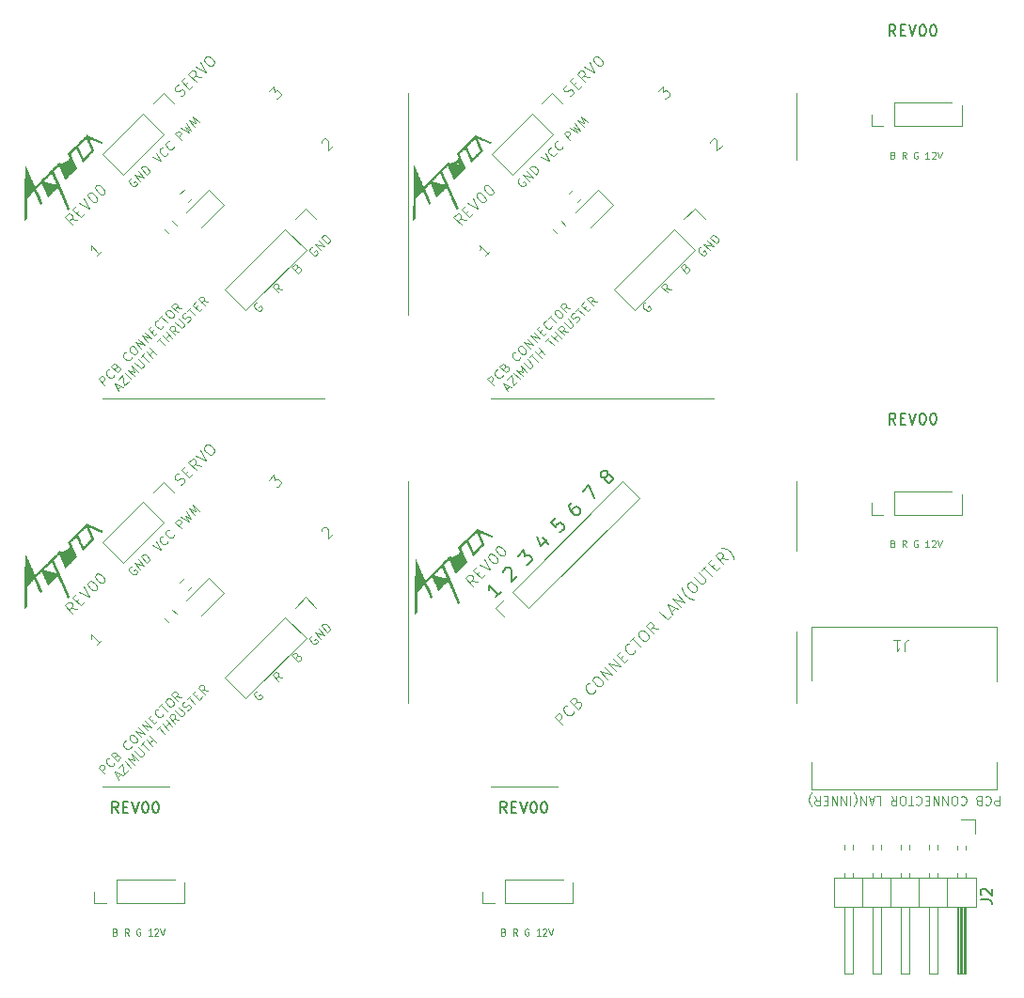
<source format=gbr>
%TF.GenerationSoftware,KiCad,Pcbnew,9.0.0*%
%TF.CreationDate,2025-06-25T09:26:05+09:00*%
%TF.ProjectId,pcb_connectors,7063625f-636f-46e6-9e65-63746f72732e,rev?*%
%TF.SameCoordinates,Original*%
%TF.FileFunction,Legend,Top*%
%TF.FilePolarity,Positive*%
%FSLAX46Y46*%
G04 Gerber Fmt 4.6, Leading zero omitted, Abs format (unit mm)*
G04 Created by KiCad (PCBNEW 9.0.0) date 2025-06-25 09:26:05*
%MOMM*%
%LPD*%
G01*
G04 APERTURE LIST*
G04 Aperture macros list*
%AMRoundRect*
0 Rectangle with rounded corners*
0 $1 Rounding radius*
0 $2 $3 $4 $5 $6 $7 $8 $9 X,Y pos of 4 corners*
0 Add a 4 corners polygon primitive as box body*
4,1,4,$2,$3,$4,$5,$6,$7,$8,$9,$2,$3,0*
0 Add four circle primitives for the rounded corners*
1,1,$1+$1,$2,$3*
1,1,$1+$1,$4,$5*
1,1,$1+$1,$6,$7*
1,1,$1+$1,$8,$9*
0 Add four rect primitives between the rounded corners*
20,1,$1+$1,$2,$3,$4,$5,0*
20,1,$1+$1,$4,$5,$6,$7,0*
20,1,$1+$1,$6,$7,$8,$9,0*
20,1,$1+$1,$8,$9,$2,$3,0*%
%AMHorizOval*
0 Thick line with rounded ends*
0 $1 width*
0 $2 $3 position (X,Y) of the first rounded end (center of the circle)*
0 $4 $5 position (X,Y) of the second rounded end (center of the circle)*
0 Add line between two ends*
20,1,$1,$2,$3,$4,$5,0*
0 Add two circle primitives to create the rounded ends*
1,1,$1,$2,$3*
1,1,$1,$4,$5*%
%AMRotRect*
0 Rectangle, with rotation*
0 The origin of the aperture is its center*
0 $1 length*
0 $2 width*
0 $3 Rotation angle, in degrees counterclockwise*
0 Add horizontal line*
21,1,$1,$2,0,0,$3*%
G04 Aperture macros list end*
%ADD10C,0.100000*%
%ADD11C,0.125000*%
%ADD12C,0.150000*%
%ADD13C,0.120000*%
%ADD14C,0.000000*%
%ADD15C,6.500000*%
%ADD16C,5.000000*%
%ADD17RoundRect,0.237500X-0.344715X0.008839X0.008839X-0.344715X0.344715X-0.008839X-0.008839X0.344715X0*%
%ADD18C,7.500000*%
%ADD19RoundRect,0.250000X-0.088388X0.548008X-0.548008X0.088388X0.088388X-0.548008X0.548008X-0.088388X0*%
%ADD20RoundRect,0.237500X0.008839X0.344715X-0.344715X-0.008839X-0.008839X-0.344715X0.344715X0.008839X0*%
%ADD21RotRect,1.700000X1.700000X315.000000*%
%ADD22HorizOval,1.700000X0.000000X0.000000X0.000000X0.000000X0*%
%ADD23R,1.350000X1.350000*%
%ADD24O,1.350000X1.350000*%
%ADD25RotRect,1.350000X1.350000X135.000000*%
%ADD26HorizOval,1.350000X0.000000X0.000000X0.000000X0.000000X0*%
%ADD27RoundRect,0.250000X-0.088388X0.936916X-0.936916X0.088388X0.088388X-0.936916X0.936916X-0.088388X0*%
%ADD28HorizOval,1.700000X-0.088388X0.088388X0.088388X-0.088388X0*%
%ADD29RotRect,1.700000X1.700000X135.000000*%
%ADD30HorizOval,1.700000X0.000000X0.000000X0.000000X0.000000X0*%
%ADD31R,1.700000X1.700000*%
%ADD32O,1.700000X1.700000*%
%ADD33C,3.250000*%
%ADD34C,1.500000*%
%ADD35C,2.300000*%
G04 APERTURE END LIST*
D10*
X150284325Y-69309950D02*
X150284325Y-75559950D01*
X87784325Y-96809950D02*
X93784325Y-96809950D01*
X122784325Y-96809950D02*
X128784325Y-96809950D01*
X150284325Y-89309950D02*
X150284325Y-82809950D01*
X115284341Y-34310000D02*
X115284341Y-54310000D01*
X142784341Y-61810000D02*
X122784341Y-61810000D01*
X115284341Y-69310000D02*
X115284341Y-89310000D01*
X150284341Y-34310000D02*
X150284341Y-40310000D01*
X107784341Y-61810000D02*
X87784341Y-61810000D01*
D11*
X129847150Y-34623175D02*
X129981837Y-34555831D01*
X129981837Y-34555831D02*
X130150196Y-34387472D01*
X130150196Y-34387472D02*
X130183867Y-34286457D01*
X130183867Y-34286457D02*
X130183867Y-34219113D01*
X130183867Y-34219113D02*
X130150196Y-34118098D01*
X130150196Y-34118098D02*
X130082852Y-34050755D01*
X130082852Y-34050755D02*
X129981837Y-34017083D01*
X129981837Y-34017083D02*
X129914493Y-34017083D01*
X129914493Y-34017083D02*
X129813478Y-34050755D01*
X129813478Y-34050755D02*
X129645119Y-34151770D01*
X129645119Y-34151770D02*
X129544104Y-34185442D01*
X129544104Y-34185442D02*
X129476761Y-34185442D01*
X129476761Y-34185442D02*
X129375745Y-34151770D01*
X129375745Y-34151770D02*
X129308402Y-34084426D01*
X129308402Y-34084426D02*
X129274730Y-33983411D01*
X129274730Y-33983411D02*
X129274730Y-33916068D01*
X129274730Y-33916068D02*
X129308402Y-33815052D01*
X129308402Y-33815052D02*
X129476761Y-33646694D01*
X129476761Y-33646694D02*
X129611448Y-33579350D01*
X130217539Y-33579350D02*
X130453241Y-33343648D01*
X130924646Y-33613022D02*
X130587928Y-33949739D01*
X130587928Y-33949739D02*
X129880822Y-33242633D01*
X129880822Y-33242633D02*
X130217539Y-32905915D01*
X131631753Y-32905915D02*
X131059333Y-32804900D01*
X131227692Y-33309976D02*
X130520585Y-32602869D01*
X130520585Y-32602869D02*
X130789959Y-32333495D01*
X130789959Y-32333495D02*
X130890974Y-32299824D01*
X130890974Y-32299824D02*
X130958318Y-32299824D01*
X130958318Y-32299824D02*
X131059333Y-32333495D01*
X131059333Y-32333495D02*
X131160348Y-32434511D01*
X131160348Y-32434511D02*
X131194020Y-32535526D01*
X131194020Y-32535526D02*
X131194020Y-32602869D01*
X131194020Y-32602869D02*
X131160348Y-32703885D01*
X131160348Y-32703885D02*
X130890974Y-32973259D01*
X131126676Y-31996778D02*
X132069485Y-32468182D01*
X132069485Y-32468182D02*
X131598081Y-31525373D01*
X131968470Y-31154984D02*
X132103157Y-31020297D01*
X132103157Y-31020297D02*
X132204173Y-30986625D01*
X132204173Y-30986625D02*
X132338860Y-30986625D01*
X132338860Y-30986625D02*
X132507218Y-31087640D01*
X132507218Y-31087640D02*
X132742921Y-31323343D01*
X132742921Y-31323343D02*
X132843936Y-31491701D01*
X132843936Y-31491701D02*
X132843936Y-31626388D01*
X132843936Y-31626388D02*
X132810264Y-31727404D01*
X132810264Y-31727404D02*
X132675577Y-31862091D01*
X132675577Y-31862091D02*
X132574562Y-31895762D01*
X132574562Y-31895762D02*
X132439875Y-31895762D01*
X132439875Y-31895762D02*
X132271516Y-31794747D01*
X132271516Y-31794747D02*
X132035814Y-31559045D01*
X132035814Y-31559045D02*
X131934799Y-31390686D01*
X131934799Y-31390686D02*
X131934799Y-31255999D01*
X131934799Y-31255999D02*
X131968470Y-31154984D01*
D10*
X106650176Y-48220802D02*
X106569363Y-48247740D01*
X106569363Y-48247740D02*
X106488551Y-48328552D01*
X106488551Y-48328552D02*
X106434676Y-48436301D01*
X106434676Y-48436301D02*
X106434676Y-48544051D01*
X106434676Y-48544051D02*
X106461614Y-48624863D01*
X106461614Y-48624863D02*
X106542426Y-48759550D01*
X106542426Y-48759550D02*
X106623238Y-48840362D01*
X106623238Y-48840362D02*
X106757925Y-48921175D01*
X106757925Y-48921175D02*
X106838737Y-48948112D01*
X106838737Y-48948112D02*
X106946487Y-48948112D01*
X106946487Y-48948112D02*
X107054237Y-48894237D01*
X107054237Y-48894237D02*
X107108111Y-48840362D01*
X107108111Y-48840362D02*
X107161986Y-48732613D01*
X107161986Y-48732613D02*
X107161986Y-48678738D01*
X107161986Y-48678738D02*
X106973424Y-48490176D01*
X106973424Y-48490176D02*
X106865675Y-48597926D01*
X107458298Y-48490176D02*
X106892612Y-47924491D01*
X106892612Y-47924491D02*
X107781547Y-48166927D01*
X107781547Y-48166927D02*
X107215861Y-47601242D01*
X108050920Y-47897553D02*
X107485235Y-47331868D01*
X107485235Y-47331868D02*
X107619922Y-47197181D01*
X107619922Y-47197181D02*
X107727672Y-47143306D01*
X107727672Y-47143306D02*
X107835421Y-47143306D01*
X107835421Y-47143306D02*
X107916233Y-47170244D01*
X107916233Y-47170244D02*
X108050920Y-47251056D01*
X108050920Y-47251056D02*
X108131733Y-47331868D01*
X108131733Y-47331868D02*
X108212545Y-47466555D01*
X108212545Y-47466555D02*
X108239482Y-47547367D01*
X108239482Y-47547367D02*
X108239482Y-47655117D01*
X108239482Y-47655117D02*
X108185607Y-47762866D01*
X108185607Y-47762866D02*
X108050920Y-47897553D01*
X87981910Y-95645127D02*
X87416225Y-95079441D01*
X87416225Y-95079441D02*
X87631724Y-94863942D01*
X87631724Y-94863942D02*
X87712536Y-94837005D01*
X87712536Y-94837005D02*
X87766411Y-94837005D01*
X87766411Y-94837005D02*
X87847223Y-94863942D01*
X87847223Y-94863942D02*
X87928035Y-94944754D01*
X87928035Y-94944754D02*
X87954973Y-95025566D01*
X87954973Y-95025566D02*
X87954973Y-95079441D01*
X87954973Y-95079441D02*
X87928035Y-95160253D01*
X87928035Y-95160253D02*
X87712536Y-95375753D01*
X88816970Y-94702318D02*
X88816970Y-94756192D01*
X88816970Y-94756192D02*
X88763095Y-94863942D01*
X88763095Y-94863942D02*
X88709220Y-94917817D01*
X88709220Y-94917817D02*
X88601471Y-94971692D01*
X88601471Y-94971692D02*
X88493721Y-94971692D01*
X88493721Y-94971692D02*
X88412909Y-94944754D01*
X88412909Y-94944754D02*
X88278222Y-94863942D01*
X88278222Y-94863942D02*
X88197409Y-94783130D01*
X88197409Y-94783130D02*
X88116597Y-94648443D01*
X88116597Y-94648443D02*
X88089660Y-94567631D01*
X88089660Y-94567631D02*
X88089660Y-94459881D01*
X88089660Y-94459881D02*
X88143535Y-94352131D01*
X88143535Y-94352131D02*
X88197409Y-94298257D01*
X88197409Y-94298257D02*
X88305159Y-94244382D01*
X88305159Y-94244382D02*
X88359034Y-94244382D01*
X89005532Y-94028882D02*
X89113281Y-93975008D01*
X89113281Y-93975008D02*
X89167156Y-93975008D01*
X89167156Y-93975008D02*
X89247968Y-94001945D01*
X89247968Y-94001945D02*
X89328780Y-94082757D01*
X89328780Y-94082757D02*
X89355718Y-94163570D01*
X89355718Y-94163570D02*
X89355718Y-94217444D01*
X89355718Y-94217444D02*
X89328780Y-94298257D01*
X89328780Y-94298257D02*
X89113281Y-94513756D01*
X89113281Y-94513756D02*
X88547596Y-93948070D01*
X88547596Y-93948070D02*
X88736158Y-93759508D01*
X88736158Y-93759508D02*
X88816970Y-93732571D01*
X88816970Y-93732571D02*
X88870845Y-93732571D01*
X88870845Y-93732571D02*
X88951657Y-93759508D01*
X88951657Y-93759508D02*
X89005532Y-93813383D01*
X89005532Y-93813383D02*
X89032469Y-93894195D01*
X89032469Y-93894195D02*
X89032469Y-93948070D01*
X89032469Y-93948070D02*
X89005532Y-94028882D01*
X89005532Y-94028882D02*
X88816970Y-94217444D01*
X90379339Y-93139948D02*
X90379339Y-93193823D01*
X90379339Y-93193823D02*
X90325464Y-93301573D01*
X90325464Y-93301573D02*
X90271590Y-93355447D01*
X90271590Y-93355447D02*
X90163840Y-93409322D01*
X90163840Y-93409322D02*
X90056090Y-93409322D01*
X90056090Y-93409322D02*
X89975278Y-93382385D01*
X89975278Y-93382385D02*
X89840591Y-93301573D01*
X89840591Y-93301573D02*
X89759779Y-93220760D01*
X89759779Y-93220760D02*
X89678967Y-93086073D01*
X89678967Y-93086073D02*
X89652029Y-93005261D01*
X89652029Y-93005261D02*
X89652029Y-92897512D01*
X89652029Y-92897512D02*
X89705904Y-92789762D01*
X89705904Y-92789762D02*
X89759779Y-92735887D01*
X89759779Y-92735887D02*
X89867528Y-92682012D01*
X89867528Y-92682012D02*
X89921403Y-92682012D01*
X90217715Y-92277951D02*
X90325464Y-92170202D01*
X90325464Y-92170202D02*
X90406277Y-92143264D01*
X90406277Y-92143264D02*
X90514026Y-92143264D01*
X90514026Y-92143264D02*
X90648713Y-92224076D01*
X90648713Y-92224076D02*
X90837275Y-92412638D01*
X90837275Y-92412638D02*
X90918087Y-92547325D01*
X90918087Y-92547325D02*
X90918087Y-92655075D01*
X90918087Y-92655075D02*
X90891150Y-92735887D01*
X90891150Y-92735887D02*
X90783400Y-92843637D01*
X90783400Y-92843637D02*
X90702588Y-92870574D01*
X90702588Y-92870574D02*
X90594838Y-92870574D01*
X90594838Y-92870574D02*
X90460151Y-92789762D01*
X90460151Y-92789762D02*
X90271590Y-92601200D01*
X90271590Y-92601200D02*
X90190777Y-92466513D01*
X90190777Y-92466513D02*
X90190777Y-92358763D01*
X90190777Y-92358763D02*
X90217715Y-92277951D01*
X91268273Y-92358764D02*
X90702588Y-91793078D01*
X90702588Y-91793078D02*
X91591522Y-92035515D01*
X91591522Y-92035515D02*
X91025837Y-91469829D01*
X91860896Y-91766141D02*
X91295210Y-91200456D01*
X91295210Y-91200456D02*
X92184145Y-91442892D01*
X92184145Y-91442892D02*
X91618459Y-90877207D01*
X92157207Y-90877207D02*
X92345769Y-90688645D01*
X92722893Y-90904144D02*
X92453519Y-91173518D01*
X92453519Y-91173518D02*
X91887833Y-90607833D01*
X91887833Y-90607833D02*
X92157207Y-90338459D01*
X93234703Y-90284584D02*
X93234703Y-90338459D01*
X93234703Y-90338459D02*
X93180829Y-90446208D01*
X93180829Y-90446208D02*
X93126954Y-90500083D01*
X93126954Y-90500083D02*
X93019204Y-90553958D01*
X93019204Y-90553958D02*
X92911455Y-90553958D01*
X92911455Y-90553958D02*
X92830642Y-90527020D01*
X92830642Y-90527020D02*
X92695955Y-90446208D01*
X92695955Y-90446208D02*
X92615143Y-90365396D01*
X92615143Y-90365396D02*
X92534331Y-90230709D01*
X92534331Y-90230709D02*
X92507394Y-90149897D01*
X92507394Y-90149897D02*
X92507394Y-90042147D01*
X92507394Y-90042147D02*
X92561268Y-89934398D01*
X92561268Y-89934398D02*
X92615143Y-89880523D01*
X92615143Y-89880523D02*
X92722893Y-89826648D01*
X92722893Y-89826648D02*
X92776768Y-89826648D01*
X92884517Y-89611149D02*
X93207766Y-89287900D01*
X93611827Y-90015210D02*
X93046142Y-89449524D01*
X93504078Y-88991588D02*
X93611827Y-88883839D01*
X93611827Y-88883839D02*
X93692639Y-88856901D01*
X93692639Y-88856901D02*
X93800389Y-88856901D01*
X93800389Y-88856901D02*
X93935076Y-88937714D01*
X93935076Y-88937714D02*
X94123638Y-89126275D01*
X94123638Y-89126275D02*
X94204450Y-89260962D01*
X94204450Y-89260962D02*
X94204450Y-89368712D01*
X94204450Y-89368712D02*
X94177513Y-89449524D01*
X94177513Y-89449524D02*
X94069763Y-89557274D01*
X94069763Y-89557274D02*
X93988951Y-89584211D01*
X93988951Y-89584211D02*
X93881201Y-89584211D01*
X93881201Y-89584211D02*
X93746514Y-89503399D01*
X93746514Y-89503399D02*
X93557952Y-89314837D01*
X93557952Y-89314837D02*
X93477140Y-89180150D01*
X93477140Y-89180150D02*
X93477140Y-89072401D01*
X93477140Y-89072401D02*
X93504078Y-88991588D01*
X94877885Y-88749152D02*
X94419949Y-88668340D01*
X94554636Y-89072401D02*
X93988951Y-88506715D01*
X93988951Y-88506715D02*
X94204450Y-88291216D01*
X94204450Y-88291216D02*
X94285262Y-88264279D01*
X94285262Y-88264279D02*
X94339137Y-88264279D01*
X94339137Y-88264279D02*
X94419949Y-88291216D01*
X94419949Y-88291216D02*
X94500761Y-88372028D01*
X94500761Y-88372028D02*
X94527699Y-88452841D01*
X94527699Y-88452841D02*
X94527699Y-88506715D01*
X94527699Y-88506715D02*
X94500761Y-88587528D01*
X94500761Y-88587528D02*
X94285262Y-88803027D01*
X89135069Y-95990163D02*
X89404443Y-95720789D01*
X89242819Y-96205662D02*
X88865695Y-95451415D01*
X88865695Y-95451415D02*
X89619942Y-95828539D01*
X89188944Y-95128166D02*
X89566067Y-94751043D01*
X89566067Y-94751043D02*
X89754629Y-95693852D01*
X89754629Y-95693852D02*
X90131753Y-95316728D01*
X90347252Y-95101229D02*
X89781567Y-94535543D01*
X90616626Y-94831855D02*
X90050940Y-94266170D01*
X90050940Y-94266170D02*
X90643563Y-94481669D01*
X90643563Y-94481669D02*
X90428064Y-93889046D01*
X90428064Y-93889046D02*
X90993749Y-94454731D01*
X90697438Y-93619672D02*
X91155374Y-94077608D01*
X91155374Y-94077608D02*
X91236186Y-94104545D01*
X91236186Y-94104545D02*
X91290061Y-94104545D01*
X91290061Y-94104545D02*
X91370873Y-94077608D01*
X91370873Y-94077608D02*
X91478623Y-93969858D01*
X91478623Y-93969858D02*
X91505560Y-93889046D01*
X91505560Y-93889046D02*
X91505560Y-93835171D01*
X91505560Y-93835171D02*
X91478623Y-93754359D01*
X91478623Y-93754359D02*
X91020687Y-93296423D01*
X91209249Y-93107861D02*
X91532497Y-92784613D01*
X91936558Y-93511922D02*
X91370873Y-92946237D01*
X92286745Y-93161736D02*
X91721059Y-92596051D01*
X91990433Y-92865425D02*
X92313682Y-92542176D01*
X92609994Y-92838487D02*
X92044308Y-92272802D01*
X92663868Y-91653242D02*
X92987117Y-91329993D01*
X93391178Y-92057303D02*
X92825493Y-91491617D01*
X93741365Y-91707116D02*
X93175679Y-91141431D01*
X93445053Y-91410805D02*
X93768302Y-91087556D01*
X94064613Y-91383867D02*
X93498928Y-90818182D01*
X94657236Y-90791245D02*
X94199300Y-90710433D01*
X94333987Y-91114494D02*
X93768302Y-90548808D01*
X93768302Y-90548808D02*
X93983801Y-90333309D01*
X93983801Y-90333309D02*
X94064613Y-90306372D01*
X94064613Y-90306372D02*
X94118488Y-90306372D01*
X94118488Y-90306372D02*
X94199300Y-90333309D01*
X94199300Y-90333309D02*
X94280112Y-90414121D01*
X94280112Y-90414121D02*
X94307050Y-90494933D01*
X94307050Y-90494933D02*
X94307050Y-90548808D01*
X94307050Y-90548808D02*
X94280112Y-90629620D01*
X94280112Y-90629620D02*
X94064613Y-90845120D01*
X94333987Y-89983123D02*
X94791923Y-90441059D01*
X94791923Y-90441059D02*
X94872735Y-90467996D01*
X94872735Y-90467996D02*
X94926610Y-90467996D01*
X94926610Y-90467996D02*
X95007422Y-90441059D01*
X95007422Y-90441059D02*
X95115172Y-90333309D01*
X95115172Y-90333309D02*
X95142109Y-90252497D01*
X95142109Y-90252497D02*
X95142109Y-90198622D01*
X95142109Y-90198622D02*
X95115172Y-90117810D01*
X95115172Y-90117810D02*
X94657236Y-89659874D01*
X95438421Y-89956186D02*
X95546170Y-89902311D01*
X95546170Y-89902311D02*
X95680857Y-89767624D01*
X95680857Y-89767624D02*
X95707795Y-89686812D01*
X95707795Y-89686812D02*
X95707795Y-89632937D01*
X95707795Y-89632937D02*
X95680857Y-89552124D01*
X95680857Y-89552124D02*
X95626982Y-89498250D01*
X95626982Y-89498250D02*
X95546170Y-89471312D01*
X95546170Y-89471312D02*
X95492295Y-89471312D01*
X95492295Y-89471312D02*
X95411483Y-89498250D01*
X95411483Y-89498250D02*
X95276796Y-89579062D01*
X95276796Y-89579062D02*
X95195984Y-89605999D01*
X95195984Y-89605999D02*
X95142109Y-89605999D01*
X95142109Y-89605999D02*
X95061297Y-89579062D01*
X95061297Y-89579062D02*
X95007422Y-89525187D01*
X95007422Y-89525187D02*
X94980485Y-89444375D01*
X94980485Y-89444375D02*
X94980485Y-89390500D01*
X94980485Y-89390500D02*
X95007422Y-89309688D01*
X95007422Y-89309688D02*
X95142109Y-89175001D01*
X95142109Y-89175001D02*
X95249859Y-89121126D01*
X95384546Y-88932564D02*
X95707795Y-88609315D01*
X96111856Y-89336625D02*
X95546170Y-88770940D01*
X96165731Y-88690127D02*
X96354292Y-88501566D01*
X96731416Y-88717065D02*
X96462042Y-88986439D01*
X96462042Y-88986439D02*
X95896357Y-88420753D01*
X95896357Y-88420753D02*
X96165731Y-88151379D01*
X97297102Y-88151379D02*
X96839166Y-88070567D01*
X96973853Y-88474628D02*
X96408168Y-87908942D01*
X96408168Y-87908942D02*
X96623667Y-87693443D01*
X96623667Y-87693443D02*
X96704479Y-87666506D01*
X96704479Y-87666506D02*
X96758354Y-87666506D01*
X96758354Y-87666506D02*
X96839166Y-87693443D01*
X96839166Y-87693443D02*
X96919978Y-87774255D01*
X96919978Y-87774255D02*
X96946916Y-87855068D01*
X96946916Y-87855068D02*
X96946916Y-87908942D01*
X96946916Y-87908942D02*
X96919978Y-87989755D01*
X96919978Y-87989755D02*
X96704479Y-88205254D01*
X123908646Y-109917085D02*
X123994360Y-109945657D01*
X123994360Y-109945657D02*
X124022931Y-109974228D01*
X124022931Y-109974228D02*
X124051503Y-110031371D01*
X124051503Y-110031371D02*
X124051503Y-110117085D01*
X124051503Y-110117085D02*
X124022931Y-110174228D01*
X124022931Y-110174228D02*
X123994360Y-110202800D01*
X123994360Y-110202800D02*
X123937217Y-110231371D01*
X123937217Y-110231371D02*
X123708646Y-110231371D01*
X123708646Y-110231371D02*
X123708646Y-109631371D01*
X123708646Y-109631371D02*
X123908646Y-109631371D01*
X123908646Y-109631371D02*
X123965789Y-109659942D01*
X123965789Y-109659942D02*
X123994360Y-109688514D01*
X123994360Y-109688514D02*
X124022931Y-109745657D01*
X124022931Y-109745657D02*
X124022931Y-109802800D01*
X124022931Y-109802800D02*
X123994360Y-109859942D01*
X123994360Y-109859942D02*
X123965789Y-109888514D01*
X123965789Y-109888514D02*
X123908646Y-109917085D01*
X123908646Y-109917085D02*
X123708646Y-109917085D01*
X125108646Y-110231371D02*
X124908646Y-109945657D01*
X124765789Y-110231371D02*
X124765789Y-109631371D01*
X124765789Y-109631371D02*
X124994360Y-109631371D01*
X124994360Y-109631371D02*
X125051503Y-109659942D01*
X125051503Y-109659942D02*
X125080074Y-109688514D01*
X125080074Y-109688514D02*
X125108646Y-109745657D01*
X125108646Y-109745657D02*
X125108646Y-109831371D01*
X125108646Y-109831371D02*
X125080074Y-109888514D01*
X125080074Y-109888514D02*
X125051503Y-109917085D01*
X125051503Y-109917085D02*
X124994360Y-109945657D01*
X124994360Y-109945657D02*
X124765789Y-109945657D01*
X126137217Y-109659942D02*
X126080075Y-109631371D01*
X126080075Y-109631371D02*
X125994360Y-109631371D01*
X125994360Y-109631371D02*
X125908646Y-109659942D01*
X125908646Y-109659942D02*
X125851503Y-109717085D01*
X125851503Y-109717085D02*
X125822932Y-109774228D01*
X125822932Y-109774228D02*
X125794360Y-109888514D01*
X125794360Y-109888514D02*
X125794360Y-109974228D01*
X125794360Y-109974228D02*
X125822932Y-110088514D01*
X125822932Y-110088514D02*
X125851503Y-110145657D01*
X125851503Y-110145657D02*
X125908646Y-110202800D01*
X125908646Y-110202800D02*
X125994360Y-110231371D01*
X125994360Y-110231371D02*
X126051503Y-110231371D01*
X126051503Y-110231371D02*
X126137217Y-110202800D01*
X126137217Y-110202800D02*
X126165789Y-110174228D01*
X126165789Y-110174228D02*
X126165789Y-109974228D01*
X126165789Y-109974228D02*
X126051503Y-109974228D01*
X127194360Y-110231371D02*
X126851503Y-110231371D01*
X127022932Y-110231371D02*
X127022932Y-109631371D01*
X127022932Y-109631371D02*
X126965789Y-109717085D01*
X126965789Y-109717085D02*
X126908646Y-109774228D01*
X126908646Y-109774228D02*
X126851503Y-109802800D01*
X127422932Y-109688514D02*
X127451504Y-109659942D01*
X127451504Y-109659942D02*
X127508647Y-109631371D01*
X127508647Y-109631371D02*
X127651504Y-109631371D01*
X127651504Y-109631371D02*
X127708647Y-109659942D01*
X127708647Y-109659942D02*
X127737218Y-109688514D01*
X127737218Y-109688514D02*
X127765789Y-109745657D01*
X127765789Y-109745657D02*
X127765789Y-109802800D01*
X127765789Y-109802800D02*
X127737218Y-109888514D01*
X127737218Y-109888514D02*
X127394361Y-110231371D01*
X127394361Y-110231371D02*
X127765789Y-110231371D01*
X127937218Y-109631371D02*
X128137218Y-110231371D01*
X128137218Y-110231371D02*
X128337218Y-109631371D01*
X158942987Y-39917085D02*
X159028701Y-39945657D01*
X159028701Y-39945657D02*
X159057272Y-39974228D01*
X159057272Y-39974228D02*
X159085844Y-40031371D01*
X159085844Y-40031371D02*
X159085844Y-40117085D01*
X159085844Y-40117085D02*
X159057272Y-40174228D01*
X159057272Y-40174228D02*
X159028701Y-40202800D01*
X159028701Y-40202800D02*
X158971558Y-40231371D01*
X158971558Y-40231371D02*
X158742987Y-40231371D01*
X158742987Y-40231371D02*
X158742987Y-39631371D01*
X158742987Y-39631371D02*
X158942987Y-39631371D01*
X158942987Y-39631371D02*
X159000130Y-39659942D01*
X159000130Y-39659942D02*
X159028701Y-39688514D01*
X159028701Y-39688514D02*
X159057272Y-39745657D01*
X159057272Y-39745657D02*
X159057272Y-39802800D01*
X159057272Y-39802800D02*
X159028701Y-39859942D01*
X159028701Y-39859942D02*
X159000130Y-39888514D01*
X159000130Y-39888514D02*
X158942987Y-39917085D01*
X158942987Y-39917085D02*
X158742987Y-39917085D01*
X160142987Y-40231371D02*
X159942987Y-39945657D01*
X159800130Y-40231371D02*
X159800130Y-39631371D01*
X159800130Y-39631371D02*
X160028701Y-39631371D01*
X160028701Y-39631371D02*
X160085844Y-39659942D01*
X160085844Y-39659942D02*
X160114415Y-39688514D01*
X160114415Y-39688514D02*
X160142987Y-39745657D01*
X160142987Y-39745657D02*
X160142987Y-39831371D01*
X160142987Y-39831371D02*
X160114415Y-39888514D01*
X160114415Y-39888514D02*
X160085844Y-39917085D01*
X160085844Y-39917085D02*
X160028701Y-39945657D01*
X160028701Y-39945657D02*
X159800130Y-39945657D01*
X161171558Y-39659942D02*
X161114416Y-39631371D01*
X161114416Y-39631371D02*
X161028701Y-39631371D01*
X161028701Y-39631371D02*
X160942987Y-39659942D01*
X160942987Y-39659942D02*
X160885844Y-39717085D01*
X160885844Y-39717085D02*
X160857273Y-39774228D01*
X160857273Y-39774228D02*
X160828701Y-39888514D01*
X160828701Y-39888514D02*
X160828701Y-39974228D01*
X160828701Y-39974228D02*
X160857273Y-40088514D01*
X160857273Y-40088514D02*
X160885844Y-40145657D01*
X160885844Y-40145657D02*
X160942987Y-40202800D01*
X160942987Y-40202800D02*
X161028701Y-40231371D01*
X161028701Y-40231371D02*
X161085844Y-40231371D01*
X161085844Y-40231371D02*
X161171558Y-40202800D01*
X161171558Y-40202800D02*
X161200130Y-40174228D01*
X161200130Y-40174228D02*
X161200130Y-39974228D01*
X161200130Y-39974228D02*
X161085844Y-39974228D01*
X162228701Y-40231371D02*
X161885844Y-40231371D01*
X162057273Y-40231371D02*
X162057273Y-39631371D01*
X162057273Y-39631371D02*
X162000130Y-39717085D01*
X162000130Y-39717085D02*
X161942987Y-39774228D01*
X161942987Y-39774228D02*
X161885844Y-39802800D01*
X162457273Y-39688514D02*
X162485845Y-39659942D01*
X162485845Y-39659942D02*
X162542988Y-39631371D01*
X162542988Y-39631371D02*
X162685845Y-39631371D01*
X162685845Y-39631371D02*
X162742988Y-39659942D01*
X162742988Y-39659942D02*
X162771559Y-39688514D01*
X162771559Y-39688514D02*
X162800130Y-39745657D01*
X162800130Y-39745657D02*
X162800130Y-39802800D01*
X162800130Y-39802800D02*
X162771559Y-39888514D01*
X162771559Y-39888514D02*
X162428702Y-40231371D01*
X162428702Y-40231371D02*
X162800130Y-40231371D01*
X162971559Y-39631371D02*
X163171559Y-40231371D01*
X163171559Y-40231371D02*
X163371559Y-39631371D01*
X85509755Y-45797519D02*
X84937335Y-45696503D01*
X85105694Y-46201580D02*
X84398587Y-45494473D01*
X84398587Y-45494473D02*
X84667961Y-45225099D01*
X84667961Y-45225099D02*
X84768976Y-45191427D01*
X84768976Y-45191427D02*
X84836320Y-45191427D01*
X84836320Y-45191427D02*
X84937335Y-45225099D01*
X84937335Y-45225099D02*
X85038350Y-45326114D01*
X85038350Y-45326114D02*
X85072022Y-45427129D01*
X85072022Y-45427129D02*
X85072022Y-45494473D01*
X85072022Y-45494473D02*
X85038350Y-45595488D01*
X85038350Y-45595488D02*
X84768976Y-45864862D01*
X85442411Y-45124083D02*
X85678114Y-44888381D01*
X86149518Y-45157755D02*
X85812801Y-45494473D01*
X85812801Y-45494473D02*
X85105694Y-44787366D01*
X85105694Y-44787366D02*
X85442411Y-44450648D01*
X85644442Y-44248618D02*
X86587251Y-44720022D01*
X86587251Y-44720022D02*
X86115846Y-43777213D01*
X86486236Y-43406824D02*
X86553579Y-43339480D01*
X86553579Y-43339480D02*
X86654594Y-43305809D01*
X86654594Y-43305809D02*
X86721938Y-43305809D01*
X86721938Y-43305809D02*
X86822953Y-43339480D01*
X86822953Y-43339480D02*
X86991312Y-43440496D01*
X86991312Y-43440496D02*
X87159671Y-43608855D01*
X87159671Y-43608855D02*
X87260686Y-43777213D01*
X87260686Y-43777213D02*
X87294358Y-43878229D01*
X87294358Y-43878229D02*
X87294358Y-43945572D01*
X87294358Y-43945572D02*
X87260686Y-44046587D01*
X87260686Y-44046587D02*
X87193343Y-44113931D01*
X87193343Y-44113931D02*
X87092327Y-44147603D01*
X87092327Y-44147603D02*
X87024984Y-44147603D01*
X87024984Y-44147603D02*
X86923968Y-44113931D01*
X86923968Y-44113931D02*
X86755610Y-44012916D01*
X86755610Y-44012916D02*
X86587251Y-43844557D01*
X86587251Y-43844557D02*
X86486236Y-43676198D01*
X86486236Y-43676198D02*
X86452564Y-43575183D01*
X86452564Y-43575183D02*
X86452564Y-43507839D01*
X86452564Y-43507839D02*
X86486236Y-43406824D01*
X87159671Y-42733389D02*
X87227014Y-42666045D01*
X87227014Y-42666045D02*
X87328030Y-42632374D01*
X87328030Y-42632374D02*
X87395373Y-42632374D01*
X87395373Y-42632374D02*
X87496388Y-42666045D01*
X87496388Y-42666045D02*
X87664747Y-42767061D01*
X87664747Y-42767061D02*
X87833106Y-42935419D01*
X87833106Y-42935419D02*
X87934121Y-43103778D01*
X87934121Y-43103778D02*
X87967793Y-43204793D01*
X87967793Y-43204793D02*
X87967793Y-43272137D01*
X87967793Y-43272137D02*
X87934121Y-43373152D01*
X87934121Y-43373152D02*
X87866778Y-43440496D01*
X87866778Y-43440496D02*
X87765762Y-43474167D01*
X87765762Y-43474167D02*
X87698419Y-43474167D01*
X87698419Y-43474167D02*
X87597404Y-43440496D01*
X87597404Y-43440496D02*
X87429045Y-43339480D01*
X87429045Y-43339480D02*
X87260686Y-43171122D01*
X87260686Y-43171122D02*
X87159671Y-43002763D01*
X87159671Y-43002763D02*
X87125999Y-42901748D01*
X87125999Y-42901748D02*
X87125999Y-42834404D01*
X87125999Y-42834404D02*
X87159671Y-42733389D01*
D12*
X89192529Y-99179780D02*
X88859196Y-98703589D01*
X88621101Y-99179780D02*
X88621101Y-98179780D01*
X88621101Y-98179780D02*
X89002053Y-98179780D01*
X89002053Y-98179780D02*
X89097291Y-98227399D01*
X89097291Y-98227399D02*
X89144910Y-98275018D01*
X89144910Y-98275018D02*
X89192529Y-98370256D01*
X89192529Y-98370256D02*
X89192529Y-98513113D01*
X89192529Y-98513113D02*
X89144910Y-98608351D01*
X89144910Y-98608351D02*
X89097291Y-98655970D01*
X89097291Y-98655970D02*
X89002053Y-98703589D01*
X89002053Y-98703589D02*
X88621101Y-98703589D01*
X89621101Y-98655970D02*
X89954434Y-98655970D01*
X90097291Y-99179780D02*
X89621101Y-99179780D01*
X89621101Y-99179780D02*
X89621101Y-98179780D01*
X89621101Y-98179780D02*
X90097291Y-98179780D01*
X90383006Y-98179780D02*
X90716339Y-99179780D01*
X90716339Y-99179780D02*
X91049672Y-98179780D01*
X91573482Y-98179780D02*
X91668720Y-98179780D01*
X91668720Y-98179780D02*
X91763958Y-98227399D01*
X91763958Y-98227399D02*
X91811577Y-98275018D01*
X91811577Y-98275018D02*
X91859196Y-98370256D01*
X91859196Y-98370256D02*
X91906815Y-98560732D01*
X91906815Y-98560732D02*
X91906815Y-98798827D01*
X91906815Y-98798827D02*
X91859196Y-98989303D01*
X91859196Y-98989303D02*
X91811577Y-99084541D01*
X91811577Y-99084541D02*
X91763958Y-99132161D01*
X91763958Y-99132161D02*
X91668720Y-99179780D01*
X91668720Y-99179780D02*
X91573482Y-99179780D01*
X91573482Y-99179780D02*
X91478244Y-99132161D01*
X91478244Y-99132161D02*
X91430625Y-99084541D01*
X91430625Y-99084541D02*
X91383006Y-98989303D01*
X91383006Y-98989303D02*
X91335387Y-98798827D01*
X91335387Y-98798827D02*
X91335387Y-98560732D01*
X91335387Y-98560732D02*
X91383006Y-98370256D01*
X91383006Y-98370256D02*
X91430625Y-98275018D01*
X91430625Y-98275018D02*
X91478244Y-98227399D01*
X91478244Y-98227399D02*
X91573482Y-98179780D01*
X92525863Y-98179780D02*
X92621101Y-98179780D01*
X92621101Y-98179780D02*
X92716339Y-98227399D01*
X92716339Y-98227399D02*
X92763958Y-98275018D01*
X92763958Y-98275018D02*
X92811577Y-98370256D01*
X92811577Y-98370256D02*
X92859196Y-98560732D01*
X92859196Y-98560732D02*
X92859196Y-98798827D01*
X92859196Y-98798827D02*
X92811577Y-98989303D01*
X92811577Y-98989303D02*
X92763958Y-99084541D01*
X92763958Y-99084541D02*
X92716339Y-99132161D01*
X92716339Y-99132161D02*
X92621101Y-99179780D01*
X92621101Y-99179780D02*
X92525863Y-99179780D01*
X92525863Y-99179780D02*
X92430625Y-99132161D01*
X92430625Y-99132161D02*
X92383006Y-99084541D01*
X92383006Y-99084541D02*
X92335387Y-98989303D01*
X92335387Y-98989303D02*
X92287768Y-98798827D01*
X92287768Y-98798827D02*
X92287768Y-98560732D01*
X92287768Y-98560732D02*
X92335387Y-98370256D01*
X92335387Y-98370256D02*
X92383006Y-98275018D01*
X92383006Y-98275018D02*
X92430625Y-98227399D01*
X92430625Y-98227399D02*
X92525863Y-98179780D01*
D10*
X101650182Y-53220797D02*
X101569369Y-53247735D01*
X101569369Y-53247735D02*
X101488557Y-53328547D01*
X101488557Y-53328547D02*
X101434682Y-53436296D01*
X101434682Y-53436296D02*
X101434682Y-53544046D01*
X101434682Y-53544046D02*
X101461620Y-53624858D01*
X101461620Y-53624858D02*
X101542432Y-53759545D01*
X101542432Y-53759545D02*
X101623244Y-53840357D01*
X101623244Y-53840357D02*
X101757931Y-53921170D01*
X101757931Y-53921170D02*
X101838743Y-53948107D01*
X101838743Y-53948107D02*
X101946493Y-53948107D01*
X101946493Y-53948107D02*
X102054243Y-53894232D01*
X102054243Y-53894232D02*
X102108117Y-53840357D01*
X102108117Y-53840357D02*
X102161992Y-53732608D01*
X102161992Y-53732608D02*
X102161992Y-53678733D01*
X102161992Y-53678733D02*
X101973430Y-53490171D01*
X101973430Y-53490171D02*
X101865681Y-53597921D01*
X127240923Y-40083560D02*
X127995170Y-40460684D01*
X127995170Y-40460684D02*
X127618046Y-39706437D01*
X128641667Y-39706437D02*
X128641667Y-39760312D01*
X128641667Y-39760312D02*
X128587793Y-39868061D01*
X128587793Y-39868061D02*
X128533918Y-39921936D01*
X128533918Y-39921936D02*
X128426168Y-39975811D01*
X128426168Y-39975811D02*
X128318418Y-39975811D01*
X128318418Y-39975811D02*
X128237606Y-39948874D01*
X128237606Y-39948874D02*
X128102919Y-39868061D01*
X128102919Y-39868061D02*
X128022107Y-39787249D01*
X128022107Y-39787249D02*
X127941295Y-39652562D01*
X127941295Y-39652562D02*
X127914357Y-39571750D01*
X127914357Y-39571750D02*
X127914357Y-39464000D01*
X127914357Y-39464000D02*
X127968232Y-39356251D01*
X127968232Y-39356251D02*
X128022107Y-39302376D01*
X128022107Y-39302376D02*
X128129857Y-39248501D01*
X128129857Y-39248501D02*
X128183731Y-39248501D01*
X129207353Y-39140752D02*
X129207353Y-39194626D01*
X129207353Y-39194626D02*
X129153478Y-39302376D01*
X129153478Y-39302376D02*
X129099603Y-39356251D01*
X129099603Y-39356251D02*
X128991854Y-39410126D01*
X128991854Y-39410126D02*
X128884104Y-39410126D01*
X128884104Y-39410126D02*
X128803292Y-39383188D01*
X128803292Y-39383188D02*
X128668605Y-39302376D01*
X128668605Y-39302376D02*
X128587793Y-39221564D01*
X128587793Y-39221564D02*
X128506980Y-39086877D01*
X128506980Y-39086877D02*
X128480043Y-39006065D01*
X128480043Y-39006065D02*
X128480043Y-38898315D01*
X128480043Y-38898315D02*
X128533918Y-38790565D01*
X128533918Y-38790565D02*
X128587793Y-38736690D01*
X128587793Y-38736690D02*
X128695542Y-38682816D01*
X128695542Y-38682816D02*
X128749417Y-38682816D01*
X87981910Y-60645127D02*
X87416225Y-60079441D01*
X87416225Y-60079441D02*
X87631724Y-59863942D01*
X87631724Y-59863942D02*
X87712536Y-59837005D01*
X87712536Y-59837005D02*
X87766411Y-59837005D01*
X87766411Y-59837005D02*
X87847223Y-59863942D01*
X87847223Y-59863942D02*
X87928035Y-59944754D01*
X87928035Y-59944754D02*
X87954973Y-60025566D01*
X87954973Y-60025566D02*
X87954973Y-60079441D01*
X87954973Y-60079441D02*
X87928035Y-60160253D01*
X87928035Y-60160253D02*
X87712536Y-60375753D01*
X88816970Y-59702318D02*
X88816970Y-59756192D01*
X88816970Y-59756192D02*
X88763095Y-59863942D01*
X88763095Y-59863942D02*
X88709220Y-59917817D01*
X88709220Y-59917817D02*
X88601471Y-59971692D01*
X88601471Y-59971692D02*
X88493721Y-59971692D01*
X88493721Y-59971692D02*
X88412909Y-59944754D01*
X88412909Y-59944754D02*
X88278222Y-59863942D01*
X88278222Y-59863942D02*
X88197409Y-59783130D01*
X88197409Y-59783130D02*
X88116597Y-59648443D01*
X88116597Y-59648443D02*
X88089660Y-59567631D01*
X88089660Y-59567631D02*
X88089660Y-59459881D01*
X88089660Y-59459881D02*
X88143535Y-59352131D01*
X88143535Y-59352131D02*
X88197409Y-59298257D01*
X88197409Y-59298257D02*
X88305159Y-59244382D01*
X88305159Y-59244382D02*
X88359034Y-59244382D01*
X89005532Y-59028882D02*
X89113281Y-58975008D01*
X89113281Y-58975008D02*
X89167156Y-58975008D01*
X89167156Y-58975008D02*
X89247968Y-59001945D01*
X89247968Y-59001945D02*
X89328780Y-59082757D01*
X89328780Y-59082757D02*
X89355718Y-59163570D01*
X89355718Y-59163570D02*
X89355718Y-59217444D01*
X89355718Y-59217444D02*
X89328780Y-59298257D01*
X89328780Y-59298257D02*
X89113281Y-59513756D01*
X89113281Y-59513756D02*
X88547596Y-58948070D01*
X88547596Y-58948070D02*
X88736158Y-58759508D01*
X88736158Y-58759508D02*
X88816970Y-58732571D01*
X88816970Y-58732571D02*
X88870845Y-58732571D01*
X88870845Y-58732571D02*
X88951657Y-58759508D01*
X88951657Y-58759508D02*
X89005532Y-58813383D01*
X89005532Y-58813383D02*
X89032469Y-58894195D01*
X89032469Y-58894195D02*
X89032469Y-58948070D01*
X89032469Y-58948070D02*
X89005532Y-59028882D01*
X89005532Y-59028882D02*
X88816970Y-59217444D01*
X90379339Y-58139948D02*
X90379339Y-58193823D01*
X90379339Y-58193823D02*
X90325464Y-58301573D01*
X90325464Y-58301573D02*
X90271590Y-58355447D01*
X90271590Y-58355447D02*
X90163840Y-58409322D01*
X90163840Y-58409322D02*
X90056090Y-58409322D01*
X90056090Y-58409322D02*
X89975278Y-58382385D01*
X89975278Y-58382385D02*
X89840591Y-58301573D01*
X89840591Y-58301573D02*
X89759779Y-58220760D01*
X89759779Y-58220760D02*
X89678967Y-58086073D01*
X89678967Y-58086073D02*
X89652029Y-58005261D01*
X89652029Y-58005261D02*
X89652029Y-57897512D01*
X89652029Y-57897512D02*
X89705904Y-57789762D01*
X89705904Y-57789762D02*
X89759779Y-57735887D01*
X89759779Y-57735887D02*
X89867528Y-57682012D01*
X89867528Y-57682012D02*
X89921403Y-57682012D01*
X90217715Y-57277951D02*
X90325464Y-57170202D01*
X90325464Y-57170202D02*
X90406277Y-57143264D01*
X90406277Y-57143264D02*
X90514026Y-57143264D01*
X90514026Y-57143264D02*
X90648713Y-57224076D01*
X90648713Y-57224076D02*
X90837275Y-57412638D01*
X90837275Y-57412638D02*
X90918087Y-57547325D01*
X90918087Y-57547325D02*
X90918087Y-57655075D01*
X90918087Y-57655075D02*
X90891150Y-57735887D01*
X90891150Y-57735887D02*
X90783400Y-57843637D01*
X90783400Y-57843637D02*
X90702588Y-57870574D01*
X90702588Y-57870574D02*
X90594838Y-57870574D01*
X90594838Y-57870574D02*
X90460151Y-57789762D01*
X90460151Y-57789762D02*
X90271590Y-57601200D01*
X90271590Y-57601200D02*
X90190777Y-57466513D01*
X90190777Y-57466513D02*
X90190777Y-57358763D01*
X90190777Y-57358763D02*
X90217715Y-57277951D01*
X91268273Y-57358764D02*
X90702588Y-56793078D01*
X90702588Y-56793078D02*
X91591522Y-57035515D01*
X91591522Y-57035515D02*
X91025837Y-56469829D01*
X91860896Y-56766141D02*
X91295210Y-56200456D01*
X91295210Y-56200456D02*
X92184145Y-56442892D01*
X92184145Y-56442892D02*
X91618459Y-55877207D01*
X92157207Y-55877207D02*
X92345769Y-55688645D01*
X92722893Y-55904144D02*
X92453519Y-56173518D01*
X92453519Y-56173518D02*
X91887833Y-55607833D01*
X91887833Y-55607833D02*
X92157207Y-55338459D01*
X93234703Y-55284584D02*
X93234703Y-55338459D01*
X93234703Y-55338459D02*
X93180829Y-55446208D01*
X93180829Y-55446208D02*
X93126954Y-55500083D01*
X93126954Y-55500083D02*
X93019204Y-55553958D01*
X93019204Y-55553958D02*
X92911455Y-55553958D01*
X92911455Y-55553958D02*
X92830642Y-55527020D01*
X92830642Y-55527020D02*
X92695955Y-55446208D01*
X92695955Y-55446208D02*
X92615143Y-55365396D01*
X92615143Y-55365396D02*
X92534331Y-55230709D01*
X92534331Y-55230709D02*
X92507394Y-55149897D01*
X92507394Y-55149897D02*
X92507394Y-55042147D01*
X92507394Y-55042147D02*
X92561268Y-54934398D01*
X92561268Y-54934398D02*
X92615143Y-54880523D01*
X92615143Y-54880523D02*
X92722893Y-54826648D01*
X92722893Y-54826648D02*
X92776768Y-54826648D01*
X92884517Y-54611149D02*
X93207766Y-54287900D01*
X93611827Y-55015210D02*
X93046142Y-54449524D01*
X93504078Y-53991588D02*
X93611827Y-53883839D01*
X93611827Y-53883839D02*
X93692639Y-53856901D01*
X93692639Y-53856901D02*
X93800389Y-53856901D01*
X93800389Y-53856901D02*
X93935076Y-53937714D01*
X93935076Y-53937714D02*
X94123638Y-54126275D01*
X94123638Y-54126275D02*
X94204450Y-54260962D01*
X94204450Y-54260962D02*
X94204450Y-54368712D01*
X94204450Y-54368712D02*
X94177513Y-54449524D01*
X94177513Y-54449524D02*
X94069763Y-54557274D01*
X94069763Y-54557274D02*
X93988951Y-54584211D01*
X93988951Y-54584211D02*
X93881201Y-54584211D01*
X93881201Y-54584211D02*
X93746514Y-54503399D01*
X93746514Y-54503399D02*
X93557952Y-54314837D01*
X93557952Y-54314837D02*
X93477140Y-54180150D01*
X93477140Y-54180150D02*
X93477140Y-54072401D01*
X93477140Y-54072401D02*
X93504078Y-53991588D01*
X94877885Y-53749152D02*
X94419949Y-53668340D01*
X94554636Y-54072401D02*
X93988951Y-53506715D01*
X93988951Y-53506715D02*
X94204450Y-53291216D01*
X94204450Y-53291216D02*
X94285262Y-53264279D01*
X94285262Y-53264279D02*
X94339137Y-53264279D01*
X94339137Y-53264279D02*
X94419949Y-53291216D01*
X94419949Y-53291216D02*
X94500761Y-53372028D01*
X94500761Y-53372028D02*
X94527699Y-53452841D01*
X94527699Y-53452841D02*
X94527699Y-53506715D01*
X94527699Y-53506715D02*
X94500761Y-53587528D01*
X94500761Y-53587528D02*
X94285262Y-53803027D01*
X89135069Y-60990163D02*
X89404443Y-60720789D01*
X89242819Y-61205662D02*
X88865695Y-60451415D01*
X88865695Y-60451415D02*
X89619942Y-60828539D01*
X89188944Y-60128166D02*
X89566067Y-59751043D01*
X89566067Y-59751043D02*
X89754629Y-60693852D01*
X89754629Y-60693852D02*
X90131753Y-60316728D01*
X90347252Y-60101229D02*
X89781567Y-59535543D01*
X90616626Y-59831855D02*
X90050940Y-59266170D01*
X90050940Y-59266170D02*
X90643563Y-59481669D01*
X90643563Y-59481669D02*
X90428064Y-58889046D01*
X90428064Y-58889046D02*
X90993749Y-59454731D01*
X90697438Y-58619672D02*
X91155374Y-59077608D01*
X91155374Y-59077608D02*
X91236186Y-59104545D01*
X91236186Y-59104545D02*
X91290061Y-59104545D01*
X91290061Y-59104545D02*
X91370873Y-59077608D01*
X91370873Y-59077608D02*
X91478623Y-58969858D01*
X91478623Y-58969858D02*
X91505560Y-58889046D01*
X91505560Y-58889046D02*
X91505560Y-58835171D01*
X91505560Y-58835171D02*
X91478623Y-58754359D01*
X91478623Y-58754359D02*
X91020687Y-58296423D01*
X91209249Y-58107861D02*
X91532497Y-57784613D01*
X91936558Y-58511922D02*
X91370873Y-57946237D01*
X92286745Y-58161736D02*
X91721059Y-57596051D01*
X91990433Y-57865425D02*
X92313682Y-57542176D01*
X92609994Y-57838487D02*
X92044308Y-57272802D01*
X92663868Y-56653242D02*
X92987117Y-56329993D01*
X93391178Y-57057303D02*
X92825493Y-56491617D01*
X93741365Y-56707116D02*
X93175679Y-56141431D01*
X93445053Y-56410805D02*
X93768302Y-56087556D01*
X94064613Y-56383867D02*
X93498928Y-55818182D01*
X94657236Y-55791245D02*
X94199300Y-55710433D01*
X94333987Y-56114494D02*
X93768302Y-55548808D01*
X93768302Y-55548808D02*
X93983801Y-55333309D01*
X93983801Y-55333309D02*
X94064613Y-55306372D01*
X94064613Y-55306372D02*
X94118488Y-55306372D01*
X94118488Y-55306372D02*
X94199300Y-55333309D01*
X94199300Y-55333309D02*
X94280112Y-55414121D01*
X94280112Y-55414121D02*
X94307050Y-55494933D01*
X94307050Y-55494933D02*
X94307050Y-55548808D01*
X94307050Y-55548808D02*
X94280112Y-55629620D01*
X94280112Y-55629620D02*
X94064613Y-55845120D01*
X94333987Y-54983123D02*
X94791923Y-55441059D01*
X94791923Y-55441059D02*
X94872735Y-55467996D01*
X94872735Y-55467996D02*
X94926610Y-55467996D01*
X94926610Y-55467996D02*
X95007422Y-55441059D01*
X95007422Y-55441059D02*
X95115172Y-55333309D01*
X95115172Y-55333309D02*
X95142109Y-55252497D01*
X95142109Y-55252497D02*
X95142109Y-55198622D01*
X95142109Y-55198622D02*
X95115172Y-55117810D01*
X95115172Y-55117810D02*
X94657236Y-54659874D01*
X95438421Y-54956186D02*
X95546170Y-54902311D01*
X95546170Y-54902311D02*
X95680857Y-54767624D01*
X95680857Y-54767624D02*
X95707795Y-54686812D01*
X95707795Y-54686812D02*
X95707795Y-54632937D01*
X95707795Y-54632937D02*
X95680857Y-54552124D01*
X95680857Y-54552124D02*
X95626982Y-54498250D01*
X95626982Y-54498250D02*
X95546170Y-54471312D01*
X95546170Y-54471312D02*
X95492295Y-54471312D01*
X95492295Y-54471312D02*
X95411483Y-54498250D01*
X95411483Y-54498250D02*
X95276796Y-54579062D01*
X95276796Y-54579062D02*
X95195984Y-54605999D01*
X95195984Y-54605999D02*
X95142109Y-54605999D01*
X95142109Y-54605999D02*
X95061297Y-54579062D01*
X95061297Y-54579062D02*
X95007422Y-54525187D01*
X95007422Y-54525187D02*
X94980485Y-54444375D01*
X94980485Y-54444375D02*
X94980485Y-54390500D01*
X94980485Y-54390500D02*
X95007422Y-54309688D01*
X95007422Y-54309688D02*
X95142109Y-54175001D01*
X95142109Y-54175001D02*
X95249859Y-54121126D01*
X95384546Y-53932564D02*
X95707795Y-53609315D01*
X96111856Y-54336625D02*
X95546170Y-53770940D01*
X96165731Y-53690127D02*
X96354292Y-53501566D01*
X96731416Y-53717065D02*
X96462042Y-53986439D01*
X96462042Y-53986439D02*
X95896357Y-53420753D01*
X95896357Y-53420753D02*
X96165731Y-53151379D01*
X97297102Y-53151379D02*
X96839166Y-53070567D01*
X96973853Y-53474628D02*
X96408168Y-52908942D01*
X96408168Y-52908942D02*
X96623667Y-52693443D01*
X96623667Y-52693443D02*
X96704479Y-52666506D01*
X96704479Y-52666506D02*
X96758354Y-52666506D01*
X96758354Y-52666506D02*
X96839166Y-52693443D01*
X96839166Y-52693443D02*
X96919978Y-52774255D01*
X96919978Y-52774255D02*
X96946916Y-52855068D01*
X96946916Y-52855068D02*
X96946916Y-52908942D01*
X96946916Y-52908942D02*
X96919978Y-52989755D01*
X96919978Y-52989755D02*
X96704479Y-53205254D01*
D12*
X124158207Y-99179819D02*
X123824874Y-98703628D01*
X123586779Y-99179819D02*
X123586779Y-98179819D01*
X123586779Y-98179819D02*
X123967731Y-98179819D01*
X123967731Y-98179819D02*
X124062969Y-98227438D01*
X124062969Y-98227438D02*
X124110588Y-98275057D01*
X124110588Y-98275057D02*
X124158207Y-98370295D01*
X124158207Y-98370295D02*
X124158207Y-98513152D01*
X124158207Y-98513152D02*
X124110588Y-98608390D01*
X124110588Y-98608390D02*
X124062969Y-98656009D01*
X124062969Y-98656009D02*
X123967731Y-98703628D01*
X123967731Y-98703628D02*
X123586779Y-98703628D01*
X124586779Y-98656009D02*
X124920112Y-98656009D01*
X125062969Y-99179819D02*
X124586779Y-99179819D01*
X124586779Y-99179819D02*
X124586779Y-98179819D01*
X124586779Y-98179819D02*
X125062969Y-98179819D01*
X125348684Y-98179819D02*
X125682017Y-99179819D01*
X125682017Y-99179819D02*
X126015350Y-98179819D01*
X126539160Y-98179819D02*
X126634398Y-98179819D01*
X126634398Y-98179819D02*
X126729636Y-98227438D01*
X126729636Y-98227438D02*
X126777255Y-98275057D01*
X126777255Y-98275057D02*
X126824874Y-98370295D01*
X126824874Y-98370295D02*
X126872493Y-98560771D01*
X126872493Y-98560771D02*
X126872493Y-98798866D01*
X126872493Y-98798866D02*
X126824874Y-98989342D01*
X126824874Y-98989342D02*
X126777255Y-99084580D01*
X126777255Y-99084580D02*
X126729636Y-99132200D01*
X126729636Y-99132200D02*
X126634398Y-99179819D01*
X126634398Y-99179819D02*
X126539160Y-99179819D01*
X126539160Y-99179819D02*
X126443922Y-99132200D01*
X126443922Y-99132200D02*
X126396303Y-99084580D01*
X126396303Y-99084580D02*
X126348684Y-98989342D01*
X126348684Y-98989342D02*
X126301065Y-98798866D01*
X126301065Y-98798866D02*
X126301065Y-98560771D01*
X126301065Y-98560771D02*
X126348684Y-98370295D01*
X126348684Y-98370295D02*
X126396303Y-98275057D01*
X126396303Y-98275057D02*
X126443922Y-98227438D01*
X126443922Y-98227438D02*
X126539160Y-98179819D01*
X127491541Y-98179819D02*
X127586779Y-98179819D01*
X127586779Y-98179819D02*
X127682017Y-98227438D01*
X127682017Y-98227438D02*
X127729636Y-98275057D01*
X127729636Y-98275057D02*
X127777255Y-98370295D01*
X127777255Y-98370295D02*
X127824874Y-98560771D01*
X127824874Y-98560771D02*
X127824874Y-98798866D01*
X127824874Y-98798866D02*
X127777255Y-98989342D01*
X127777255Y-98989342D02*
X127729636Y-99084580D01*
X127729636Y-99084580D02*
X127682017Y-99132200D01*
X127682017Y-99132200D02*
X127586779Y-99179819D01*
X127586779Y-99179819D02*
X127491541Y-99179819D01*
X127491541Y-99179819D02*
X127396303Y-99132200D01*
X127396303Y-99132200D02*
X127348684Y-99084580D01*
X127348684Y-99084580D02*
X127301065Y-98989342D01*
X127301065Y-98989342D02*
X127253446Y-98798866D01*
X127253446Y-98798866D02*
X127253446Y-98560771D01*
X127253446Y-98560771D02*
X127301065Y-98370295D01*
X127301065Y-98370295D02*
X127348684Y-98275057D01*
X127348684Y-98275057D02*
X127396303Y-98227438D01*
X127396303Y-98227438D02*
X127491541Y-98179819D01*
D10*
X101650182Y-88220797D02*
X101569369Y-88247735D01*
X101569369Y-88247735D02*
X101488557Y-88328547D01*
X101488557Y-88328547D02*
X101434682Y-88436296D01*
X101434682Y-88436296D02*
X101434682Y-88544046D01*
X101434682Y-88544046D02*
X101461620Y-88624858D01*
X101461620Y-88624858D02*
X101542432Y-88759545D01*
X101542432Y-88759545D02*
X101623244Y-88840357D01*
X101623244Y-88840357D02*
X101757931Y-88921170D01*
X101757931Y-88921170D02*
X101838743Y-88948107D01*
X101838743Y-88948107D02*
X101946493Y-88948107D01*
X101946493Y-88948107D02*
X102054243Y-88894232D01*
X102054243Y-88894232D02*
X102108117Y-88840357D01*
X102108117Y-88840357D02*
X102161992Y-88732608D01*
X102161992Y-88732608D02*
X102161992Y-88678733D01*
X102161992Y-88678733D02*
X101973430Y-88490171D01*
X101973430Y-88490171D02*
X101865681Y-88597921D01*
X141650176Y-48220802D02*
X141569363Y-48247740D01*
X141569363Y-48247740D02*
X141488551Y-48328552D01*
X141488551Y-48328552D02*
X141434676Y-48436301D01*
X141434676Y-48436301D02*
X141434676Y-48544051D01*
X141434676Y-48544051D02*
X141461614Y-48624863D01*
X141461614Y-48624863D02*
X141542426Y-48759550D01*
X141542426Y-48759550D02*
X141623238Y-48840362D01*
X141623238Y-48840362D02*
X141757925Y-48921175D01*
X141757925Y-48921175D02*
X141838737Y-48948112D01*
X141838737Y-48948112D02*
X141946487Y-48948112D01*
X141946487Y-48948112D02*
X142054237Y-48894237D01*
X142054237Y-48894237D02*
X142108111Y-48840362D01*
X142108111Y-48840362D02*
X142161986Y-48732613D01*
X142161986Y-48732613D02*
X142161986Y-48678738D01*
X142161986Y-48678738D02*
X141973424Y-48490176D01*
X141973424Y-48490176D02*
X141865675Y-48597926D01*
X142458298Y-48490176D02*
X141892612Y-47924491D01*
X141892612Y-47924491D02*
X142781547Y-48166927D01*
X142781547Y-48166927D02*
X142215861Y-47601242D01*
X143050920Y-47897553D02*
X142485235Y-47331868D01*
X142485235Y-47331868D02*
X142619922Y-47197181D01*
X142619922Y-47197181D02*
X142727672Y-47143306D01*
X142727672Y-47143306D02*
X142835421Y-47143306D01*
X142835421Y-47143306D02*
X142916233Y-47170244D01*
X142916233Y-47170244D02*
X143050920Y-47251056D01*
X143050920Y-47251056D02*
X143131733Y-47331868D01*
X143131733Y-47331868D02*
X143212545Y-47466555D01*
X143212545Y-47466555D02*
X143239482Y-47547367D01*
X143239482Y-47547367D02*
X143239482Y-47655117D01*
X143239482Y-47655117D02*
X143185607Y-47762866D01*
X143185607Y-47762866D02*
X143050920Y-47897553D01*
X94887417Y-38568436D02*
X94321732Y-38002750D01*
X94321732Y-38002750D02*
X94537231Y-37787251D01*
X94537231Y-37787251D02*
X94618043Y-37760314D01*
X94618043Y-37760314D02*
X94671918Y-37760314D01*
X94671918Y-37760314D02*
X94752730Y-37787251D01*
X94752730Y-37787251D02*
X94833542Y-37868063D01*
X94833542Y-37868063D02*
X94860480Y-37948875D01*
X94860480Y-37948875D02*
X94860480Y-38002750D01*
X94860480Y-38002750D02*
X94833542Y-38083562D01*
X94833542Y-38083562D02*
X94618043Y-38299062D01*
X94833542Y-37490940D02*
X95533915Y-37921938D01*
X95533915Y-37921938D02*
X95237603Y-37410127D01*
X95237603Y-37410127D02*
X95749414Y-37706439D01*
X95749414Y-37706439D02*
X95318416Y-37006066D01*
X96099601Y-37356252D02*
X95533915Y-36790567D01*
X95533915Y-36790567D02*
X96126538Y-37006066D01*
X96126538Y-37006066D02*
X95911039Y-36413443D01*
X95911039Y-36413443D02*
X96476724Y-36979129D01*
X122981910Y-60645127D02*
X122416225Y-60079441D01*
X122416225Y-60079441D02*
X122631724Y-59863942D01*
X122631724Y-59863942D02*
X122712536Y-59837005D01*
X122712536Y-59837005D02*
X122766411Y-59837005D01*
X122766411Y-59837005D02*
X122847223Y-59863942D01*
X122847223Y-59863942D02*
X122928035Y-59944754D01*
X122928035Y-59944754D02*
X122954973Y-60025566D01*
X122954973Y-60025566D02*
X122954973Y-60079441D01*
X122954973Y-60079441D02*
X122928035Y-60160253D01*
X122928035Y-60160253D02*
X122712536Y-60375753D01*
X123816970Y-59702318D02*
X123816970Y-59756192D01*
X123816970Y-59756192D02*
X123763095Y-59863942D01*
X123763095Y-59863942D02*
X123709220Y-59917817D01*
X123709220Y-59917817D02*
X123601471Y-59971692D01*
X123601471Y-59971692D02*
X123493721Y-59971692D01*
X123493721Y-59971692D02*
X123412909Y-59944754D01*
X123412909Y-59944754D02*
X123278222Y-59863942D01*
X123278222Y-59863942D02*
X123197409Y-59783130D01*
X123197409Y-59783130D02*
X123116597Y-59648443D01*
X123116597Y-59648443D02*
X123089660Y-59567631D01*
X123089660Y-59567631D02*
X123089660Y-59459881D01*
X123089660Y-59459881D02*
X123143535Y-59352131D01*
X123143535Y-59352131D02*
X123197409Y-59298257D01*
X123197409Y-59298257D02*
X123305159Y-59244382D01*
X123305159Y-59244382D02*
X123359034Y-59244382D01*
X124005532Y-59028882D02*
X124113281Y-58975008D01*
X124113281Y-58975008D02*
X124167156Y-58975008D01*
X124167156Y-58975008D02*
X124247968Y-59001945D01*
X124247968Y-59001945D02*
X124328780Y-59082757D01*
X124328780Y-59082757D02*
X124355718Y-59163570D01*
X124355718Y-59163570D02*
X124355718Y-59217444D01*
X124355718Y-59217444D02*
X124328780Y-59298257D01*
X124328780Y-59298257D02*
X124113281Y-59513756D01*
X124113281Y-59513756D02*
X123547596Y-58948070D01*
X123547596Y-58948070D02*
X123736158Y-58759508D01*
X123736158Y-58759508D02*
X123816970Y-58732571D01*
X123816970Y-58732571D02*
X123870845Y-58732571D01*
X123870845Y-58732571D02*
X123951657Y-58759508D01*
X123951657Y-58759508D02*
X124005532Y-58813383D01*
X124005532Y-58813383D02*
X124032469Y-58894195D01*
X124032469Y-58894195D02*
X124032469Y-58948070D01*
X124032469Y-58948070D02*
X124005532Y-59028882D01*
X124005532Y-59028882D02*
X123816970Y-59217444D01*
X125379339Y-58139948D02*
X125379339Y-58193823D01*
X125379339Y-58193823D02*
X125325464Y-58301573D01*
X125325464Y-58301573D02*
X125271590Y-58355447D01*
X125271590Y-58355447D02*
X125163840Y-58409322D01*
X125163840Y-58409322D02*
X125056090Y-58409322D01*
X125056090Y-58409322D02*
X124975278Y-58382385D01*
X124975278Y-58382385D02*
X124840591Y-58301573D01*
X124840591Y-58301573D02*
X124759779Y-58220760D01*
X124759779Y-58220760D02*
X124678967Y-58086073D01*
X124678967Y-58086073D02*
X124652029Y-58005261D01*
X124652029Y-58005261D02*
X124652029Y-57897512D01*
X124652029Y-57897512D02*
X124705904Y-57789762D01*
X124705904Y-57789762D02*
X124759779Y-57735887D01*
X124759779Y-57735887D02*
X124867528Y-57682012D01*
X124867528Y-57682012D02*
X124921403Y-57682012D01*
X125217715Y-57277951D02*
X125325464Y-57170202D01*
X125325464Y-57170202D02*
X125406277Y-57143264D01*
X125406277Y-57143264D02*
X125514026Y-57143264D01*
X125514026Y-57143264D02*
X125648713Y-57224076D01*
X125648713Y-57224076D02*
X125837275Y-57412638D01*
X125837275Y-57412638D02*
X125918087Y-57547325D01*
X125918087Y-57547325D02*
X125918087Y-57655075D01*
X125918087Y-57655075D02*
X125891150Y-57735887D01*
X125891150Y-57735887D02*
X125783400Y-57843637D01*
X125783400Y-57843637D02*
X125702588Y-57870574D01*
X125702588Y-57870574D02*
X125594838Y-57870574D01*
X125594838Y-57870574D02*
X125460151Y-57789762D01*
X125460151Y-57789762D02*
X125271590Y-57601200D01*
X125271590Y-57601200D02*
X125190777Y-57466513D01*
X125190777Y-57466513D02*
X125190777Y-57358763D01*
X125190777Y-57358763D02*
X125217715Y-57277951D01*
X126268273Y-57358764D02*
X125702588Y-56793078D01*
X125702588Y-56793078D02*
X126591522Y-57035515D01*
X126591522Y-57035515D02*
X126025837Y-56469829D01*
X126860896Y-56766141D02*
X126295210Y-56200456D01*
X126295210Y-56200456D02*
X127184145Y-56442892D01*
X127184145Y-56442892D02*
X126618459Y-55877207D01*
X127157207Y-55877207D02*
X127345769Y-55688645D01*
X127722893Y-55904144D02*
X127453519Y-56173518D01*
X127453519Y-56173518D02*
X126887833Y-55607833D01*
X126887833Y-55607833D02*
X127157207Y-55338459D01*
X128234703Y-55284584D02*
X128234703Y-55338459D01*
X128234703Y-55338459D02*
X128180829Y-55446208D01*
X128180829Y-55446208D02*
X128126954Y-55500083D01*
X128126954Y-55500083D02*
X128019204Y-55553958D01*
X128019204Y-55553958D02*
X127911455Y-55553958D01*
X127911455Y-55553958D02*
X127830642Y-55527020D01*
X127830642Y-55527020D02*
X127695955Y-55446208D01*
X127695955Y-55446208D02*
X127615143Y-55365396D01*
X127615143Y-55365396D02*
X127534331Y-55230709D01*
X127534331Y-55230709D02*
X127507394Y-55149897D01*
X127507394Y-55149897D02*
X127507394Y-55042147D01*
X127507394Y-55042147D02*
X127561268Y-54934398D01*
X127561268Y-54934398D02*
X127615143Y-54880523D01*
X127615143Y-54880523D02*
X127722893Y-54826648D01*
X127722893Y-54826648D02*
X127776768Y-54826648D01*
X127884517Y-54611149D02*
X128207766Y-54287900D01*
X128611827Y-55015210D02*
X128046142Y-54449524D01*
X128504078Y-53991588D02*
X128611827Y-53883839D01*
X128611827Y-53883839D02*
X128692639Y-53856901D01*
X128692639Y-53856901D02*
X128800389Y-53856901D01*
X128800389Y-53856901D02*
X128935076Y-53937714D01*
X128935076Y-53937714D02*
X129123638Y-54126275D01*
X129123638Y-54126275D02*
X129204450Y-54260962D01*
X129204450Y-54260962D02*
X129204450Y-54368712D01*
X129204450Y-54368712D02*
X129177513Y-54449524D01*
X129177513Y-54449524D02*
X129069763Y-54557274D01*
X129069763Y-54557274D02*
X128988951Y-54584211D01*
X128988951Y-54584211D02*
X128881201Y-54584211D01*
X128881201Y-54584211D02*
X128746514Y-54503399D01*
X128746514Y-54503399D02*
X128557952Y-54314837D01*
X128557952Y-54314837D02*
X128477140Y-54180150D01*
X128477140Y-54180150D02*
X128477140Y-54072401D01*
X128477140Y-54072401D02*
X128504078Y-53991588D01*
X129877885Y-53749152D02*
X129419949Y-53668340D01*
X129554636Y-54072401D02*
X128988951Y-53506715D01*
X128988951Y-53506715D02*
X129204450Y-53291216D01*
X129204450Y-53291216D02*
X129285262Y-53264279D01*
X129285262Y-53264279D02*
X129339137Y-53264279D01*
X129339137Y-53264279D02*
X129419949Y-53291216D01*
X129419949Y-53291216D02*
X129500761Y-53372028D01*
X129500761Y-53372028D02*
X129527699Y-53452841D01*
X129527699Y-53452841D02*
X129527699Y-53506715D01*
X129527699Y-53506715D02*
X129500761Y-53587528D01*
X129500761Y-53587528D02*
X129285262Y-53803027D01*
X124135069Y-60990163D02*
X124404443Y-60720789D01*
X124242819Y-61205662D02*
X123865695Y-60451415D01*
X123865695Y-60451415D02*
X124619942Y-60828539D01*
X124188944Y-60128166D02*
X124566067Y-59751043D01*
X124566067Y-59751043D02*
X124754629Y-60693852D01*
X124754629Y-60693852D02*
X125131753Y-60316728D01*
X125347252Y-60101229D02*
X124781567Y-59535543D01*
X125616626Y-59831855D02*
X125050940Y-59266170D01*
X125050940Y-59266170D02*
X125643563Y-59481669D01*
X125643563Y-59481669D02*
X125428064Y-58889046D01*
X125428064Y-58889046D02*
X125993749Y-59454731D01*
X125697438Y-58619672D02*
X126155374Y-59077608D01*
X126155374Y-59077608D02*
X126236186Y-59104545D01*
X126236186Y-59104545D02*
X126290061Y-59104545D01*
X126290061Y-59104545D02*
X126370873Y-59077608D01*
X126370873Y-59077608D02*
X126478623Y-58969858D01*
X126478623Y-58969858D02*
X126505560Y-58889046D01*
X126505560Y-58889046D02*
X126505560Y-58835171D01*
X126505560Y-58835171D02*
X126478623Y-58754359D01*
X126478623Y-58754359D02*
X126020687Y-58296423D01*
X126209249Y-58107861D02*
X126532497Y-57784613D01*
X126936558Y-58511922D02*
X126370873Y-57946237D01*
X127286745Y-58161736D02*
X126721059Y-57596051D01*
X126990433Y-57865425D02*
X127313682Y-57542176D01*
X127609994Y-57838487D02*
X127044308Y-57272802D01*
X127663868Y-56653242D02*
X127987117Y-56329993D01*
X128391178Y-57057303D02*
X127825493Y-56491617D01*
X128741365Y-56707116D02*
X128175679Y-56141431D01*
X128445053Y-56410805D02*
X128768302Y-56087556D01*
X129064613Y-56383867D02*
X128498928Y-55818182D01*
X129657236Y-55791245D02*
X129199300Y-55710433D01*
X129333987Y-56114494D02*
X128768302Y-55548808D01*
X128768302Y-55548808D02*
X128983801Y-55333309D01*
X128983801Y-55333309D02*
X129064613Y-55306372D01*
X129064613Y-55306372D02*
X129118488Y-55306372D01*
X129118488Y-55306372D02*
X129199300Y-55333309D01*
X129199300Y-55333309D02*
X129280112Y-55414121D01*
X129280112Y-55414121D02*
X129307050Y-55494933D01*
X129307050Y-55494933D02*
X129307050Y-55548808D01*
X129307050Y-55548808D02*
X129280112Y-55629620D01*
X129280112Y-55629620D02*
X129064613Y-55845120D01*
X129333987Y-54983123D02*
X129791923Y-55441059D01*
X129791923Y-55441059D02*
X129872735Y-55467996D01*
X129872735Y-55467996D02*
X129926610Y-55467996D01*
X129926610Y-55467996D02*
X130007422Y-55441059D01*
X130007422Y-55441059D02*
X130115172Y-55333309D01*
X130115172Y-55333309D02*
X130142109Y-55252497D01*
X130142109Y-55252497D02*
X130142109Y-55198622D01*
X130142109Y-55198622D02*
X130115172Y-55117810D01*
X130115172Y-55117810D02*
X129657236Y-54659874D01*
X130438421Y-54956186D02*
X130546170Y-54902311D01*
X130546170Y-54902311D02*
X130680857Y-54767624D01*
X130680857Y-54767624D02*
X130707795Y-54686812D01*
X130707795Y-54686812D02*
X130707795Y-54632937D01*
X130707795Y-54632937D02*
X130680857Y-54552124D01*
X130680857Y-54552124D02*
X130626982Y-54498250D01*
X130626982Y-54498250D02*
X130546170Y-54471312D01*
X130546170Y-54471312D02*
X130492295Y-54471312D01*
X130492295Y-54471312D02*
X130411483Y-54498250D01*
X130411483Y-54498250D02*
X130276796Y-54579062D01*
X130276796Y-54579062D02*
X130195984Y-54605999D01*
X130195984Y-54605999D02*
X130142109Y-54605999D01*
X130142109Y-54605999D02*
X130061297Y-54579062D01*
X130061297Y-54579062D02*
X130007422Y-54525187D01*
X130007422Y-54525187D02*
X129980485Y-54444375D01*
X129980485Y-54444375D02*
X129980485Y-54390500D01*
X129980485Y-54390500D02*
X130007422Y-54309688D01*
X130007422Y-54309688D02*
X130142109Y-54175001D01*
X130142109Y-54175001D02*
X130249859Y-54121126D01*
X130384546Y-53932564D02*
X130707795Y-53609315D01*
X131111856Y-54336625D02*
X130546170Y-53770940D01*
X131165731Y-53690127D02*
X131354292Y-53501566D01*
X131731416Y-53717065D02*
X131462042Y-53986439D01*
X131462042Y-53986439D02*
X130896357Y-53420753D01*
X130896357Y-53420753D02*
X131165731Y-53151379D01*
X132297102Y-53151379D02*
X131839166Y-53070567D01*
X131973853Y-53474628D02*
X131408168Y-52908942D01*
X131408168Y-52908942D02*
X131623667Y-52693443D01*
X131623667Y-52693443D02*
X131704479Y-52666506D01*
X131704479Y-52666506D02*
X131758354Y-52666506D01*
X131758354Y-52666506D02*
X131839166Y-52693443D01*
X131839166Y-52693443D02*
X131919978Y-52774255D01*
X131919978Y-52774255D02*
X131946916Y-52855068D01*
X131946916Y-52855068D02*
X131946916Y-52908942D01*
X131946916Y-52908942D02*
X131919978Y-52989755D01*
X131919978Y-52989755D02*
X131704479Y-53205254D01*
X85509755Y-80797519D02*
X84937335Y-80696503D01*
X85105694Y-81201580D02*
X84398587Y-80494473D01*
X84398587Y-80494473D02*
X84667961Y-80225099D01*
X84667961Y-80225099D02*
X84768976Y-80191427D01*
X84768976Y-80191427D02*
X84836320Y-80191427D01*
X84836320Y-80191427D02*
X84937335Y-80225099D01*
X84937335Y-80225099D02*
X85038350Y-80326114D01*
X85038350Y-80326114D02*
X85072022Y-80427129D01*
X85072022Y-80427129D02*
X85072022Y-80494473D01*
X85072022Y-80494473D02*
X85038350Y-80595488D01*
X85038350Y-80595488D02*
X84768976Y-80864862D01*
X85442411Y-80124083D02*
X85678114Y-79888381D01*
X86149518Y-80157755D02*
X85812801Y-80494473D01*
X85812801Y-80494473D02*
X85105694Y-79787366D01*
X85105694Y-79787366D02*
X85442411Y-79450648D01*
X85644442Y-79248618D02*
X86587251Y-79720022D01*
X86587251Y-79720022D02*
X86115846Y-78777213D01*
X86486236Y-78406824D02*
X86553579Y-78339480D01*
X86553579Y-78339480D02*
X86654594Y-78305809D01*
X86654594Y-78305809D02*
X86721938Y-78305809D01*
X86721938Y-78305809D02*
X86822953Y-78339480D01*
X86822953Y-78339480D02*
X86991312Y-78440496D01*
X86991312Y-78440496D02*
X87159671Y-78608855D01*
X87159671Y-78608855D02*
X87260686Y-78777213D01*
X87260686Y-78777213D02*
X87294358Y-78878229D01*
X87294358Y-78878229D02*
X87294358Y-78945572D01*
X87294358Y-78945572D02*
X87260686Y-79046587D01*
X87260686Y-79046587D02*
X87193343Y-79113931D01*
X87193343Y-79113931D02*
X87092327Y-79147603D01*
X87092327Y-79147603D02*
X87024984Y-79147603D01*
X87024984Y-79147603D02*
X86923968Y-79113931D01*
X86923968Y-79113931D02*
X86755610Y-79012916D01*
X86755610Y-79012916D02*
X86587251Y-78844557D01*
X86587251Y-78844557D02*
X86486236Y-78676198D01*
X86486236Y-78676198D02*
X86452564Y-78575183D01*
X86452564Y-78575183D02*
X86452564Y-78507839D01*
X86452564Y-78507839D02*
X86486236Y-78406824D01*
X87159671Y-77733389D02*
X87227014Y-77666045D01*
X87227014Y-77666045D02*
X87328030Y-77632374D01*
X87328030Y-77632374D02*
X87395373Y-77632374D01*
X87395373Y-77632374D02*
X87496388Y-77666045D01*
X87496388Y-77666045D02*
X87664747Y-77767061D01*
X87664747Y-77767061D02*
X87833106Y-77935419D01*
X87833106Y-77935419D02*
X87934121Y-78103778D01*
X87934121Y-78103778D02*
X87967793Y-78204793D01*
X87967793Y-78204793D02*
X87967793Y-78272137D01*
X87967793Y-78272137D02*
X87934121Y-78373152D01*
X87934121Y-78373152D02*
X87866778Y-78440496D01*
X87866778Y-78440496D02*
X87765762Y-78474167D01*
X87765762Y-78474167D02*
X87698419Y-78474167D01*
X87698419Y-78474167D02*
X87597404Y-78440496D01*
X87597404Y-78440496D02*
X87429045Y-78339480D01*
X87429045Y-78339480D02*
X87260686Y-78171122D01*
X87260686Y-78171122D02*
X87159671Y-78002763D01*
X87159671Y-78002763D02*
X87125999Y-77901748D01*
X87125999Y-77901748D02*
X87125999Y-77834404D01*
X87125999Y-77834404D02*
X87159671Y-77733389D01*
X107488600Y-73802603D02*
X107488600Y-73735260D01*
X107488600Y-73735260D02*
X107522271Y-73634244D01*
X107522271Y-73634244D02*
X107690630Y-73465885D01*
X107690630Y-73465885D02*
X107791645Y-73432214D01*
X107791645Y-73432214D02*
X107858989Y-73432214D01*
X107858989Y-73432214D02*
X107960004Y-73465885D01*
X107960004Y-73465885D02*
X108027348Y-73533229D01*
X108027348Y-73533229D02*
X108094691Y-73667916D01*
X108094691Y-73667916D02*
X108094691Y-74476038D01*
X108094691Y-74476038D02*
X108532424Y-74038305D01*
D12*
X159192548Y-29179819D02*
X158859215Y-28703628D01*
X158621120Y-29179819D02*
X158621120Y-28179819D01*
X158621120Y-28179819D02*
X159002072Y-28179819D01*
X159002072Y-28179819D02*
X159097310Y-28227438D01*
X159097310Y-28227438D02*
X159144929Y-28275057D01*
X159144929Y-28275057D02*
X159192548Y-28370295D01*
X159192548Y-28370295D02*
X159192548Y-28513152D01*
X159192548Y-28513152D02*
X159144929Y-28608390D01*
X159144929Y-28608390D02*
X159097310Y-28656009D01*
X159097310Y-28656009D02*
X159002072Y-28703628D01*
X159002072Y-28703628D02*
X158621120Y-28703628D01*
X159621120Y-28656009D02*
X159954453Y-28656009D01*
X160097310Y-29179819D02*
X159621120Y-29179819D01*
X159621120Y-29179819D02*
X159621120Y-28179819D01*
X159621120Y-28179819D02*
X160097310Y-28179819D01*
X160383025Y-28179819D02*
X160716358Y-29179819D01*
X160716358Y-29179819D02*
X161049691Y-28179819D01*
X161573501Y-28179819D02*
X161668739Y-28179819D01*
X161668739Y-28179819D02*
X161763977Y-28227438D01*
X161763977Y-28227438D02*
X161811596Y-28275057D01*
X161811596Y-28275057D02*
X161859215Y-28370295D01*
X161859215Y-28370295D02*
X161906834Y-28560771D01*
X161906834Y-28560771D02*
X161906834Y-28798866D01*
X161906834Y-28798866D02*
X161859215Y-28989342D01*
X161859215Y-28989342D02*
X161811596Y-29084580D01*
X161811596Y-29084580D02*
X161763977Y-29132200D01*
X161763977Y-29132200D02*
X161668739Y-29179819D01*
X161668739Y-29179819D02*
X161573501Y-29179819D01*
X161573501Y-29179819D02*
X161478263Y-29132200D01*
X161478263Y-29132200D02*
X161430644Y-29084580D01*
X161430644Y-29084580D02*
X161383025Y-28989342D01*
X161383025Y-28989342D02*
X161335406Y-28798866D01*
X161335406Y-28798866D02*
X161335406Y-28560771D01*
X161335406Y-28560771D02*
X161383025Y-28370295D01*
X161383025Y-28370295D02*
X161430644Y-28275057D01*
X161430644Y-28275057D02*
X161478263Y-28227438D01*
X161478263Y-28227438D02*
X161573501Y-28179819D01*
X162525882Y-28179819D02*
X162621120Y-28179819D01*
X162621120Y-28179819D02*
X162716358Y-28227438D01*
X162716358Y-28227438D02*
X162763977Y-28275057D01*
X162763977Y-28275057D02*
X162811596Y-28370295D01*
X162811596Y-28370295D02*
X162859215Y-28560771D01*
X162859215Y-28560771D02*
X162859215Y-28798866D01*
X162859215Y-28798866D02*
X162811596Y-28989342D01*
X162811596Y-28989342D02*
X162763977Y-29084580D01*
X162763977Y-29084580D02*
X162716358Y-29132200D01*
X162716358Y-29132200D02*
X162621120Y-29179819D01*
X162621120Y-29179819D02*
X162525882Y-29179819D01*
X162525882Y-29179819D02*
X162430644Y-29132200D01*
X162430644Y-29132200D02*
X162383025Y-29084580D01*
X162383025Y-29084580D02*
X162335406Y-28989342D01*
X162335406Y-28989342D02*
X162287787Y-28798866D01*
X162287787Y-28798866D02*
X162287787Y-28560771D01*
X162287787Y-28560771D02*
X162335406Y-28370295D01*
X162335406Y-28370295D02*
X162383025Y-28275057D01*
X162383025Y-28275057D02*
X162430644Y-28227438D01*
X162430644Y-28227438D02*
X162525882Y-28179819D01*
D11*
X94847150Y-69623175D02*
X94981837Y-69555831D01*
X94981837Y-69555831D02*
X95150196Y-69387472D01*
X95150196Y-69387472D02*
X95183867Y-69286457D01*
X95183867Y-69286457D02*
X95183867Y-69219113D01*
X95183867Y-69219113D02*
X95150196Y-69118098D01*
X95150196Y-69118098D02*
X95082852Y-69050755D01*
X95082852Y-69050755D02*
X94981837Y-69017083D01*
X94981837Y-69017083D02*
X94914493Y-69017083D01*
X94914493Y-69017083D02*
X94813478Y-69050755D01*
X94813478Y-69050755D02*
X94645119Y-69151770D01*
X94645119Y-69151770D02*
X94544104Y-69185442D01*
X94544104Y-69185442D02*
X94476761Y-69185442D01*
X94476761Y-69185442D02*
X94375745Y-69151770D01*
X94375745Y-69151770D02*
X94308402Y-69084426D01*
X94308402Y-69084426D02*
X94274730Y-68983411D01*
X94274730Y-68983411D02*
X94274730Y-68916068D01*
X94274730Y-68916068D02*
X94308402Y-68815052D01*
X94308402Y-68815052D02*
X94476761Y-68646694D01*
X94476761Y-68646694D02*
X94611448Y-68579350D01*
X95217539Y-68579350D02*
X95453241Y-68343648D01*
X95924646Y-68613022D02*
X95587928Y-68949739D01*
X95587928Y-68949739D02*
X94880822Y-68242633D01*
X94880822Y-68242633D02*
X95217539Y-67905915D01*
X96631753Y-67905915D02*
X96059333Y-67804900D01*
X96227692Y-68309976D02*
X95520585Y-67602869D01*
X95520585Y-67602869D02*
X95789959Y-67333495D01*
X95789959Y-67333495D02*
X95890974Y-67299824D01*
X95890974Y-67299824D02*
X95958318Y-67299824D01*
X95958318Y-67299824D02*
X96059333Y-67333495D01*
X96059333Y-67333495D02*
X96160348Y-67434511D01*
X96160348Y-67434511D02*
X96194020Y-67535526D01*
X96194020Y-67535526D02*
X96194020Y-67602869D01*
X96194020Y-67602869D02*
X96160348Y-67703885D01*
X96160348Y-67703885D02*
X95890974Y-67973259D01*
X96126676Y-66996778D02*
X97069485Y-67468182D01*
X97069485Y-67468182D02*
X96598081Y-66525373D01*
X96968470Y-66154984D02*
X97103157Y-66020297D01*
X97103157Y-66020297D02*
X97204173Y-65986625D01*
X97204173Y-65986625D02*
X97338860Y-65986625D01*
X97338860Y-65986625D02*
X97507218Y-66087640D01*
X97507218Y-66087640D02*
X97742921Y-66323343D01*
X97742921Y-66323343D02*
X97843936Y-66491701D01*
X97843936Y-66491701D02*
X97843936Y-66626388D01*
X97843936Y-66626388D02*
X97810264Y-66727404D01*
X97810264Y-66727404D02*
X97675577Y-66862091D01*
X97675577Y-66862091D02*
X97574562Y-66895762D01*
X97574562Y-66895762D02*
X97439875Y-66895762D01*
X97439875Y-66895762D02*
X97271516Y-66794747D01*
X97271516Y-66794747D02*
X97035814Y-66559045D01*
X97035814Y-66559045D02*
X96934799Y-66390686D01*
X96934799Y-66390686D02*
X96934799Y-66255999D01*
X96934799Y-66255999D02*
X96968470Y-66154984D01*
D10*
X88942968Y-109917046D02*
X89028682Y-109945618D01*
X89028682Y-109945618D02*
X89057253Y-109974189D01*
X89057253Y-109974189D02*
X89085825Y-110031332D01*
X89085825Y-110031332D02*
X89085825Y-110117046D01*
X89085825Y-110117046D02*
X89057253Y-110174189D01*
X89057253Y-110174189D02*
X89028682Y-110202761D01*
X89028682Y-110202761D02*
X88971539Y-110231332D01*
X88971539Y-110231332D02*
X88742968Y-110231332D01*
X88742968Y-110231332D02*
X88742968Y-109631332D01*
X88742968Y-109631332D02*
X88942968Y-109631332D01*
X88942968Y-109631332D02*
X89000111Y-109659903D01*
X89000111Y-109659903D02*
X89028682Y-109688475D01*
X89028682Y-109688475D02*
X89057253Y-109745618D01*
X89057253Y-109745618D02*
X89057253Y-109802761D01*
X89057253Y-109802761D02*
X89028682Y-109859903D01*
X89028682Y-109859903D02*
X89000111Y-109888475D01*
X89000111Y-109888475D02*
X88942968Y-109917046D01*
X88942968Y-109917046D02*
X88742968Y-109917046D01*
X90142968Y-110231332D02*
X89942968Y-109945618D01*
X89800111Y-110231332D02*
X89800111Y-109631332D01*
X89800111Y-109631332D02*
X90028682Y-109631332D01*
X90028682Y-109631332D02*
X90085825Y-109659903D01*
X90085825Y-109659903D02*
X90114396Y-109688475D01*
X90114396Y-109688475D02*
X90142968Y-109745618D01*
X90142968Y-109745618D02*
X90142968Y-109831332D01*
X90142968Y-109831332D02*
X90114396Y-109888475D01*
X90114396Y-109888475D02*
X90085825Y-109917046D01*
X90085825Y-109917046D02*
X90028682Y-109945618D01*
X90028682Y-109945618D02*
X89800111Y-109945618D01*
X91171539Y-109659903D02*
X91114397Y-109631332D01*
X91114397Y-109631332D02*
X91028682Y-109631332D01*
X91028682Y-109631332D02*
X90942968Y-109659903D01*
X90942968Y-109659903D02*
X90885825Y-109717046D01*
X90885825Y-109717046D02*
X90857254Y-109774189D01*
X90857254Y-109774189D02*
X90828682Y-109888475D01*
X90828682Y-109888475D02*
X90828682Y-109974189D01*
X90828682Y-109974189D02*
X90857254Y-110088475D01*
X90857254Y-110088475D02*
X90885825Y-110145618D01*
X90885825Y-110145618D02*
X90942968Y-110202761D01*
X90942968Y-110202761D02*
X91028682Y-110231332D01*
X91028682Y-110231332D02*
X91085825Y-110231332D01*
X91085825Y-110231332D02*
X91171539Y-110202761D01*
X91171539Y-110202761D02*
X91200111Y-110174189D01*
X91200111Y-110174189D02*
X91200111Y-109974189D01*
X91200111Y-109974189D02*
X91085825Y-109974189D01*
X92228682Y-110231332D02*
X91885825Y-110231332D01*
X92057254Y-110231332D02*
X92057254Y-109631332D01*
X92057254Y-109631332D02*
X92000111Y-109717046D01*
X92000111Y-109717046D02*
X91942968Y-109774189D01*
X91942968Y-109774189D02*
X91885825Y-109802761D01*
X92457254Y-109688475D02*
X92485826Y-109659903D01*
X92485826Y-109659903D02*
X92542969Y-109631332D01*
X92542969Y-109631332D02*
X92685826Y-109631332D01*
X92685826Y-109631332D02*
X92742969Y-109659903D01*
X92742969Y-109659903D02*
X92771540Y-109688475D01*
X92771540Y-109688475D02*
X92800111Y-109745618D01*
X92800111Y-109745618D02*
X92800111Y-109802761D01*
X92800111Y-109802761D02*
X92771540Y-109888475D01*
X92771540Y-109888475D02*
X92428683Y-110231332D01*
X92428683Y-110231332D02*
X92800111Y-110231332D01*
X92971540Y-109631332D02*
X93171540Y-110231332D01*
X93171540Y-110231332D02*
X93371540Y-109631332D01*
X137791390Y-34172737D02*
X138229123Y-33735004D01*
X138229123Y-33735004D02*
X138262795Y-34240081D01*
X138262795Y-34240081D02*
X138363810Y-34139066D01*
X138363810Y-34139066D02*
X138464825Y-34105394D01*
X138464825Y-34105394D02*
X138532169Y-34105394D01*
X138532169Y-34105394D02*
X138633184Y-34139066D01*
X138633184Y-34139066D02*
X138801543Y-34307424D01*
X138801543Y-34307424D02*
X138835215Y-34408440D01*
X138835215Y-34408440D02*
X138835215Y-34475783D01*
X138835215Y-34475783D02*
X138801543Y-34576798D01*
X138801543Y-34576798D02*
X138599513Y-34778829D01*
X138599513Y-34778829D02*
X138498497Y-34812501D01*
X138498497Y-34812501D02*
X138431154Y-34812501D01*
X92240923Y-75083560D02*
X92995170Y-75460684D01*
X92995170Y-75460684D02*
X92618046Y-74706437D01*
X93641667Y-74706437D02*
X93641667Y-74760312D01*
X93641667Y-74760312D02*
X93587793Y-74868061D01*
X93587793Y-74868061D02*
X93533918Y-74921936D01*
X93533918Y-74921936D02*
X93426168Y-74975811D01*
X93426168Y-74975811D02*
X93318418Y-74975811D01*
X93318418Y-74975811D02*
X93237606Y-74948874D01*
X93237606Y-74948874D02*
X93102919Y-74868061D01*
X93102919Y-74868061D02*
X93022107Y-74787249D01*
X93022107Y-74787249D02*
X92941295Y-74652562D01*
X92941295Y-74652562D02*
X92914357Y-74571750D01*
X92914357Y-74571750D02*
X92914357Y-74464000D01*
X92914357Y-74464000D02*
X92968232Y-74356251D01*
X92968232Y-74356251D02*
X93022107Y-74302376D01*
X93022107Y-74302376D02*
X93129857Y-74248501D01*
X93129857Y-74248501D02*
X93183731Y-74248501D01*
X94207353Y-74140752D02*
X94207353Y-74194626D01*
X94207353Y-74194626D02*
X94153478Y-74302376D01*
X94153478Y-74302376D02*
X94099603Y-74356251D01*
X94099603Y-74356251D02*
X93991854Y-74410126D01*
X93991854Y-74410126D02*
X93884104Y-74410126D01*
X93884104Y-74410126D02*
X93803292Y-74383188D01*
X93803292Y-74383188D02*
X93668605Y-74302376D01*
X93668605Y-74302376D02*
X93587793Y-74221564D01*
X93587793Y-74221564D02*
X93506980Y-74086877D01*
X93506980Y-74086877D02*
X93480043Y-74006065D01*
X93480043Y-74006065D02*
X93480043Y-73898315D01*
X93480043Y-73898315D02*
X93533918Y-73790565D01*
X93533918Y-73790565D02*
X93587793Y-73736690D01*
X93587793Y-73736690D02*
X93695542Y-73682816D01*
X93695542Y-73682816D02*
X93749417Y-73682816D01*
X125394986Y-41983371D02*
X125314173Y-42010309D01*
X125314173Y-42010309D02*
X125233361Y-42091121D01*
X125233361Y-42091121D02*
X125179486Y-42198870D01*
X125179486Y-42198870D02*
X125179486Y-42306620D01*
X125179486Y-42306620D02*
X125206424Y-42387432D01*
X125206424Y-42387432D02*
X125287236Y-42522119D01*
X125287236Y-42522119D02*
X125368048Y-42602931D01*
X125368048Y-42602931D02*
X125502735Y-42683744D01*
X125502735Y-42683744D02*
X125583547Y-42710681D01*
X125583547Y-42710681D02*
X125691297Y-42710681D01*
X125691297Y-42710681D02*
X125799047Y-42656806D01*
X125799047Y-42656806D02*
X125852921Y-42602931D01*
X125852921Y-42602931D02*
X125906796Y-42495182D01*
X125906796Y-42495182D02*
X125906796Y-42441307D01*
X125906796Y-42441307D02*
X125718234Y-42252745D01*
X125718234Y-42252745D02*
X125610485Y-42360495D01*
X126203108Y-42252745D02*
X125637422Y-41687060D01*
X125637422Y-41687060D02*
X126526357Y-41929496D01*
X126526357Y-41929496D02*
X125960671Y-41363811D01*
X126795730Y-41660122D02*
X126230045Y-41094437D01*
X126230045Y-41094437D02*
X126364732Y-40959750D01*
X126364732Y-40959750D02*
X126472482Y-40905875D01*
X126472482Y-40905875D02*
X126580231Y-40905875D01*
X126580231Y-40905875D02*
X126661043Y-40932813D01*
X126661043Y-40932813D02*
X126795730Y-41013625D01*
X126795730Y-41013625D02*
X126876543Y-41094437D01*
X126876543Y-41094437D02*
X126957355Y-41229124D01*
X126957355Y-41229124D02*
X126984292Y-41309936D01*
X126984292Y-41309936D02*
X126984292Y-41417686D01*
X126984292Y-41417686D02*
X126930417Y-41525435D01*
X126930417Y-41525435D02*
X126795730Y-41660122D01*
X103965865Y-86982610D02*
X103507929Y-86901798D01*
X103642616Y-87305859D02*
X103076931Y-86740173D01*
X103076931Y-86740173D02*
X103292430Y-86524674D01*
X103292430Y-86524674D02*
X103373242Y-86497737D01*
X103373242Y-86497737D02*
X103427117Y-86497737D01*
X103427117Y-86497737D02*
X103507929Y-86524674D01*
X103507929Y-86524674D02*
X103588741Y-86605486D01*
X103588741Y-86605486D02*
X103615679Y-86686298D01*
X103615679Y-86686298D02*
X103615679Y-86740173D01*
X103615679Y-86740173D02*
X103588741Y-86820985D01*
X103588741Y-86820985D02*
X103373242Y-87036485D01*
D11*
X121573776Y-78338240D02*
X121001357Y-78237225D01*
X121169715Y-78742302D02*
X120462609Y-78035195D01*
X120462609Y-78035195D02*
X120731983Y-77765821D01*
X120731983Y-77765821D02*
X120832998Y-77732149D01*
X120832998Y-77732149D02*
X120900341Y-77732149D01*
X120900341Y-77732149D02*
X121001357Y-77765821D01*
X121001357Y-77765821D02*
X121102372Y-77866836D01*
X121102372Y-77866836D02*
X121136044Y-77967851D01*
X121136044Y-77967851D02*
X121136044Y-78035195D01*
X121136044Y-78035195D02*
X121102372Y-78136210D01*
X121102372Y-78136210D02*
X120832998Y-78405584D01*
X121506433Y-77664805D02*
X121742135Y-77429103D01*
X122213540Y-77698477D02*
X121876822Y-78035195D01*
X121876822Y-78035195D02*
X121169715Y-77328088D01*
X121169715Y-77328088D02*
X121506433Y-76991370D01*
X121708463Y-76789340D02*
X122651272Y-77260744D01*
X122651272Y-77260744D02*
X122179868Y-76317935D01*
X122550257Y-75947546D02*
X122617601Y-75880202D01*
X122617601Y-75880202D02*
X122718616Y-75846531D01*
X122718616Y-75846531D02*
X122785960Y-75846531D01*
X122785960Y-75846531D02*
X122886975Y-75880202D01*
X122886975Y-75880202D02*
X123055334Y-75981218D01*
X123055334Y-75981218D02*
X123223692Y-76149576D01*
X123223692Y-76149576D02*
X123324708Y-76317935D01*
X123324708Y-76317935D02*
X123358379Y-76418950D01*
X123358379Y-76418950D02*
X123358379Y-76486294D01*
X123358379Y-76486294D02*
X123324708Y-76587309D01*
X123324708Y-76587309D02*
X123257364Y-76654653D01*
X123257364Y-76654653D02*
X123156349Y-76688325D01*
X123156349Y-76688325D02*
X123089005Y-76688325D01*
X123089005Y-76688325D02*
X122987990Y-76654653D01*
X122987990Y-76654653D02*
X122819631Y-76553637D01*
X122819631Y-76553637D02*
X122651273Y-76385279D01*
X122651273Y-76385279D02*
X122550257Y-76216920D01*
X122550257Y-76216920D02*
X122516586Y-76115905D01*
X122516586Y-76115905D02*
X122516586Y-76048561D01*
X122516586Y-76048561D02*
X122550257Y-75947546D01*
X123223692Y-75274111D02*
X123291036Y-75206767D01*
X123291036Y-75206767D02*
X123392051Y-75173096D01*
X123392051Y-75173096D02*
X123459395Y-75173096D01*
X123459395Y-75173096D02*
X123560410Y-75206767D01*
X123560410Y-75206767D02*
X123728769Y-75307783D01*
X123728769Y-75307783D02*
X123897127Y-75476141D01*
X123897127Y-75476141D02*
X123998143Y-75644500D01*
X123998143Y-75644500D02*
X124031814Y-75745515D01*
X124031814Y-75745515D02*
X124031814Y-75812859D01*
X124031814Y-75812859D02*
X123998143Y-75913874D01*
X123998143Y-75913874D02*
X123930799Y-75981218D01*
X123930799Y-75981218D02*
X123829784Y-76014889D01*
X123829784Y-76014889D02*
X123762440Y-76014889D01*
X123762440Y-76014889D02*
X123661425Y-75981218D01*
X123661425Y-75981218D02*
X123493066Y-75880202D01*
X123493066Y-75880202D02*
X123324708Y-75711844D01*
X123324708Y-75711844D02*
X123223692Y-75543485D01*
X123223692Y-75543485D02*
X123190021Y-75442470D01*
X123190021Y-75442470D02*
X123190021Y-75375126D01*
X123190021Y-75375126D02*
X123223692Y-75274111D01*
D10*
X138965865Y-51982610D02*
X138507929Y-51901798D01*
X138642616Y-52305859D02*
X138076931Y-51740173D01*
X138076931Y-51740173D02*
X138292430Y-51524674D01*
X138292430Y-51524674D02*
X138373242Y-51497737D01*
X138373242Y-51497737D02*
X138427117Y-51497737D01*
X138427117Y-51497737D02*
X138507929Y-51524674D01*
X138507929Y-51524674D02*
X138588741Y-51605486D01*
X138588741Y-51605486D02*
X138615679Y-51686298D01*
X138615679Y-51686298D02*
X138615679Y-51740173D01*
X138615679Y-51740173D02*
X138588741Y-51820985D01*
X138588741Y-51820985D02*
X138373242Y-52036485D01*
X107488600Y-38802603D02*
X107488600Y-38735260D01*
X107488600Y-38735260D02*
X107522271Y-38634244D01*
X107522271Y-38634244D02*
X107690630Y-38465885D01*
X107690630Y-38465885D02*
X107791645Y-38432214D01*
X107791645Y-38432214D02*
X107858989Y-38432214D01*
X107858989Y-38432214D02*
X107960004Y-38465885D01*
X107960004Y-38465885D02*
X108027348Y-38533229D01*
X108027348Y-38533229D02*
X108094691Y-38667916D01*
X108094691Y-38667916D02*
X108094691Y-39476038D01*
X108094691Y-39476038D02*
X108532424Y-39038305D01*
D12*
X123668426Y-79261475D02*
X123183553Y-79746348D01*
X123425990Y-79503911D02*
X122577461Y-78655383D01*
X122577461Y-78655383D02*
X122617867Y-78857414D01*
X122617867Y-78857414D02*
X122617867Y-79019038D01*
X122617867Y-79019038D02*
X122577461Y-79140256D01*
X123870457Y-77524012D02*
X123870457Y-77443200D01*
X123870457Y-77443200D02*
X123910863Y-77321982D01*
X123910863Y-77321982D02*
X124112893Y-77119951D01*
X124112893Y-77119951D02*
X124234112Y-77079545D01*
X124234112Y-77079545D02*
X124314924Y-77079545D01*
X124314924Y-77079545D02*
X124436142Y-77119951D01*
X124436142Y-77119951D02*
X124516954Y-77200763D01*
X124516954Y-77200763D02*
X124597767Y-77362388D01*
X124597767Y-77362388D02*
X124597767Y-78332134D01*
X124597767Y-78332134D02*
X125123046Y-77806855D01*
X125203858Y-76028986D02*
X125729138Y-75503707D01*
X125729138Y-75503707D02*
X125769544Y-76109798D01*
X125769544Y-76109798D02*
X125890762Y-75988580D01*
X125890762Y-75988580D02*
X126011980Y-75948174D01*
X126011980Y-75948174D02*
X126092792Y-75948174D01*
X126092792Y-75948174D02*
X126214011Y-75988580D01*
X126214011Y-75988580D02*
X126416041Y-76190611D01*
X126416041Y-76190611D02*
X126456447Y-76311829D01*
X126456447Y-76311829D02*
X126456447Y-76392641D01*
X126456447Y-76392641D02*
X126416041Y-76513860D01*
X126416041Y-76513860D02*
X126173605Y-76756296D01*
X126173605Y-76756296D02*
X126052386Y-76796702D01*
X126052386Y-76796702D02*
X125971574Y-76796702D01*
X127385788Y-74412742D02*
X127951473Y-74978428D01*
X126860508Y-74291524D02*
X127264570Y-75099646D01*
X127264570Y-75099646D02*
X127789849Y-74574367D01*
X128597971Y-72634874D02*
X128193910Y-73038935D01*
X128193910Y-73038935D02*
X128557565Y-73483402D01*
X128557565Y-73483402D02*
X128557565Y-73402589D01*
X128557565Y-73402589D02*
X128597971Y-73281371D01*
X128597971Y-73281371D02*
X128800001Y-73079341D01*
X128800001Y-73079341D02*
X128921220Y-73038935D01*
X128921220Y-73038935D02*
X129002032Y-73038935D01*
X129002032Y-73038935D02*
X129123250Y-73079341D01*
X129123250Y-73079341D02*
X129325281Y-73281371D01*
X129325281Y-73281371D02*
X129365687Y-73402589D01*
X129365687Y-73402589D02*
X129365687Y-73483402D01*
X129365687Y-73483402D02*
X129325281Y-73604620D01*
X129325281Y-73604620D02*
X129123250Y-73806650D01*
X129123250Y-73806650D02*
X129002032Y-73847057D01*
X129002032Y-73847057D02*
X128921220Y-73847057D01*
X130012185Y-71220660D02*
X129850560Y-71382284D01*
X129850560Y-71382284D02*
X129810154Y-71503503D01*
X129810154Y-71503503D02*
X129810154Y-71584315D01*
X129810154Y-71584315D02*
X129850560Y-71786345D01*
X129850560Y-71786345D02*
X129971779Y-71988376D01*
X129971779Y-71988376D02*
X130295027Y-72311625D01*
X130295027Y-72311625D02*
X130416246Y-72352031D01*
X130416246Y-72352031D02*
X130497058Y-72352031D01*
X130497058Y-72352031D02*
X130618276Y-72311625D01*
X130618276Y-72311625D02*
X130779901Y-72150000D01*
X130779901Y-72150000D02*
X130820307Y-72028782D01*
X130820307Y-72028782D02*
X130820307Y-71947970D01*
X130820307Y-71947970D02*
X130779901Y-71826751D01*
X130779901Y-71826751D02*
X130577870Y-71624721D01*
X130577870Y-71624721D02*
X130456652Y-71584315D01*
X130456652Y-71584315D02*
X130375840Y-71584315D01*
X130375840Y-71584315D02*
X130254621Y-71624721D01*
X130254621Y-71624721D02*
X130092997Y-71786345D01*
X130092997Y-71786345D02*
X130052591Y-71907564D01*
X130052591Y-71907564D02*
X130052591Y-71988376D01*
X130052591Y-71988376D02*
X130092997Y-72109594D01*
X131022337Y-70210507D02*
X131588023Y-69644822D01*
X131588023Y-69644822D02*
X132072896Y-70857005D01*
X133042642Y-68917512D02*
X132921424Y-68957918D01*
X132921424Y-68957918D02*
X132840612Y-68957918D01*
X132840612Y-68957918D02*
X132719394Y-68917512D01*
X132719394Y-68917512D02*
X132678988Y-68877106D01*
X132678988Y-68877106D02*
X132638581Y-68755887D01*
X132638581Y-68755887D02*
X132638581Y-68675075D01*
X132638581Y-68675075D02*
X132678988Y-68553857D01*
X132678988Y-68553857D02*
X132840612Y-68392233D01*
X132840612Y-68392233D02*
X132961830Y-68351826D01*
X132961830Y-68351826D02*
X133042642Y-68351826D01*
X133042642Y-68351826D02*
X133163861Y-68392233D01*
X133163861Y-68392233D02*
X133204267Y-68432639D01*
X133204267Y-68432639D02*
X133244673Y-68553857D01*
X133244673Y-68553857D02*
X133244673Y-68634669D01*
X133244673Y-68634669D02*
X133204267Y-68755887D01*
X133204267Y-68755887D02*
X133042642Y-68917512D01*
X133042642Y-68917512D02*
X133002236Y-69038730D01*
X133002236Y-69038730D02*
X133002236Y-69119542D01*
X133002236Y-69119542D02*
X133042642Y-69240761D01*
X133042642Y-69240761D02*
X133204267Y-69402385D01*
X133204267Y-69402385D02*
X133325485Y-69442791D01*
X133325485Y-69442791D02*
X133406297Y-69442791D01*
X133406297Y-69442791D02*
X133527516Y-69402385D01*
X133527516Y-69402385D02*
X133689140Y-69240761D01*
X133689140Y-69240761D02*
X133729546Y-69119542D01*
X133729546Y-69119542D02*
X133729546Y-69038730D01*
X133729546Y-69038730D02*
X133689140Y-68917512D01*
X133689140Y-68917512D02*
X133527516Y-68755887D01*
X133527516Y-68755887D02*
X133406297Y-68715481D01*
X133406297Y-68715481D02*
X133325485Y-68715481D01*
X133325485Y-68715481D02*
X133204267Y-68755887D01*
D10*
X140284865Y-50070987D02*
X140392614Y-50017113D01*
X140392614Y-50017113D02*
X140446489Y-50017113D01*
X140446489Y-50017113D02*
X140527301Y-50044050D01*
X140527301Y-50044050D02*
X140608113Y-50124862D01*
X140608113Y-50124862D02*
X140635051Y-50205674D01*
X140635051Y-50205674D02*
X140635051Y-50259549D01*
X140635051Y-50259549D02*
X140608113Y-50340361D01*
X140608113Y-50340361D02*
X140392614Y-50555861D01*
X140392614Y-50555861D02*
X139826929Y-49990175D01*
X139826929Y-49990175D02*
X140015491Y-49801613D01*
X140015491Y-49801613D02*
X140096303Y-49774676D01*
X140096303Y-49774676D02*
X140150178Y-49774676D01*
X140150178Y-49774676D02*
X140230990Y-49801613D01*
X140230990Y-49801613D02*
X140284865Y-49855488D01*
X140284865Y-49855488D02*
X140311802Y-49936300D01*
X140311802Y-49936300D02*
X140311802Y-49990175D01*
X140311802Y-49990175D02*
X140284865Y-50070987D01*
X140284865Y-50070987D02*
X140096303Y-50259549D01*
X102791390Y-69172737D02*
X103229123Y-68735004D01*
X103229123Y-68735004D02*
X103262795Y-69240081D01*
X103262795Y-69240081D02*
X103363810Y-69139066D01*
X103363810Y-69139066D02*
X103464825Y-69105394D01*
X103464825Y-69105394D02*
X103532169Y-69105394D01*
X103532169Y-69105394D02*
X103633184Y-69139066D01*
X103633184Y-69139066D02*
X103801543Y-69307424D01*
X103801543Y-69307424D02*
X103835215Y-69408440D01*
X103835215Y-69408440D02*
X103835215Y-69475783D01*
X103835215Y-69475783D02*
X103801543Y-69576798D01*
X103801543Y-69576798D02*
X103599513Y-69778829D01*
X103599513Y-69778829D02*
X103498497Y-69812501D01*
X103498497Y-69812501D02*
X103431154Y-69812501D01*
X103965865Y-51982610D02*
X103507929Y-51901798D01*
X103642616Y-52305859D02*
X103076931Y-51740173D01*
X103076931Y-51740173D02*
X103292430Y-51524674D01*
X103292430Y-51524674D02*
X103373242Y-51497737D01*
X103373242Y-51497737D02*
X103427117Y-51497737D01*
X103427117Y-51497737D02*
X103507929Y-51524674D01*
X103507929Y-51524674D02*
X103588741Y-51605486D01*
X103588741Y-51605486D02*
X103615679Y-51686298D01*
X103615679Y-51686298D02*
X103615679Y-51740173D01*
X103615679Y-51740173D02*
X103588741Y-51820985D01*
X103588741Y-51820985D02*
X103373242Y-52036485D01*
X94887417Y-73568436D02*
X94321732Y-73002750D01*
X94321732Y-73002750D02*
X94537231Y-72787251D01*
X94537231Y-72787251D02*
X94618043Y-72760314D01*
X94618043Y-72760314D02*
X94671918Y-72760314D01*
X94671918Y-72760314D02*
X94752730Y-72787251D01*
X94752730Y-72787251D02*
X94833542Y-72868063D01*
X94833542Y-72868063D02*
X94860480Y-72948875D01*
X94860480Y-72948875D02*
X94860480Y-73002750D01*
X94860480Y-73002750D02*
X94833542Y-73083562D01*
X94833542Y-73083562D02*
X94618043Y-73299062D01*
X94833542Y-72490940D02*
X95533915Y-72921938D01*
X95533915Y-72921938D02*
X95237603Y-72410127D01*
X95237603Y-72410127D02*
X95749414Y-72706439D01*
X95749414Y-72706439D02*
X95318416Y-72006066D01*
X96099601Y-72356252D02*
X95533915Y-71790567D01*
X95533915Y-71790567D02*
X96126538Y-72006066D01*
X96126538Y-72006066D02*
X95911039Y-71413443D01*
X95911039Y-71413443D02*
X96476724Y-71979129D01*
X90394986Y-41983371D02*
X90314173Y-42010309D01*
X90314173Y-42010309D02*
X90233361Y-42091121D01*
X90233361Y-42091121D02*
X90179486Y-42198870D01*
X90179486Y-42198870D02*
X90179486Y-42306620D01*
X90179486Y-42306620D02*
X90206424Y-42387432D01*
X90206424Y-42387432D02*
X90287236Y-42522119D01*
X90287236Y-42522119D02*
X90368048Y-42602931D01*
X90368048Y-42602931D02*
X90502735Y-42683744D01*
X90502735Y-42683744D02*
X90583547Y-42710681D01*
X90583547Y-42710681D02*
X90691297Y-42710681D01*
X90691297Y-42710681D02*
X90799047Y-42656806D01*
X90799047Y-42656806D02*
X90852921Y-42602931D01*
X90852921Y-42602931D02*
X90906796Y-42495182D01*
X90906796Y-42495182D02*
X90906796Y-42441307D01*
X90906796Y-42441307D02*
X90718234Y-42252745D01*
X90718234Y-42252745D02*
X90610485Y-42360495D01*
X91203108Y-42252745D02*
X90637422Y-41687060D01*
X90637422Y-41687060D02*
X91526357Y-41929496D01*
X91526357Y-41929496D02*
X90960671Y-41363811D01*
X91795730Y-41660122D02*
X91230045Y-41094437D01*
X91230045Y-41094437D02*
X91364732Y-40959750D01*
X91364732Y-40959750D02*
X91472482Y-40905875D01*
X91472482Y-40905875D02*
X91580231Y-40905875D01*
X91580231Y-40905875D02*
X91661043Y-40932813D01*
X91661043Y-40932813D02*
X91795730Y-41013625D01*
X91795730Y-41013625D02*
X91876543Y-41094437D01*
X91876543Y-41094437D02*
X91957355Y-41229124D01*
X91957355Y-41229124D02*
X91984292Y-41309936D01*
X91984292Y-41309936D02*
X91984292Y-41417686D01*
X91984292Y-41417686D02*
X91930417Y-41525435D01*
X91930417Y-41525435D02*
X91795730Y-41660122D01*
X142488600Y-38802603D02*
X142488600Y-38735260D01*
X142488600Y-38735260D02*
X142522271Y-38634244D01*
X142522271Y-38634244D02*
X142690630Y-38465885D01*
X142690630Y-38465885D02*
X142791645Y-38432214D01*
X142791645Y-38432214D02*
X142858989Y-38432214D01*
X142858989Y-38432214D02*
X142960004Y-38465885D01*
X142960004Y-38465885D02*
X143027348Y-38533229D01*
X143027348Y-38533229D02*
X143094691Y-38667916D01*
X143094691Y-38667916D02*
X143094691Y-39476038D01*
X143094691Y-39476038D02*
X143532424Y-39038305D01*
X87672774Y-83584246D02*
X87268713Y-83988307D01*
X87470744Y-83786277D02*
X86763637Y-83079170D01*
X86763637Y-83079170D02*
X86797308Y-83247529D01*
X86797308Y-83247529D02*
X86797308Y-83382216D01*
X86797308Y-83382216D02*
X86763637Y-83483231D01*
D11*
X94847150Y-34623175D02*
X94981837Y-34555831D01*
X94981837Y-34555831D02*
X95150196Y-34387472D01*
X95150196Y-34387472D02*
X95183867Y-34286457D01*
X95183867Y-34286457D02*
X95183867Y-34219113D01*
X95183867Y-34219113D02*
X95150196Y-34118098D01*
X95150196Y-34118098D02*
X95082852Y-34050755D01*
X95082852Y-34050755D02*
X94981837Y-34017083D01*
X94981837Y-34017083D02*
X94914493Y-34017083D01*
X94914493Y-34017083D02*
X94813478Y-34050755D01*
X94813478Y-34050755D02*
X94645119Y-34151770D01*
X94645119Y-34151770D02*
X94544104Y-34185442D01*
X94544104Y-34185442D02*
X94476761Y-34185442D01*
X94476761Y-34185442D02*
X94375745Y-34151770D01*
X94375745Y-34151770D02*
X94308402Y-34084426D01*
X94308402Y-34084426D02*
X94274730Y-33983411D01*
X94274730Y-33983411D02*
X94274730Y-33916068D01*
X94274730Y-33916068D02*
X94308402Y-33815052D01*
X94308402Y-33815052D02*
X94476761Y-33646694D01*
X94476761Y-33646694D02*
X94611448Y-33579350D01*
X95217539Y-33579350D02*
X95453241Y-33343648D01*
X95924646Y-33613022D02*
X95587928Y-33949739D01*
X95587928Y-33949739D02*
X94880822Y-33242633D01*
X94880822Y-33242633D02*
X95217539Y-32905915D01*
X96631753Y-32905915D02*
X96059333Y-32804900D01*
X96227692Y-33309976D02*
X95520585Y-32602869D01*
X95520585Y-32602869D02*
X95789959Y-32333495D01*
X95789959Y-32333495D02*
X95890974Y-32299824D01*
X95890974Y-32299824D02*
X95958318Y-32299824D01*
X95958318Y-32299824D02*
X96059333Y-32333495D01*
X96059333Y-32333495D02*
X96160348Y-32434511D01*
X96160348Y-32434511D02*
X96194020Y-32535526D01*
X96194020Y-32535526D02*
X96194020Y-32602869D01*
X96194020Y-32602869D02*
X96160348Y-32703885D01*
X96160348Y-32703885D02*
X95890974Y-32973259D01*
X96126676Y-31996778D02*
X97069485Y-32468182D01*
X97069485Y-32468182D02*
X96598081Y-31525373D01*
X96968470Y-31154984D02*
X97103157Y-31020297D01*
X97103157Y-31020297D02*
X97204173Y-30986625D01*
X97204173Y-30986625D02*
X97338860Y-30986625D01*
X97338860Y-30986625D02*
X97507218Y-31087640D01*
X97507218Y-31087640D02*
X97742921Y-31323343D01*
X97742921Y-31323343D02*
X97843936Y-31491701D01*
X97843936Y-31491701D02*
X97843936Y-31626388D01*
X97843936Y-31626388D02*
X97810264Y-31727404D01*
X97810264Y-31727404D02*
X97675577Y-31862091D01*
X97675577Y-31862091D02*
X97574562Y-31895762D01*
X97574562Y-31895762D02*
X97439875Y-31895762D01*
X97439875Y-31895762D02*
X97271516Y-31794747D01*
X97271516Y-31794747D02*
X97035814Y-31559045D01*
X97035814Y-31559045D02*
X96934799Y-31390686D01*
X96934799Y-31390686D02*
X96934799Y-31255999D01*
X96934799Y-31255999D02*
X96968470Y-31154984D01*
D10*
X106650176Y-83220802D02*
X106569363Y-83247740D01*
X106569363Y-83247740D02*
X106488551Y-83328552D01*
X106488551Y-83328552D02*
X106434676Y-83436301D01*
X106434676Y-83436301D02*
X106434676Y-83544051D01*
X106434676Y-83544051D02*
X106461614Y-83624863D01*
X106461614Y-83624863D02*
X106542426Y-83759550D01*
X106542426Y-83759550D02*
X106623238Y-83840362D01*
X106623238Y-83840362D02*
X106757925Y-83921175D01*
X106757925Y-83921175D02*
X106838737Y-83948112D01*
X106838737Y-83948112D02*
X106946487Y-83948112D01*
X106946487Y-83948112D02*
X107054237Y-83894237D01*
X107054237Y-83894237D02*
X107108111Y-83840362D01*
X107108111Y-83840362D02*
X107161986Y-83732613D01*
X107161986Y-83732613D02*
X107161986Y-83678738D01*
X107161986Y-83678738D02*
X106973424Y-83490176D01*
X106973424Y-83490176D02*
X106865675Y-83597926D01*
X107458298Y-83490176D02*
X106892612Y-82924491D01*
X106892612Y-82924491D02*
X107781547Y-83166927D01*
X107781547Y-83166927D02*
X107215861Y-82601242D01*
X108050920Y-82897553D02*
X107485235Y-82331868D01*
X107485235Y-82331868D02*
X107619922Y-82197181D01*
X107619922Y-82197181D02*
X107727672Y-82143306D01*
X107727672Y-82143306D02*
X107835421Y-82143306D01*
X107835421Y-82143306D02*
X107916233Y-82170244D01*
X107916233Y-82170244D02*
X108050920Y-82251056D01*
X108050920Y-82251056D02*
X108131733Y-82331868D01*
X108131733Y-82331868D02*
X108212545Y-82466555D01*
X108212545Y-82466555D02*
X108239482Y-82547367D01*
X108239482Y-82547367D02*
X108239482Y-82655117D01*
X108239482Y-82655117D02*
X108185607Y-82762866D01*
X108185607Y-82762866D02*
X108050920Y-82897553D01*
D11*
X129169706Y-91242288D02*
X128462600Y-90535181D01*
X128462600Y-90535181D02*
X128731974Y-90265807D01*
X128731974Y-90265807D02*
X128832989Y-90232135D01*
X128832989Y-90232135D02*
X128900332Y-90232135D01*
X128900332Y-90232135D02*
X129001348Y-90265807D01*
X129001348Y-90265807D02*
X129102363Y-90366822D01*
X129102363Y-90366822D02*
X129136035Y-90467837D01*
X129136035Y-90467837D02*
X129136035Y-90535181D01*
X129136035Y-90535181D02*
X129102363Y-90636196D01*
X129102363Y-90636196D02*
X128832989Y-90905570D01*
X130213531Y-90063776D02*
X130213531Y-90131120D01*
X130213531Y-90131120D02*
X130146187Y-90265807D01*
X130146187Y-90265807D02*
X130078844Y-90333150D01*
X130078844Y-90333150D02*
X129944157Y-90400494D01*
X129944157Y-90400494D02*
X129809470Y-90400494D01*
X129809470Y-90400494D02*
X129708454Y-90366822D01*
X129708454Y-90366822D02*
X129540096Y-90265807D01*
X129540096Y-90265807D02*
X129439080Y-90164791D01*
X129439080Y-90164791D02*
X129338065Y-89996433D01*
X129338065Y-89996433D02*
X129304393Y-89895417D01*
X129304393Y-89895417D02*
X129304393Y-89760730D01*
X129304393Y-89760730D02*
X129371737Y-89626043D01*
X129371737Y-89626043D02*
X129439080Y-89558700D01*
X129439080Y-89558700D02*
X129573767Y-89491356D01*
X129573767Y-89491356D02*
X129641111Y-89491356D01*
X130449233Y-89221982D02*
X130583920Y-89154639D01*
X130583920Y-89154639D02*
X130651263Y-89154639D01*
X130651263Y-89154639D02*
X130752279Y-89188311D01*
X130752279Y-89188311D02*
X130853294Y-89289326D01*
X130853294Y-89289326D02*
X130886966Y-89390341D01*
X130886966Y-89390341D02*
X130886966Y-89457685D01*
X130886966Y-89457685D02*
X130853294Y-89558700D01*
X130853294Y-89558700D02*
X130583920Y-89828074D01*
X130583920Y-89828074D02*
X129876813Y-89120967D01*
X129876813Y-89120967D02*
X130112515Y-88885265D01*
X130112515Y-88885265D02*
X130213531Y-88851593D01*
X130213531Y-88851593D02*
X130280874Y-88851593D01*
X130280874Y-88851593D02*
X130381889Y-88885265D01*
X130381889Y-88885265D02*
X130449233Y-88952608D01*
X130449233Y-88952608D02*
X130482905Y-89053624D01*
X130482905Y-89053624D02*
X130482905Y-89120967D01*
X130482905Y-89120967D02*
X130449233Y-89221982D01*
X130449233Y-89221982D02*
X130213531Y-89457685D01*
X132166492Y-88110814D02*
X132166492Y-88178158D01*
X132166492Y-88178158D02*
X132099149Y-88312845D01*
X132099149Y-88312845D02*
X132031805Y-88380188D01*
X132031805Y-88380188D02*
X131897118Y-88447532D01*
X131897118Y-88447532D02*
X131762431Y-88447532D01*
X131762431Y-88447532D02*
X131661416Y-88413860D01*
X131661416Y-88413860D02*
X131493057Y-88312845D01*
X131493057Y-88312845D02*
X131392042Y-88211830D01*
X131392042Y-88211830D02*
X131291027Y-88043471D01*
X131291027Y-88043471D02*
X131257355Y-87942456D01*
X131257355Y-87942456D02*
X131257355Y-87807769D01*
X131257355Y-87807769D02*
X131324699Y-87673082D01*
X131324699Y-87673082D02*
X131392042Y-87605738D01*
X131392042Y-87605738D02*
X131526729Y-87538395D01*
X131526729Y-87538395D02*
X131594073Y-87538395D01*
X131964462Y-87033318D02*
X132099149Y-86898631D01*
X132099149Y-86898631D02*
X132200164Y-86864960D01*
X132200164Y-86864960D02*
X132334851Y-86864960D01*
X132334851Y-86864960D02*
X132503210Y-86965975D01*
X132503210Y-86965975D02*
X132738912Y-87201677D01*
X132738912Y-87201677D02*
X132839927Y-87370036D01*
X132839927Y-87370036D02*
X132839927Y-87504723D01*
X132839927Y-87504723D02*
X132806256Y-87605738D01*
X132806256Y-87605738D02*
X132671569Y-87740425D01*
X132671569Y-87740425D02*
X132570553Y-87774097D01*
X132570553Y-87774097D02*
X132435866Y-87774097D01*
X132435866Y-87774097D02*
X132267508Y-87673082D01*
X132267508Y-87673082D02*
X132031805Y-87437379D01*
X132031805Y-87437379D02*
X131930790Y-87269021D01*
X131930790Y-87269021D02*
X131930790Y-87134334D01*
X131930790Y-87134334D02*
X131964462Y-87033318D01*
X133277660Y-87134334D02*
X132570553Y-86427227D01*
X132570553Y-86427227D02*
X133681721Y-86730273D01*
X133681721Y-86730273D02*
X132974614Y-86023166D01*
X134018439Y-86393555D02*
X133311332Y-85686448D01*
X133311332Y-85686448D02*
X134422500Y-85989494D01*
X134422500Y-85989494D02*
X133715393Y-85282387D01*
X134388828Y-85282387D02*
X134624530Y-85046685D01*
X135095935Y-85316059D02*
X134759217Y-85652777D01*
X134759217Y-85652777D02*
X134052110Y-84945670D01*
X134052110Y-84945670D02*
X134388828Y-84608952D01*
X135735698Y-84541609D02*
X135735698Y-84608952D01*
X135735698Y-84608952D02*
X135668354Y-84743639D01*
X135668354Y-84743639D02*
X135601011Y-84810983D01*
X135601011Y-84810983D02*
X135466324Y-84878326D01*
X135466324Y-84878326D02*
X135331637Y-84878326D01*
X135331637Y-84878326D02*
X135230622Y-84844655D01*
X135230622Y-84844655D02*
X135062263Y-84743639D01*
X135062263Y-84743639D02*
X134961248Y-84642624D01*
X134961248Y-84642624D02*
X134860232Y-84474265D01*
X134860232Y-84474265D02*
X134826561Y-84373250D01*
X134826561Y-84373250D02*
X134826561Y-84238563D01*
X134826561Y-84238563D02*
X134893904Y-84103876D01*
X134893904Y-84103876D02*
X134961248Y-84036533D01*
X134961248Y-84036533D02*
X135095935Y-83969189D01*
X135095935Y-83969189D02*
X135163278Y-83969189D01*
X135297965Y-83699815D02*
X135702026Y-83295754D01*
X136207102Y-84204891D02*
X135499996Y-83497785D01*
X136072416Y-82925365D02*
X136207103Y-82790678D01*
X136207103Y-82790678D02*
X136308118Y-82757006D01*
X136308118Y-82757006D02*
X136442805Y-82757006D01*
X136442805Y-82757006D02*
X136611164Y-82858021D01*
X136611164Y-82858021D02*
X136846866Y-83093723D01*
X136846866Y-83093723D02*
X136947881Y-83262082D01*
X136947881Y-83262082D02*
X136947881Y-83396769D01*
X136947881Y-83396769D02*
X136914209Y-83497784D01*
X136914209Y-83497784D02*
X136779522Y-83632471D01*
X136779522Y-83632471D02*
X136678507Y-83666143D01*
X136678507Y-83666143D02*
X136543820Y-83666143D01*
X136543820Y-83666143D02*
X136375461Y-83565128D01*
X136375461Y-83565128D02*
X136139759Y-83329426D01*
X136139759Y-83329426D02*
X136038744Y-83161067D01*
X136038744Y-83161067D02*
X136038744Y-83026380D01*
X136038744Y-83026380D02*
X136072416Y-82925365D01*
X137789675Y-82622319D02*
X137217255Y-82521304D01*
X137385614Y-83026380D02*
X136678507Y-82319273D01*
X136678507Y-82319273D02*
X136947881Y-82049899D01*
X136947881Y-82049899D02*
X137048896Y-82016227D01*
X137048896Y-82016227D02*
X137116240Y-82016227D01*
X137116240Y-82016227D02*
X137217255Y-82049899D01*
X137217255Y-82049899D02*
X137318270Y-82150914D01*
X137318270Y-82150914D02*
X137351942Y-82251930D01*
X137351942Y-82251930D02*
X137351942Y-82319273D01*
X137351942Y-82319273D02*
X137318270Y-82420288D01*
X137318270Y-82420288D02*
X137048896Y-82689662D01*
X138968186Y-81443807D02*
X138631469Y-81780525D01*
X138631469Y-81780525D02*
X137924362Y-81073418D01*
X138968187Y-81039746D02*
X139304904Y-80703029D01*
X139102874Y-81309120D02*
X138631469Y-80366311D01*
X138631469Y-80366311D02*
X139574278Y-80837716D01*
X139809980Y-80602013D02*
X139102874Y-79894907D01*
X139102874Y-79894907D02*
X140214041Y-80197952D01*
X140214041Y-80197952D02*
X139506935Y-79490846D01*
X141022163Y-79928578D02*
X140954820Y-79928578D01*
X140954820Y-79928578D02*
X140786461Y-79894907D01*
X140786461Y-79894907D02*
X140685446Y-79861235D01*
X140685446Y-79861235D02*
X140550759Y-79793891D01*
X140550759Y-79793891D02*
X140348728Y-79659204D01*
X140348728Y-79659204D02*
X140214041Y-79524517D01*
X140214041Y-79524517D02*
X140079354Y-79322487D01*
X140079354Y-79322487D02*
X140012011Y-79187800D01*
X140012011Y-79187800D02*
X139978339Y-79086785D01*
X139978339Y-79086785D02*
X139944667Y-78918426D01*
X139944667Y-78918426D02*
X139944667Y-78851082D01*
X140449744Y-78548036D02*
X140584431Y-78413349D01*
X140584431Y-78413349D02*
X140685446Y-78379678D01*
X140685446Y-78379678D02*
X140820133Y-78379678D01*
X140820133Y-78379678D02*
X140988492Y-78480693D01*
X140988492Y-78480693D02*
X141224194Y-78716395D01*
X141224194Y-78716395D02*
X141325209Y-78884754D01*
X141325209Y-78884754D02*
X141325209Y-79019441D01*
X141325209Y-79019441D02*
X141291538Y-79120456D01*
X141291538Y-79120456D02*
X141156851Y-79255143D01*
X141156851Y-79255143D02*
X141055835Y-79288815D01*
X141055835Y-79288815D02*
X140921148Y-79288815D01*
X140921148Y-79288815D02*
X140752790Y-79187800D01*
X140752790Y-79187800D02*
X140517087Y-78952097D01*
X140517087Y-78952097D02*
X140416072Y-78783739D01*
X140416072Y-78783739D02*
X140416072Y-78649052D01*
X140416072Y-78649052D02*
X140449744Y-78548036D01*
X141055835Y-77941945D02*
X141628255Y-78514365D01*
X141628255Y-78514365D02*
X141729270Y-78548036D01*
X141729270Y-78548036D02*
X141796614Y-78548036D01*
X141796614Y-78548036D02*
X141897629Y-78514365D01*
X141897629Y-78514365D02*
X142032316Y-78379678D01*
X142032316Y-78379678D02*
X142065988Y-78278662D01*
X142065988Y-78278662D02*
X142065988Y-78211319D01*
X142065988Y-78211319D02*
X142032316Y-78110304D01*
X142032316Y-78110304D02*
X141459896Y-77537884D01*
X141695599Y-77302182D02*
X142099660Y-76898121D01*
X142604736Y-77807258D02*
X141897629Y-77100151D01*
X142672080Y-76999136D02*
X142907782Y-76763433D01*
X143379186Y-77032807D02*
X143042469Y-77369525D01*
X143042469Y-77369525D02*
X142335362Y-76662418D01*
X142335362Y-76662418D02*
X142672080Y-76325701D01*
X144086293Y-76325701D02*
X143513873Y-76224685D01*
X143682232Y-76729762D02*
X142975125Y-76022655D01*
X142975125Y-76022655D02*
X143244499Y-75753281D01*
X143244499Y-75753281D02*
X143345515Y-75719609D01*
X143345515Y-75719609D02*
X143412858Y-75719609D01*
X143412858Y-75719609D02*
X143513873Y-75753281D01*
X143513873Y-75753281D02*
X143614889Y-75854296D01*
X143614889Y-75854296D02*
X143648560Y-75955311D01*
X143648560Y-75955311D02*
X143648560Y-76022655D01*
X143648560Y-76022655D02*
X143614889Y-76123670D01*
X143614889Y-76123670D02*
X143345515Y-76393044D01*
X144591370Y-76359372D02*
X144591370Y-76292029D01*
X144591370Y-76292029D02*
X144557698Y-76123670D01*
X144557698Y-76123670D02*
X144524026Y-76022655D01*
X144524026Y-76022655D02*
X144456683Y-75887968D01*
X144456683Y-75887968D02*
X144321996Y-75685937D01*
X144321996Y-75685937D02*
X144187309Y-75551250D01*
X144187309Y-75551250D02*
X143985278Y-75416563D01*
X143985278Y-75416563D02*
X143850591Y-75349220D01*
X143850591Y-75349220D02*
X143749576Y-75315548D01*
X143749576Y-75315548D02*
X143581217Y-75281876D01*
X143581217Y-75281876D02*
X143513873Y-75281876D01*
D10*
X87672774Y-48584246D02*
X87268713Y-48988307D01*
X87470744Y-48786277D02*
X86763637Y-48079170D01*
X86763637Y-48079170D02*
X86797308Y-48247529D01*
X86797308Y-48247529D02*
X86797308Y-48382216D01*
X86797308Y-48382216D02*
X86763637Y-48483231D01*
X92240923Y-40083560D02*
X92995170Y-40460684D01*
X92995170Y-40460684D02*
X92618046Y-39706437D01*
X93641667Y-39706437D02*
X93641667Y-39760312D01*
X93641667Y-39760312D02*
X93587793Y-39868061D01*
X93587793Y-39868061D02*
X93533918Y-39921936D01*
X93533918Y-39921936D02*
X93426168Y-39975811D01*
X93426168Y-39975811D02*
X93318418Y-39975811D01*
X93318418Y-39975811D02*
X93237606Y-39948874D01*
X93237606Y-39948874D02*
X93102919Y-39868061D01*
X93102919Y-39868061D02*
X93022107Y-39787249D01*
X93022107Y-39787249D02*
X92941295Y-39652562D01*
X92941295Y-39652562D02*
X92914357Y-39571750D01*
X92914357Y-39571750D02*
X92914357Y-39464000D01*
X92914357Y-39464000D02*
X92968232Y-39356251D01*
X92968232Y-39356251D02*
X93022107Y-39302376D01*
X93022107Y-39302376D02*
X93129857Y-39248501D01*
X93129857Y-39248501D02*
X93183731Y-39248501D01*
X94207353Y-39140752D02*
X94207353Y-39194626D01*
X94207353Y-39194626D02*
X94153478Y-39302376D01*
X94153478Y-39302376D02*
X94099603Y-39356251D01*
X94099603Y-39356251D02*
X93991854Y-39410126D01*
X93991854Y-39410126D02*
X93884104Y-39410126D01*
X93884104Y-39410126D02*
X93803292Y-39383188D01*
X93803292Y-39383188D02*
X93668605Y-39302376D01*
X93668605Y-39302376D02*
X93587793Y-39221564D01*
X93587793Y-39221564D02*
X93506980Y-39086877D01*
X93506980Y-39086877D02*
X93480043Y-39006065D01*
X93480043Y-39006065D02*
X93480043Y-38898315D01*
X93480043Y-38898315D02*
X93533918Y-38790565D01*
X93533918Y-38790565D02*
X93587793Y-38736690D01*
X93587793Y-38736690D02*
X93695542Y-38682816D01*
X93695542Y-38682816D02*
X93749417Y-38682816D01*
X105284865Y-50070987D02*
X105392614Y-50017113D01*
X105392614Y-50017113D02*
X105446489Y-50017113D01*
X105446489Y-50017113D02*
X105527301Y-50044050D01*
X105527301Y-50044050D02*
X105608113Y-50124862D01*
X105608113Y-50124862D02*
X105635051Y-50205674D01*
X105635051Y-50205674D02*
X105635051Y-50259549D01*
X105635051Y-50259549D02*
X105608113Y-50340361D01*
X105608113Y-50340361D02*
X105392614Y-50555861D01*
X105392614Y-50555861D02*
X104826929Y-49990175D01*
X104826929Y-49990175D02*
X105015491Y-49801613D01*
X105015491Y-49801613D02*
X105096303Y-49774676D01*
X105096303Y-49774676D02*
X105150178Y-49774676D01*
X105150178Y-49774676D02*
X105230990Y-49801613D01*
X105230990Y-49801613D02*
X105284865Y-49855488D01*
X105284865Y-49855488D02*
X105311802Y-49936300D01*
X105311802Y-49936300D02*
X105311802Y-49990175D01*
X105311802Y-49990175D02*
X105284865Y-50070987D01*
X105284865Y-50070987D02*
X105096303Y-50259549D01*
X136650182Y-53220797D02*
X136569369Y-53247735D01*
X136569369Y-53247735D02*
X136488557Y-53328547D01*
X136488557Y-53328547D02*
X136434682Y-53436296D01*
X136434682Y-53436296D02*
X136434682Y-53544046D01*
X136434682Y-53544046D02*
X136461620Y-53624858D01*
X136461620Y-53624858D02*
X136542432Y-53759545D01*
X136542432Y-53759545D02*
X136623244Y-53840357D01*
X136623244Y-53840357D02*
X136757931Y-53921170D01*
X136757931Y-53921170D02*
X136838743Y-53948107D01*
X136838743Y-53948107D02*
X136946493Y-53948107D01*
X136946493Y-53948107D02*
X137054243Y-53894232D01*
X137054243Y-53894232D02*
X137108117Y-53840357D01*
X137108117Y-53840357D02*
X137161992Y-53732608D01*
X137161992Y-53732608D02*
X137161992Y-53678733D01*
X137161992Y-53678733D02*
X136973430Y-53490171D01*
X136973430Y-53490171D02*
X136865681Y-53597921D01*
X129887417Y-38568436D02*
X129321732Y-38002750D01*
X129321732Y-38002750D02*
X129537231Y-37787251D01*
X129537231Y-37787251D02*
X129618043Y-37760314D01*
X129618043Y-37760314D02*
X129671918Y-37760314D01*
X129671918Y-37760314D02*
X129752730Y-37787251D01*
X129752730Y-37787251D02*
X129833542Y-37868063D01*
X129833542Y-37868063D02*
X129860480Y-37948875D01*
X129860480Y-37948875D02*
X129860480Y-38002750D01*
X129860480Y-38002750D02*
X129833542Y-38083562D01*
X129833542Y-38083562D02*
X129618043Y-38299062D01*
X129833542Y-37490940D02*
X130533915Y-37921938D01*
X130533915Y-37921938D02*
X130237603Y-37410127D01*
X130237603Y-37410127D02*
X130749414Y-37706439D01*
X130749414Y-37706439D02*
X130318416Y-37006066D01*
X131099601Y-37356252D02*
X130533915Y-36790567D01*
X130533915Y-36790567D02*
X131126538Y-37006066D01*
X131126538Y-37006066D02*
X130911039Y-36413443D01*
X130911039Y-36413443D02*
X131476724Y-36979129D01*
X105284865Y-85070987D02*
X105392614Y-85017113D01*
X105392614Y-85017113D02*
X105446489Y-85017113D01*
X105446489Y-85017113D02*
X105527301Y-85044050D01*
X105527301Y-85044050D02*
X105608113Y-85124862D01*
X105608113Y-85124862D02*
X105635051Y-85205674D01*
X105635051Y-85205674D02*
X105635051Y-85259549D01*
X105635051Y-85259549D02*
X105608113Y-85340361D01*
X105608113Y-85340361D02*
X105392614Y-85555861D01*
X105392614Y-85555861D02*
X104826929Y-84990175D01*
X104826929Y-84990175D02*
X105015491Y-84801613D01*
X105015491Y-84801613D02*
X105096303Y-84774676D01*
X105096303Y-84774676D02*
X105150178Y-84774676D01*
X105150178Y-84774676D02*
X105230990Y-84801613D01*
X105230990Y-84801613D02*
X105284865Y-84855488D01*
X105284865Y-84855488D02*
X105311802Y-84936300D01*
X105311802Y-84936300D02*
X105311802Y-84990175D01*
X105311802Y-84990175D02*
X105284865Y-85070987D01*
X105284865Y-85070987D02*
X105096303Y-85259549D01*
X122672774Y-48584246D02*
X122268713Y-48988307D01*
X122470744Y-48786277D02*
X121763637Y-48079170D01*
X121763637Y-48079170D02*
X121797308Y-48247529D01*
X121797308Y-48247529D02*
X121797308Y-48382216D01*
X121797308Y-48382216D02*
X121763637Y-48483231D01*
X90394986Y-76983371D02*
X90314173Y-77010309D01*
X90314173Y-77010309D02*
X90233361Y-77091121D01*
X90233361Y-77091121D02*
X90179486Y-77198870D01*
X90179486Y-77198870D02*
X90179486Y-77306620D01*
X90179486Y-77306620D02*
X90206424Y-77387432D01*
X90206424Y-77387432D02*
X90287236Y-77522119D01*
X90287236Y-77522119D02*
X90368048Y-77602931D01*
X90368048Y-77602931D02*
X90502735Y-77683744D01*
X90502735Y-77683744D02*
X90583547Y-77710681D01*
X90583547Y-77710681D02*
X90691297Y-77710681D01*
X90691297Y-77710681D02*
X90799047Y-77656806D01*
X90799047Y-77656806D02*
X90852921Y-77602931D01*
X90852921Y-77602931D02*
X90906796Y-77495182D01*
X90906796Y-77495182D02*
X90906796Y-77441307D01*
X90906796Y-77441307D02*
X90718234Y-77252745D01*
X90718234Y-77252745D02*
X90610485Y-77360495D01*
X91203108Y-77252745D02*
X90637422Y-76687060D01*
X90637422Y-76687060D02*
X91526357Y-76929496D01*
X91526357Y-76929496D02*
X90960671Y-76363811D01*
X91795730Y-76660122D02*
X91230045Y-76094437D01*
X91230045Y-76094437D02*
X91364732Y-75959750D01*
X91364732Y-75959750D02*
X91472482Y-75905875D01*
X91472482Y-75905875D02*
X91580231Y-75905875D01*
X91580231Y-75905875D02*
X91661043Y-75932813D01*
X91661043Y-75932813D02*
X91795730Y-76013625D01*
X91795730Y-76013625D02*
X91876543Y-76094437D01*
X91876543Y-76094437D02*
X91957355Y-76229124D01*
X91957355Y-76229124D02*
X91984292Y-76309936D01*
X91984292Y-76309936D02*
X91984292Y-76417686D01*
X91984292Y-76417686D02*
X91930417Y-76525435D01*
X91930417Y-76525435D02*
X91795730Y-76660122D01*
X120509755Y-45797519D02*
X119937335Y-45696503D01*
X120105694Y-46201580D02*
X119398587Y-45494473D01*
X119398587Y-45494473D02*
X119667961Y-45225099D01*
X119667961Y-45225099D02*
X119768976Y-45191427D01*
X119768976Y-45191427D02*
X119836320Y-45191427D01*
X119836320Y-45191427D02*
X119937335Y-45225099D01*
X119937335Y-45225099D02*
X120038350Y-45326114D01*
X120038350Y-45326114D02*
X120072022Y-45427129D01*
X120072022Y-45427129D02*
X120072022Y-45494473D01*
X120072022Y-45494473D02*
X120038350Y-45595488D01*
X120038350Y-45595488D02*
X119768976Y-45864862D01*
X120442411Y-45124083D02*
X120678114Y-44888381D01*
X121149518Y-45157755D02*
X120812801Y-45494473D01*
X120812801Y-45494473D02*
X120105694Y-44787366D01*
X120105694Y-44787366D02*
X120442411Y-44450648D01*
X120644442Y-44248618D02*
X121587251Y-44720022D01*
X121587251Y-44720022D02*
X121115846Y-43777213D01*
X121486236Y-43406824D02*
X121553579Y-43339480D01*
X121553579Y-43339480D02*
X121654594Y-43305809D01*
X121654594Y-43305809D02*
X121721938Y-43305809D01*
X121721938Y-43305809D02*
X121822953Y-43339480D01*
X121822953Y-43339480D02*
X121991312Y-43440496D01*
X121991312Y-43440496D02*
X122159671Y-43608855D01*
X122159671Y-43608855D02*
X122260686Y-43777213D01*
X122260686Y-43777213D02*
X122294358Y-43878229D01*
X122294358Y-43878229D02*
X122294358Y-43945572D01*
X122294358Y-43945572D02*
X122260686Y-44046587D01*
X122260686Y-44046587D02*
X122193343Y-44113931D01*
X122193343Y-44113931D02*
X122092327Y-44147603D01*
X122092327Y-44147603D02*
X122024984Y-44147603D01*
X122024984Y-44147603D02*
X121923968Y-44113931D01*
X121923968Y-44113931D02*
X121755610Y-44012916D01*
X121755610Y-44012916D02*
X121587251Y-43844557D01*
X121587251Y-43844557D02*
X121486236Y-43676198D01*
X121486236Y-43676198D02*
X121452564Y-43575183D01*
X121452564Y-43575183D02*
X121452564Y-43507839D01*
X121452564Y-43507839D02*
X121486236Y-43406824D01*
X122159671Y-42733389D02*
X122227014Y-42666045D01*
X122227014Y-42666045D02*
X122328030Y-42632374D01*
X122328030Y-42632374D02*
X122395373Y-42632374D01*
X122395373Y-42632374D02*
X122496388Y-42666045D01*
X122496388Y-42666045D02*
X122664747Y-42767061D01*
X122664747Y-42767061D02*
X122833106Y-42935419D01*
X122833106Y-42935419D02*
X122934121Y-43103778D01*
X122934121Y-43103778D02*
X122967793Y-43204793D01*
X122967793Y-43204793D02*
X122967793Y-43272137D01*
X122967793Y-43272137D02*
X122934121Y-43373152D01*
X122934121Y-43373152D02*
X122866778Y-43440496D01*
X122866778Y-43440496D02*
X122765762Y-43474167D01*
X122765762Y-43474167D02*
X122698419Y-43474167D01*
X122698419Y-43474167D02*
X122597404Y-43440496D01*
X122597404Y-43440496D02*
X122429045Y-43339480D01*
X122429045Y-43339480D02*
X122260686Y-43171122D01*
X122260686Y-43171122D02*
X122159671Y-43002763D01*
X122159671Y-43002763D02*
X122125999Y-42901748D01*
X122125999Y-42901748D02*
X122125999Y-42834404D01*
X122125999Y-42834404D02*
X122159671Y-42733389D01*
X102791390Y-34172737D02*
X103229123Y-33735004D01*
X103229123Y-33735004D02*
X103262795Y-34240081D01*
X103262795Y-34240081D02*
X103363810Y-34139066D01*
X103363810Y-34139066D02*
X103464825Y-34105394D01*
X103464825Y-34105394D02*
X103532169Y-34105394D01*
X103532169Y-34105394D02*
X103633184Y-34139066D01*
X103633184Y-34139066D02*
X103801543Y-34307424D01*
X103801543Y-34307424D02*
X103835215Y-34408440D01*
X103835215Y-34408440D02*
X103835215Y-34475783D01*
X103835215Y-34475783D02*
X103801543Y-34576798D01*
X103801543Y-34576798D02*
X103599513Y-34778829D01*
X103599513Y-34778829D02*
X103498497Y-34812501D01*
X103498497Y-34812501D02*
X103431154Y-34812501D01*
D12*
X159192532Y-64179769D02*
X158859199Y-63703578D01*
X158621104Y-64179769D02*
X158621104Y-63179769D01*
X158621104Y-63179769D02*
X159002056Y-63179769D01*
X159002056Y-63179769D02*
X159097294Y-63227388D01*
X159097294Y-63227388D02*
X159144913Y-63275007D01*
X159144913Y-63275007D02*
X159192532Y-63370245D01*
X159192532Y-63370245D02*
X159192532Y-63513102D01*
X159192532Y-63513102D02*
X159144913Y-63608340D01*
X159144913Y-63608340D02*
X159097294Y-63655959D01*
X159097294Y-63655959D02*
X159002056Y-63703578D01*
X159002056Y-63703578D02*
X158621104Y-63703578D01*
X159621104Y-63655959D02*
X159954437Y-63655959D01*
X160097294Y-64179769D02*
X159621104Y-64179769D01*
X159621104Y-64179769D02*
X159621104Y-63179769D01*
X159621104Y-63179769D02*
X160097294Y-63179769D01*
X160383009Y-63179769D02*
X160716342Y-64179769D01*
X160716342Y-64179769D02*
X161049675Y-63179769D01*
X161573485Y-63179769D02*
X161668723Y-63179769D01*
X161668723Y-63179769D02*
X161763961Y-63227388D01*
X161763961Y-63227388D02*
X161811580Y-63275007D01*
X161811580Y-63275007D02*
X161859199Y-63370245D01*
X161859199Y-63370245D02*
X161906818Y-63560721D01*
X161906818Y-63560721D02*
X161906818Y-63798816D01*
X161906818Y-63798816D02*
X161859199Y-63989292D01*
X161859199Y-63989292D02*
X161811580Y-64084530D01*
X161811580Y-64084530D02*
X161763961Y-64132150D01*
X161763961Y-64132150D02*
X161668723Y-64179769D01*
X161668723Y-64179769D02*
X161573485Y-64179769D01*
X161573485Y-64179769D02*
X161478247Y-64132150D01*
X161478247Y-64132150D02*
X161430628Y-64084530D01*
X161430628Y-64084530D02*
X161383009Y-63989292D01*
X161383009Y-63989292D02*
X161335390Y-63798816D01*
X161335390Y-63798816D02*
X161335390Y-63560721D01*
X161335390Y-63560721D02*
X161383009Y-63370245D01*
X161383009Y-63370245D02*
X161430628Y-63275007D01*
X161430628Y-63275007D02*
X161478247Y-63227388D01*
X161478247Y-63227388D02*
X161573485Y-63179769D01*
X162525866Y-63179769D02*
X162621104Y-63179769D01*
X162621104Y-63179769D02*
X162716342Y-63227388D01*
X162716342Y-63227388D02*
X162763961Y-63275007D01*
X162763961Y-63275007D02*
X162811580Y-63370245D01*
X162811580Y-63370245D02*
X162859199Y-63560721D01*
X162859199Y-63560721D02*
X162859199Y-63798816D01*
X162859199Y-63798816D02*
X162811580Y-63989292D01*
X162811580Y-63989292D02*
X162763961Y-64084530D01*
X162763961Y-64084530D02*
X162716342Y-64132150D01*
X162716342Y-64132150D02*
X162621104Y-64179769D01*
X162621104Y-64179769D02*
X162525866Y-64179769D01*
X162525866Y-64179769D02*
X162430628Y-64132150D01*
X162430628Y-64132150D02*
X162383009Y-64084530D01*
X162383009Y-64084530D02*
X162335390Y-63989292D01*
X162335390Y-63989292D02*
X162287771Y-63798816D01*
X162287771Y-63798816D02*
X162287771Y-63560721D01*
X162287771Y-63560721D02*
X162335390Y-63370245D01*
X162335390Y-63370245D02*
X162383009Y-63275007D01*
X162383009Y-63275007D02*
X162430628Y-63227388D01*
X162430628Y-63227388D02*
X162525866Y-63179769D01*
D10*
X158942971Y-74917035D02*
X159028685Y-74945607D01*
X159028685Y-74945607D02*
X159057256Y-74974178D01*
X159057256Y-74974178D02*
X159085828Y-75031321D01*
X159085828Y-75031321D02*
X159085828Y-75117035D01*
X159085828Y-75117035D02*
X159057256Y-75174178D01*
X159057256Y-75174178D02*
X159028685Y-75202750D01*
X159028685Y-75202750D02*
X158971542Y-75231321D01*
X158971542Y-75231321D02*
X158742971Y-75231321D01*
X158742971Y-75231321D02*
X158742971Y-74631321D01*
X158742971Y-74631321D02*
X158942971Y-74631321D01*
X158942971Y-74631321D02*
X159000114Y-74659892D01*
X159000114Y-74659892D02*
X159028685Y-74688464D01*
X159028685Y-74688464D02*
X159057256Y-74745607D01*
X159057256Y-74745607D02*
X159057256Y-74802750D01*
X159057256Y-74802750D02*
X159028685Y-74859892D01*
X159028685Y-74859892D02*
X159000114Y-74888464D01*
X159000114Y-74888464D02*
X158942971Y-74917035D01*
X158942971Y-74917035D02*
X158742971Y-74917035D01*
X160142971Y-75231321D02*
X159942971Y-74945607D01*
X159800114Y-75231321D02*
X159800114Y-74631321D01*
X159800114Y-74631321D02*
X160028685Y-74631321D01*
X160028685Y-74631321D02*
X160085828Y-74659892D01*
X160085828Y-74659892D02*
X160114399Y-74688464D01*
X160114399Y-74688464D02*
X160142971Y-74745607D01*
X160142971Y-74745607D02*
X160142971Y-74831321D01*
X160142971Y-74831321D02*
X160114399Y-74888464D01*
X160114399Y-74888464D02*
X160085828Y-74917035D01*
X160085828Y-74917035D02*
X160028685Y-74945607D01*
X160028685Y-74945607D02*
X159800114Y-74945607D01*
X161171542Y-74659892D02*
X161114400Y-74631321D01*
X161114400Y-74631321D02*
X161028685Y-74631321D01*
X161028685Y-74631321D02*
X160942971Y-74659892D01*
X160942971Y-74659892D02*
X160885828Y-74717035D01*
X160885828Y-74717035D02*
X160857257Y-74774178D01*
X160857257Y-74774178D02*
X160828685Y-74888464D01*
X160828685Y-74888464D02*
X160828685Y-74974178D01*
X160828685Y-74974178D02*
X160857257Y-75088464D01*
X160857257Y-75088464D02*
X160885828Y-75145607D01*
X160885828Y-75145607D02*
X160942971Y-75202750D01*
X160942971Y-75202750D02*
X161028685Y-75231321D01*
X161028685Y-75231321D02*
X161085828Y-75231321D01*
X161085828Y-75231321D02*
X161171542Y-75202750D01*
X161171542Y-75202750D02*
X161200114Y-75174178D01*
X161200114Y-75174178D02*
X161200114Y-74974178D01*
X161200114Y-74974178D02*
X161085828Y-74974178D01*
X162228685Y-75231321D02*
X161885828Y-75231321D01*
X162057257Y-75231321D02*
X162057257Y-74631321D01*
X162057257Y-74631321D02*
X162000114Y-74717035D01*
X162000114Y-74717035D02*
X161942971Y-74774178D01*
X161942971Y-74774178D02*
X161885828Y-74802750D01*
X162457257Y-74688464D02*
X162485829Y-74659892D01*
X162485829Y-74659892D02*
X162542972Y-74631321D01*
X162542972Y-74631321D02*
X162685829Y-74631321D01*
X162685829Y-74631321D02*
X162742972Y-74659892D01*
X162742972Y-74659892D02*
X162771543Y-74688464D01*
X162771543Y-74688464D02*
X162800114Y-74745607D01*
X162800114Y-74745607D02*
X162800114Y-74802750D01*
X162800114Y-74802750D02*
X162771543Y-74888464D01*
X162771543Y-74888464D02*
X162428686Y-75231321D01*
X162428686Y-75231321D02*
X162800114Y-75231321D01*
X162971543Y-74631321D02*
X163171543Y-75231321D01*
X163171543Y-75231321D02*
X163371543Y-74631321D01*
X168528059Y-97663054D02*
X168528059Y-98463054D01*
X168528059Y-98463054D02*
X168223297Y-98463054D01*
X168223297Y-98463054D02*
X168147107Y-98424959D01*
X168147107Y-98424959D02*
X168109012Y-98386864D01*
X168109012Y-98386864D02*
X168070916Y-98310673D01*
X168070916Y-98310673D02*
X168070916Y-98196388D01*
X168070916Y-98196388D02*
X168109012Y-98120197D01*
X168109012Y-98120197D02*
X168147107Y-98082102D01*
X168147107Y-98082102D02*
X168223297Y-98044007D01*
X168223297Y-98044007D02*
X168528059Y-98044007D01*
X167270916Y-97739245D02*
X167309012Y-97701150D01*
X167309012Y-97701150D02*
X167423297Y-97663054D01*
X167423297Y-97663054D02*
X167499488Y-97663054D01*
X167499488Y-97663054D02*
X167613774Y-97701150D01*
X167613774Y-97701150D02*
X167689964Y-97777340D01*
X167689964Y-97777340D02*
X167728059Y-97853530D01*
X167728059Y-97853530D02*
X167766155Y-98005911D01*
X167766155Y-98005911D02*
X167766155Y-98120197D01*
X167766155Y-98120197D02*
X167728059Y-98272578D01*
X167728059Y-98272578D02*
X167689964Y-98348769D01*
X167689964Y-98348769D02*
X167613774Y-98424959D01*
X167613774Y-98424959D02*
X167499488Y-98463054D01*
X167499488Y-98463054D02*
X167423297Y-98463054D01*
X167423297Y-98463054D02*
X167309012Y-98424959D01*
X167309012Y-98424959D02*
X167270916Y-98386864D01*
X166661393Y-98082102D02*
X166547107Y-98044007D01*
X166547107Y-98044007D02*
X166509012Y-98005911D01*
X166509012Y-98005911D02*
X166470916Y-97929721D01*
X166470916Y-97929721D02*
X166470916Y-97815435D01*
X166470916Y-97815435D02*
X166509012Y-97739245D01*
X166509012Y-97739245D02*
X166547107Y-97701150D01*
X166547107Y-97701150D02*
X166623297Y-97663054D01*
X166623297Y-97663054D02*
X166928059Y-97663054D01*
X166928059Y-97663054D02*
X166928059Y-98463054D01*
X166928059Y-98463054D02*
X166661393Y-98463054D01*
X166661393Y-98463054D02*
X166585202Y-98424959D01*
X166585202Y-98424959D02*
X166547107Y-98386864D01*
X166547107Y-98386864D02*
X166509012Y-98310673D01*
X166509012Y-98310673D02*
X166509012Y-98234483D01*
X166509012Y-98234483D02*
X166547107Y-98158292D01*
X166547107Y-98158292D02*
X166585202Y-98120197D01*
X166585202Y-98120197D02*
X166661393Y-98082102D01*
X166661393Y-98082102D02*
X166928059Y-98082102D01*
X165061392Y-97739245D02*
X165099488Y-97701150D01*
X165099488Y-97701150D02*
X165213773Y-97663054D01*
X165213773Y-97663054D02*
X165289964Y-97663054D01*
X165289964Y-97663054D02*
X165404250Y-97701150D01*
X165404250Y-97701150D02*
X165480440Y-97777340D01*
X165480440Y-97777340D02*
X165518535Y-97853530D01*
X165518535Y-97853530D02*
X165556631Y-98005911D01*
X165556631Y-98005911D02*
X165556631Y-98120197D01*
X165556631Y-98120197D02*
X165518535Y-98272578D01*
X165518535Y-98272578D02*
X165480440Y-98348769D01*
X165480440Y-98348769D02*
X165404250Y-98424959D01*
X165404250Y-98424959D02*
X165289964Y-98463054D01*
X165289964Y-98463054D02*
X165213773Y-98463054D01*
X165213773Y-98463054D02*
X165099488Y-98424959D01*
X165099488Y-98424959D02*
X165061392Y-98386864D01*
X164566154Y-98463054D02*
X164413773Y-98463054D01*
X164413773Y-98463054D02*
X164337583Y-98424959D01*
X164337583Y-98424959D02*
X164261392Y-98348769D01*
X164261392Y-98348769D02*
X164223297Y-98196388D01*
X164223297Y-98196388D02*
X164223297Y-97929721D01*
X164223297Y-97929721D02*
X164261392Y-97777340D01*
X164261392Y-97777340D02*
X164337583Y-97701150D01*
X164337583Y-97701150D02*
X164413773Y-97663054D01*
X164413773Y-97663054D02*
X164566154Y-97663054D01*
X164566154Y-97663054D02*
X164642345Y-97701150D01*
X164642345Y-97701150D02*
X164718535Y-97777340D01*
X164718535Y-97777340D02*
X164756631Y-97929721D01*
X164756631Y-97929721D02*
X164756631Y-98196388D01*
X164756631Y-98196388D02*
X164718535Y-98348769D01*
X164718535Y-98348769D02*
X164642345Y-98424959D01*
X164642345Y-98424959D02*
X164566154Y-98463054D01*
X163880440Y-97663054D02*
X163880440Y-98463054D01*
X163880440Y-98463054D02*
X163423297Y-97663054D01*
X163423297Y-97663054D02*
X163423297Y-98463054D01*
X163042345Y-97663054D02*
X163042345Y-98463054D01*
X163042345Y-98463054D02*
X162585202Y-97663054D01*
X162585202Y-97663054D02*
X162585202Y-98463054D01*
X162204250Y-98082102D02*
X161937584Y-98082102D01*
X161823298Y-97663054D02*
X162204250Y-97663054D01*
X162204250Y-97663054D02*
X162204250Y-98463054D01*
X162204250Y-98463054D02*
X161823298Y-98463054D01*
X161023297Y-97739245D02*
X161061393Y-97701150D01*
X161061393Y-97701150D02*
X161175678Y-97663054D01*
X161175678Y-97663054D02*
X161251869Y-97663054D01*
X161251869Y-97663054D02*
X161366155Y-97701150D01*
X161366155Y-97701150D02*
X161442345Y-97777340D01*
X161442345Y-97777340D02*
X161480440Y-97853530D01*
X161480440Y-97853530D02*
X161518536Y-98005911D01*
X161518536Y-98005911D02*
X161518536Y-98120197D01*
X161518536Y-98120197D02*
X161480440Y-98272578D01*
X161480440Y-98272578D02*
X161442345Y-98348769D01*
X161442345Y-98348769D02*
X161366155Y-98424959D01*
X161366155Y-98424959D02*
X161251869Y-98463054D01*
X161251869Y-98463054D02*
X161175678Y-98463054D01*
X161175678Y-98463054D02*
X161061393Y-98424959D01*
X161061393Y-98424959D02*
X161023297Y-98386864D01*
X160794726Y-98463054D02*
X160337583Y-98463054D01*
X160566155Y-97663054D02*
X160566155Y-98463054D01*
X159918535Y-98463054D02*
X159766154Y-98463054D01*
X159766154Y-98463054D02*
X159689964Y-98424959D01*
X159689964Y-98424959D02*
X159613773Y-98348769D01*
X159613773Y-98348769D02*
X159575678Y-98196388D01*
X159575678Y-98196388D02*
X159575678Y-97929721D01*
X159575678Y-97929721D02*
X159613773Y-97777340D01*
X159613773Y-97777340D02*
X159689964Y-97701150D01*
X159689964Y-97701150D02*
X159766154Y-97663054D01*
X159766154Y-97663054D02*
X159918535Y-97663054D01*
X159918535Y-97663054D02*
X159994726Y-97701150D01*
X159994726Y-97701150D02*
X160070916Y-97777340D01*
X160070916Y-97777340D02*
X160109012Y-97929721D01*
X160109012Y-97929721D02*
X160109012Y-98196388D01*
X160109012Y-98196388D02*
X160070916Y-98348769D01*
X160070916Y-98348769D02*
X159994726Y-98424959D01*
X159994726Y-98424959D02*
X159918535Y-98463054D01*
X158775678Y-97663054D02*
X159042345Y-98044007D01*
X159232821Y-97663054D02*
X159232821Y-98463054D01*
X159232821Y-98463054D02*
X158928059Y-98463054D01*
X158928059Y-98463054D02*
X158851869Y-98424959D01*
X158851869Y-98424959D02*
X158813774Y-98386864D01*
X158813774Y-98386864D02*
X158775678Y-98310673D01*
X158775678Y-98310673D02*
X158775678Y-98196388D01*
X158775678Y-98196388D02*
X158813774Y-98120197D01*
X158813774Y-98120197D02*
X158851869Y-98082102D01*
X158851869Y-98082102D02*
X158928059Y-98044007D01*
X158928059Y-98044007D02*
X159232821Y-98044007D01*
X157442345Y-97663054D02*
X157823297Y-97663054D01*
X157823297Y-97663054D02*
X157823297Y-98463054D01*
X157213774Y-97891626D02*
X156832821Y-97891626D01*
X157289964Y-97663054D02*
X157023297Y-98463054D01*
X157023297Y-98463054D02*
X156756631Y-97663054D01*
X156489964Y-97663054D02*
X156489964Y-98463054D01*
X156489964Y-98463054D02*
X156032821Y-97663054D01*
X156032821Y-97663054D02*
X156032821Y-98463054D01*
X155423298Y-97358292D02*
X155461393Y-97396388D01*
X155461393Y-97396388D02*
X155537584Y-97510673D01*
X155537584Y-97510673D02*
X155575679Y-97586864D01*
X155575679Y-97586864D02*
X155613774Y-97701150D01*
X155613774Y-97701150D02*
X155651869Y-97891626D01*
X155651869Y-97891626D02*
X155651869Y-98044007D01*
X155651869Y-98044007D02*
X155613774Y-98234483D01*
X155613774Y-98234483D02*
X155575679Y-98348769D01*
X155575679Y-98348769D02*
X155537584Y-98424959D01*
X155537584Y-98424959D02*
X155461393Y-98539245D01*
X155461393Y-98539245D02*
X155423298Y-98577340D01*
X155118536Y-97663054D02*
X155118536Y-98463054D01*
X154737584Y-97663054D02*
X154737584Y-98463054D01*
X154737584Y-98463054D02*
X154280441Y-97663054D01*
X154280441Y-97663054D02*
X154280441Y-98463054D01*
X153899489Y-97663054D02*
X153899489Y-98463054D01*
X153899489Y-98463054D02*
X153442346Y-97663054D01*
X153442346Y-97663054D02*
X153442346Y-98463054D01*
X153061394Y-98082102D02*
X152794728Y-98082102D01*
X152680442Y-97663054D02*
X153061394Y-97663054D01*
X153061394Y-97663054D02*
X153061394Y-98463054D01*
X153061394Y-98463054D02*
X152680442Y-98463054D01*
X151880441Y-97663054D02*
X152147108Y-98044007D01*
X152337584Y-97663054D02*
X152337584Y-98463054D01*
X152337584Y-98463054D02*
X152032822Y-98463054D01*
X152032822Y-98463054D02*
X151956632Y-98424959D01*
X151956632Y-98424959D02*
X151918537Y-98386864D01*
X151918537Y-98386864D02*
X151880441Y-98310673D01*
X151880441Y-98310673D02*
X151880441Y-98196388D01*
X151880441Y-98196388D02*
X151918537Y-98120197D01*
X151918537Y-98120197D02*
X151956632Y-98082102D01*
X151956632Y-98082102D02*
X152032822Y-98044007D01*
X152032822Y-98044007D02*
X152337584Y-98044007D01*
X151613775Y-97358292D02*
X151575680Y-97396388D01*
X151575680Y-97396388D02*
X151499489Y-97510673D01*
X151499489Y-97510673D02*
X151461394Y-97586864D01*
X151461394Y-97586864D02*
X151423299Y-97701150D01*
X151423299Y-97701150D02*
X151385203Y-97891626D01*
X151385203Y-97891626D02*
X151385203Y-98044007D01*
X151385203Y-98044007D02*
X151423299Y-98234483D01*
X151423299Y-98234483D02*
X151461394Y-98348769D01*
X151461394Y-98348769D02*
X151499489Y-98424959D01*
X151499489Y-98424959D02*
X151575680Y-98539245D01*
X151575680Y-98539245D02*
X151613775Y-98577340D01*
D12*
X166839144Y-107008283D02*
X167553429Y-107008283D01*
X167553429Y-107008283D02*
X167696286Y-107055902D01*
X167696286Y-107055902D02*
X167791525Y-107151140D01*
X167791525Y-107151140D02*
X167839144Y-107293997D01*
X167839144Y-107293997D02*
X167839144Y-107389235D01*
X166934382Y-106579711D02*
X166886763Y-106532092D01*
X166886763Y-106532092D02*
X166839144Y-106436854D01*
X166839144Y-106436854D02*
X166839144Y-106198759D01*
X166839144Y-106198759D02*
X166886763Y-106103521D01*
X166886763Y-106103521D02*
X166934382Y-106055902D01*
X166934382Y-106055902D02*
X167029620Y-106008283D01*
X167029620Y-106008283D02*
X167124858Y-106008283D01*
X167124858Y-106008283D02*
X167267715Y-106055902D01*
X167267715Y-106055902D02*
X167839144Y-106627330D01*
X167839144Y-106627330D02*
X167839144Y-106008283D01*
D10*
X159993658Y-84602530D02*
X159993658Y-83888245D01*
X159993658Y-83888245D02*
X160041277Y-83745388D01*
X160041277Y-83745388D02*
X160136515Y-83650150D01*
X160136515Y-83650150D02*
X160279372Y-83602530D01*
X160279372Y-83602530D02*
X160374610Y-83602530D01*
X158993658Y-83602530D02*
X159565086Y-83602530D01*
X159279372Y-83602530D02*
X159279372Y-84602530D01*
X159279372Y-84602530D02*
X159374610Y-84459673D01*
X159374610Y-84459673D02*
X159469848Y-84364435D01*
X159469848Y-84364435D02*
X159565086Y-84316816D01*
D13*
%TO.C,R7*%
X128345655Y-46620647D02*
X128705889Y-46980881D01*
X129084581Y-45881721D02*
X129444815Y-46241955D01*
%TO.C,SERVO_OK_OUTER3*%
X131695378Y-46403017D02*
X133717703Y-44380692D01*
X132360058Y-43023047D02*
X130337733Y-45045372D01*
X133717703Y-44380692D02*
X132360058Y-43023047D01*
%TO.C,R8*%
X95120102Y-78053294D02*
X94759868Y-78413528D01*
X95859028Y-78792220D02*
X95498794Y-79152454D01*
%TO.C,RGBLED6*%
X133806557Y-52013444D02*
X135687461Y-53894348D01*
X139237137Y-46582864D02*
X133806557Y-52013444D01*
X139237137Y-46582864D02*
X141118041Y-48463768D01*
X140135163Y-45684838D02*
X141075615Y-44744386D01*
X141075615Y-44744386D02*
X142016067Y-45684838D01*
X141118041Y-48463768D02*
X135687461Y-53894348D01*
%TO.C,R9*%
X93345655Y-81620647D02*
X93705889Y-81980881D01*
X94084581Y-80881721D02*
X94444815Y-81241955D01*
%TO.C,J2*%
X87024322Y-107319961D02*
X87024322Y-106259961D01*
X88084322Y-107319961D02*
X87024322Y-107319961D01*
X89084322Y-105199961D02*
X95144322Y-105199961D01*
X89084322Y-107319961D02*
X89084322Y-105199961D01*
X89084322Y-107319961D02*
X95144322Y-107319961D01*
X95144322Y-107319961D02*
X95144322Y-105199961D01*
X157024341Y-37320000D02*
X157024341Y-36260000D01*
X158084341Y-37320000D02*
X157024341Y-37320000D01*
X159084341Y-35200000D02*
X165144341Y-35200000D01*
X159084341Y-37320000D02*
X159084341Y-35200000D01*
X159084341Y-37320000D02*
X165144341Y-37320000D01*
X165144341Y-37320000D02*
X165144341Y-35200000D01*
%TO.C,SERVO6*%
X122798860Y-39815294D02*
X124679764Y-41696198D01*
X126433388Y-36180766D02*
X122798860Y-39815294D01*
X126433388Y-36180766D02*
X128314292Y-38061670D01*
X127331414Y-35282740D02*
X128271866Y-34342288D01*
X128271866Y-34342288D02*
X129212318Y-35282740D01*
X128314292Y-38061670D02*
X124679764Y-41696198D01*
%TO.C,SERVO8*%
X87798860Y-74815294D02*
X89679764Y-76696198D01*
X91433388Y-71180766D02*
X87798860Y-74815294D01*
X91433388Y-71180766D02*
X93314292Y-73061670D01*
X92331414Y-70282740D02*
X93271866Y-69342288D01*
X93271866Y-69342288D02*
X94212318Y-70282740D01*
X93314292Y-73061670D02*
X89679764Y-76696198D01*
%TO.C,R5*%
X93345655Y-46620647D02*
X93705889Y-46980881D01*
X94084581Y-45881721D02*
X94444815Y-46241955D01*
%TO.C,J2*%
X121990000Y-107320000D02*
X121990000Y-106260000D01*
X123050000Y-107320000D02*
X121990000Y-107320000D01*
X124050000Y-105200000D02*
X130110000Y-105200000D01*
X124050000Y-107320000D02*
X124050000Y-105200000D01*
X124050000Y-107320000D02*
X130110000Y-107320000D01*
X130110000Y-107320000D02*
X130110000Y-105200000D01*
%TO.C,R6*%
X130120102Y-43053294D02*
X129759868Y-43413528D01*
X130859028Y-43792220D02*
X130498794Y-44152454D01*
D14*
%TO.C,G\u002A\u002A\u002A1*%
G36*
X86409949Y-38072972D02*
G01*
X86410108Y-38073308D01*
X86420076Y-38092822D01*
X86435167Y-38119514D01*
X86438921Y-38125844D01*
X86443539Y-38132815D01*
X86449634Y-38139761D01*
X86458484Y-38147291D01*
X86471368Y-38156011D01*
X86489564Y-38166527D01*
X86514348Y-38179445D01*
X86547002Y-38195374D01*
X86588802Y-38214918D01*
X86641027Y-38238684D01*
X86704955Y-38267280D01*
X86781865Y-38301310D01*
X86873035Y-38341384D01*
X86979743Y-38388106D01*
X87103267Y-38442083D01*
X87129750Y-38453650D01*
X87239138Y-38501415D01*
X87343313Y-38546898D01*
X87440801Y-38589455D01*
X87530132Y-38628444D01*
X87609831Y-38663223D01*
X87678425Y-38693147D01*
X87734442Y-38717576D01*
X87776409Y-38735866D01*
X87802852Y-38747375D01*
X87812181Y-38751412D01*
X87814863Y-38756590D01*
X87808456Y-38767897D01*
X87791283Y-38787340D01*
X87761665Y-38816924D01*
X87740126Y-38837613D01*
X87655266Y-38918474D01*
X87121879Y-38684395D01*
X87024817Y-38641891D01*
X86933318Y-38601999D01*
X86849002Y-38565416D01*
X86773490Y-38532834D01*
X86708405Y-38504951D01*
X86655365Y-38482459D01*
X86615991Y-38466055D01*
X86591903Y-38456432D01*
X86584650Y-38454111D01*
X86587848Y-38463705D01*
X86598419Y-38489972D01*
X86615663Y-38531279D01*
X86638881Y-38585993D01*
X86667374Y-38652480D01*
X86700442Y-38729106D01*
X86737384Y-38814237D01*
X86777502Y-38906242D01*
X86811135Y-38983060D01*
X86853480Y-39079705D01*
X86893408Y-39171030D01*
X86930197Y-39255364D01*
X86963120Y-39331035D01*
X86991453Y-39396373D01*
X87014470Y-39449705D01*
X87031446Y-39489359D01*
X87041657Y-39513666D01*
X87044454Y-39520882D01*
X87040433Y-39528093D01*
X87026708Y-39544530D01*
X87002758Y-39570728D01*
X86968061Y-39607223D01*
X86922094Y-39654547D01*
X86864334Y-39713237D01*
X86794257Y-39783827D01*
X86711343Y-39866851D01*
X86615068Y-39962844D01*
X86521533Y-40055834D01*
X85995622Y-40578118D01*
X85900025Y-40360045D01*
X85726134Y-39963373D01*
X85680158Y-39858532D01*
X85636409Y-39758847D01*
X85595570Y-39665872D01*
X85558327Y-39581156D01*
X85525360Y-39506254D01*
X85497353Y-39442714D01*
X85474991Y-39392089D01*
X85458954Y-39355931D01*
X85449927Y-39335791D01*
X85448272Y-39332245D01*
X85445366Y-39328655D01*
X85440564Y-39328205D01*
X85432470Y-39332160D01*
X85419689Y-39341783D01*
X85400826Y-39358337D01*
X85374486Y-39383087D01*
X85339272Y-39417297D01*
X85293791Y-39462229D01*
X85236647Y-39519148D01*
X85185519Y-39570241D01*
X85115476Y-39640501D01*
X85058715Y-39697962D01*
X85014168Y-39743768D01*
X84980769Y-39779063D01*
X84957448Y-39804989D01*
X84943139Y-39822692D01*
X84936774Y-39833315D01*
X84936416Y-39837027D01*
X84943360Y-39853078D01*
X84957457Y-39885438D01*
X84977854Y-39932158D01*
X85003697Y-39991292D01*
X85034136Y-40060890D01*
X85068314Y-40139006D01*
X85105379Y-40223690D01*
X85144478Y-40312995D01*
X85184758Y-40404974D01*
X85225365Y-40497676D01*
X85265446Y-40589156D01*
X85304148Y-40677465D01*
X85340618Y-40760655D01*
X85374002Y-40836778D01*
X85403447Y-40903886D01*
X85428100Y-40960031D01*
X85447107Y-41003265D01*
X85459617Y-41031641D01*
X85464319Y-41042219D01*
X85487445Y-41093369D01*
X84960194Y-41620620D01*
X84857725Y-41723001D01*
X84768514Y-41811934D01*
X84691751Y-41888199D01*
X84626629Y-41952578D01*
X84572340Y-42005853D01*
X84528073Y-42048805D01*
X84493024Y-42082215D01*
X84466381Y-42106864D01*
X84447339Y-42123534D01*
X84435087Y-42133007D01*
X84428819Y-42136062D01*
X84427683Y-42135446D01*
X84423094Y-42124913D01*
X84411281Y-42097896D01*
X84393051Y-42056233D01*
X84369208Y-42001763D01*
X84340562Y-41936327D01*
X84307916Y-41861766D01*
X84272075Y-41779920D01*
X84240886Y-41708700D01*
X84233847Y-41692627D01*
X84194038Y-41601729D01*
X84153452Y-41509066D01*
X84113833Y-41418612D01*
X84112898Y-41416478D01*
X84073178Y-41325804D01*
X84038517Y-41246683D01*
X84035101Y-41238884D01*
X84013777Y-41190211D01*
X84731064Y-41190211D01*
X84741342Y-41208243D01*
X84761805Y-41222661D01*
X84779610Y-41218670D01*
X84793514Y-41204355D01*
X84802254Y-41186436D01*
X84795594Y-41168143D01*
X84789453Y-41160099D01*
X84771858Y-41143946D01*
X84756238Y-41143930D01*
X84752477Y-41145872D01*
X84733735Y-41165830D01*
X84731064Y-41190211D01*
X84013777Y-41190211D01*
X83999473Y-41157560D01*
X83967098Y-41083671D01*
X83938783Y-41019056D01*
X83915334Y-40965557D01*
X83901846Y-40934795D01*
X84319640Y-40934795D01*
X84331337Y-40953863D01*
X84356454Y-40968005D01*
X84382424Y-40962590D01*
X84401140Y-40945924D01*
X84412201Y-40929634D01*
X84411138Y-40916453D01*
X84396639Y-40898954D01*
X84392013Y-40894284D01*
X84372620Y-40876932D01*
X84359015Y-40873246D01*
X84343977Y-40881695D01*
X84341558Y-40883591D01*
X84321520Y-40908533D01*
X84319640Y-40934795D01*
X83901846Y-40934795D01*
X83897557Y-40925013D01*
X83886257Y-40899265D01*
X83882513Y-40890754D01*
X83878437Y-40890038D01*
X83868696Y-40895978D01*
X83852122Y-40909675D01*
X83827550Y-40932232D01*
X83793814Y-40964751D01*
X83749751Y-41008332D01*
X83694194Y-41064081D01*
X83625978Y-41133094D01*
X83622767Y-41136351D01*
X83368508Y-41394326D01*
X84098379Y-43058953D01*
X84828250Y-44723582D01*
X84801597Y-44747640D01*
X84780626Y-44766258D01*
X84750756Y-44792398D01*
X84718279Y-44820557D01*
X84716751Y-44821875D01*
X84658558Y-44872052D01*
X84212257Y-43854065D01*
X84153021Y-43719011D01*
X84095995Y-43589110D01*
X84041698Y-43465538D01*
X83990645Y-43349463D01*
X83943354Y-43242061D01*
X83900343Y-43144503D01*
X83862128Y-43057960D01*
X83829228Y-42983605D01*
X83802159Y-42922609D01*
X83781438Y-42876146D01*
X83767583Y-42845387D01*
X83761111Y-42831505D01*
X83760715Y-42830816D01*
X83752891Y-42836736D01*
X83732117Y-42855604D01*
X83699610Y-42886240D01*
X83656588Y-42927463D01*
X83604271Y-42978094D01*
X83543874Y-43036954D01*
X83476617Y-43102863D01*
X83403718Y-43174642D01*
X83326394Y-43251111D01*
X83312212Y-43265170D01*
X82868952Y-43704788D01*
X82599512Y-43089995D01*
X82553544Y-42985148D01*
X82509802Y-42885460D01*
X82468969Y-42792481D01*
X82431729Y-42707764D01*
X82398764Y-42632859D01*
X82370759Y-42569319D01*
X82348395Y-42518695D01*
X82332354Y-42482538D01*
X82323322Y-42462400D01*
X82321663Y-42458854D01*
X82319852Y-42456629D01*
X82318779Y-42455312D01*
X82314016Y-42454869D01*
X82305997Y-42458777D01*
X82293344Y-42468289D01*
X82274680Y-42484658D01*
X82248628Y-42509134D01*
X82213811Y-42542971D01*
X82168851Y-42587422D01*
X82112372Y-42643737D01*
X82053009Y-42703141D01*
X81792764Y-42963778D01*
X82070184Y-43594956D01*
X82347606Y-44226134D01*
X82270057Y-44307682D01*
X82233729Y-44344647D01*
X82206452Y-44369791D01*
X82189734Y-44381787D01*
X82185468Y-44382190D01*
X82180349Y-44372048D01*
X82167903Y-44345101D01*
X82148813Y-44302878D01*
X82123757Y-44246912D01*
X82093416Y-44178733D01*
X82058473Y-44099872D01*
X82019604Y-44011860D01*
X81977493Y-43916226D01*
X81932820Y-43814504D01*
X81912128Y-43767298D01*
X81866432Y-43663063D01*
X81822945Y-43564007D01*
X81782356Y-43471689D01*
X81745354Y-43387670D01*
X81712627Y-43313507D01*
X81684865Y-43250762D01*
X81662754Y-43200991D01*
X81646983Y-43165757D01*
X81638242Y-43146617D01*
X81636808Y-43143709D01*
X81634011Y-43140661D01*
X81629440Y-43140384D01*
X81621860Y-43144022D01*
X81610030Y-43152719D01*
X81592715Y-43167621D01*
X81568679Y-43189871D01*
X81536682Y-43220614D01*
X81495488Y-43260995D01*
X81443860Y-43312158D01*
X81380560Y-43375248D01*
X81306655Y-43449105D01*
X80985521Y-43770238D01*
X80974772Y-44692805D01*
X80964022Y-45615372D01*
X80854772Y-45725332D01*
X80745522Y-45835292D01*
X80746241Y-45680467D01*
X80746570Y-45628403D01*
X80747140Y-45559753D01*
X80747939Y-45475551D01*
X80748952Y-45376829D01*
X80750167Y-45264622D01*
X80751568Y-45139965D01*
X80753142Y-45003889D01*
X80754877Y-44857430D01*
X80756755Y-44701621D01*
X80758768Y-44537496D01*
X80760897Y-44366088D01*
X80763131Y-44188431D01*
X80765455Y-44005560D01*
X80767856Y-43818507D01*
X80770319Y-43628308D01*
X80772832Y-43435994D01*
X80775379Y-43242601D01*
X80777948Y-43049161D01*
X80780525Y-42856709D01*
X80783095Y-42666279D01*
X80785646Y-42478904D01*
X80788162Y-42295618D01*
X80790631Y-42117455D01*
X80793039Y-41945447D01*
X80795371Y-41780631D01*
X80797614Y-41624039D01*
X80799755Y-41476705D01*
X80801777Y-41339662D01*
X80803670Y-41213945D01*
X80805419Y-41100586D01*
X80807010Y-41000621D01*
X80808428Y-40915083D01*
X80809661Y-40845004D01*
X80810694Y-40791420D01*
X80811515Y-40755365D01*
X80812107Y-40737871D01*
X80812276Y-40736302D01*
X80816953Y-40745275D01*
X80829112Y-40771411D01*
X80848235Y-40813538D01*
X80873800Y-40870480D01*
X80905288Y-40941064D01*
X80942178Y-41024116D01*
X80983950Y-41118464D01*
X81030082Y-41222931D01*
X81080056Y-41336347D01*
X81133351Y-41457535D01*
X81189445Y-41585324D01*
X81247821Y-41718536D01*
X81256788Y-41739021D01*
X81315503Y-41873018D01*
X81372057Y-42001805D01*
X81425927Y-42124205D01*
X81476589Y-42239040D01*
X81523518Y-42345133D01*
X81566192Y-42441303D01*
X81604086Y-42526375D01*
X81636677Y-42599170D01*
X81663440Y-42658510D01*
X81683852Y-42703218D01*
X81697391Y-42732114D01*
X81703530Y-42744023D01*
X81703777Y-42744270D01*
X81711630Y-42737600D01*
X81732856Y-42717520D01*
X81766696Y-42684781D01*
X81812390Y-42640139D01*
X81869178Y-42584343D01*
X81936300Y-42518147D01*
X82012996Y-42442304D01*
X82098509Y-42357565D01*
X82171654Y-42284956D01*
X82486674Y-42284956D01*
X82488087Y-42288394D01*
X82490340Y-42289779D01*
X82502939Y-42293659D01*
X82533085Y-42302108D01*
X82578970Y-42314638D01*
X82638780Y-42330766D01*
X82710705Y-42350007D01*
X82792934Y-42371875D01*
X82883656Y-42395886D01*
X82981060Y-42421554D01*
X83045493Y-42438476D01*
X83169508Y-42471003D01*
X83275573Y-42498814D01*
X83365087Y-42522264D01*
X83439454Y-42541709D01*
X83500077Y-42557505D01*
X83548355Y-42570008D01*
X83585693Y-42579575D01*
X83613493Y-42586561D01*
X83633156Y-42591322D01*
X83646085Y-42594214D01*
X83653681Y-42595594D01*
X83657349Y-42595817D01*
X83658489Y-42595240D01*
X83658503Y-42594219D01*
X83658498Y-42594125D01*
X83654560Y-42584446D01*
X83643326Y-42558176D01*
X83625546Y-42517044D01*
X83601973Y-42462779D01*
X83573360Y-42397108D01*
X83540458Y-42321757D01*
X83504019Y-42238456D01*
X83464797Y-42148932D01*
X83451237Y-42118015D01*
X83410463Y-42025061D01*
X83371558Y-41936355D01*
X83335372Y-41853838D01*
X83302758Y-41779451D01*
X83274567Y-41715138D01*
X83251649Y-41662840D01*
X83234856Y-41624497D01*
X83225040Y-41602054D01*
X83223785Y-41599176D01*
X83203400Y-41552360D01*
X82838443Y-41917317D01*
X82757197Y-41998608D01*
X82689057Y-42066936D01*
X82632947Y-42123451D01*
X82587791Y-42169304D01*
X82552513Y-42205645D01*
X82526040Y-42233626D01*
X82507295Y-42254397D01*
X82495202Y-42269108D01*
X82488687Y-42278911D01*
X82486674Y-42284956D01*
X82171654Y-42284956D01*
X82192076Y-42264684D01*
X82292940Y-42164412D01*
X82400340Y-42057503D01*
X82513516Y-41944709D01*
X82631709Y-41826782D01*
X82754160Y-41704474D01*
X82829109Y-41629548D01*
X82953694Y-41505033D01*
X83074448Y-41384484D01*
X83190614Y-41268649D01*
X83301435Y-41158279D01*
X83406154Y-41054122D01*
X83504014Y-40956929D01*
X83594256Y-40867450D01*
X83676124Y-40786435D01*
X83748860Y-40714634D01*
X83811708Y-40652795D01*
X83863909Y-40601669D01*
X83904705Y-40562006D01*
X83933341Y-40534556D01*
X83949058Y-40520067D01*
X83951973Y-40517909D01*
X83957870Y-40528809D01*
X83969788Y-40554352D01*
X83986001Y-40590736D01*
X84004780Y-40634158D01*
X84004947Y-40634546D01*
X84023718Y-40677983D01*
X84039909Y-40714389D01*
X84051800Y-40739970D01*
X84057671Y-40750936D01*
X84057693Y-40750958D01*
X84066533Y-40746637D01*
X84086148Y-40730714D01*
X84086926Y-40730005D01*
X84709694Y-40730005D01*
X84717372Y-40768057D01*
X84738527Y-40793918D01*
X84770344Y-40804808D01*
X84785053Y-40804394D01*
X84822870Y-40792235D01*
X84845900Y-40766638D01*
X84853357Y-40738940D01*
X84849226Y-40708994D01*
X84830695Y-40683586D01*
X84800476Y-40662364D01*
X84769463Y-40660349D01*
X84736606Y-40675757D01*
X84717386Y-40693151D01*
X84710247Y-40715979D01*
X84709694Y-40730005D01*
X84086926Y-40730005D01*
X84113352Y-40705918D01*
X84135847Y-40684098D01*
X84208615Y-40611852D01*
X84340799Y-40567190D01*
X84431989Y-40533693D01*
X84507834Y-40499158D01*
X84572916Y-40460762D01*
X84631818Y-40415679D01*
X84689123Y-40361083D01*
X84708391Y-40340578D01*
X84760469Y-40280261D01*
X84796679Y-40229800D01*
X84811455Y-40203131D01*
X84836614Y-40150477D01*
X84756956Y-39965919D01*
X84677298Y-39781359D01*
X85307320Y-39151338D01*
X85604422Y-39151338D01*
X85828840Y-39662889D01*
X85870803Y-39758443D01*
X85910558Y-39848782D01*
X85947345Y-39932191D01*
X85980406Y-40006957D01*
X86008978Y-40071364D01*
X86032302Y-40123699D01*
X86049620Y-40162245D01*
X86060169Y-40185290D01*
X86063034Y-40191140D01*
X86065631Y-40194439D01*
X86069466Y-40195528D01*
X86075700Y-40193315D01*
X86085494Y-40186703D01*
X86100007Y-40174601D01*
X86120401Y-40155914D01*
X86147835Y-40129551D01*
X86183471Y-40094415D01*
X86228468Y-40049414D01*
X86283988Y-39993454D01*
X86351191Y-39925443D01*
X86431236Y-39844284D01*
X86433205Y-39842287D01*
X86793600Y-39476734D01*
X86769883Y-39425791D01*
X86757185Y-39397885D01*
X86737301Y-39353342D01*
X86710987Y-39293883D01*
X86678997Y-39221234D01*
X86642091Y-39137122D01*
X86601023Y-39043269D01*
X86556549Y-38941401D01*
X86509426Y-38833244D01*
X86460412Y-38720519D01*
X86443103Y-38680661D01*
X86414455Y-38614748D01*
X86388483Y-38555159D01*
X86366229Y-38504263D01*
X86348732Y-38464432D01*
X86337029Y-38438038D01*
X86332161Y-38427451D01*
X86332100Y-38427361D01*
X86324889Y-38433856D01*
X86304874Y-38453201D01*
X86273387Y-38484077D01*
X86231754Y-38525171D01*
X86181306Y-38575167D01*
X86123371Y-38632750D01*
X86059278Y-38696602D01*
X85990355Y-38765412D01*
X85967336Y-38788424D01*
X85604422Y-39151338D01*
X85307320Y-39151338D01*
X85539900Y-38918758D01*
X85668428Y-38790244D01*
X85783563Y-38675168D01*
X85886047Y-38572809D01*
X85976622Y-38482446D01*
X86056029Y-38403357D01*
X86125013Y-38334820D01*
X86184315Y-38276115D01*
X86234676Y-38226521D01*
X86276841Y-38185315D01*
X86311552Y-38151778D01*
X86339550Y-38125187D01*
X86361577Y-38104822D01*
X86378378Y-38089961D01*
X86390693Y-38079882D01*
X86399265Y-38073865D01*
X86404837Y-38071189D01*
X86408151Y-38071132D01*
X86409949Y-38072972D01*
G37*
%TO.C,G\u002A\u002A\u002A3*%
G36*
X86409949Y-73072972D02*
G01*
X86410108Y-73073308D01*
X86420076Y-73092822D01*
X86435167Y-73119514D01*
X86438921Y-73125844D01*
X86443539Y-73132815D01*
X86449634Y-73139761D01*
X86458484Y-73147291D01*
X86471368Y-73156011D01*
X86489564Y-73166527D01*
X86514348Y-73179445D01*
X86547002Y-73195374D01*
X86588802Y-73214918D01*
X86641027Y-73238684D01*
X86704955Y-73267280D01*
X86781865Y-73301310D01*
X86873035Y-73341384D01*
X86979743Y-73388106D01*
X87103267Y-73442083D01*
X87129750Y-73453650D01*
X87239138Y-73501415D01*
X87343313Y-73546898D01*
X87440801Y-73589455D01*
X87530132Y-73628444D01*
X87609831Y-73663223D01*
X87678425Y-73693147D01*
X87734442Y-73717576D01*
X87776409Y-73735866D01*
X87802852Y-73747375D01*
X87812181Y-73751412D01*
X87814863Y-73756590D01*
X87808456Y-73767897D01*
X87791283Y-73787340D01*
X87761665Y-73816924D01*
X87740126Y-73837613D01*
X87655266Y-73918474D01*
X87121879Y-73684395D01*
X87024817Y-73641891D01*
X86933318Y-73601999D01*
X86849002Y-73565416D01*
X86773490Y-73532834D01*
X86708405Y-73504951D01*
X86655365Y-73482459D01*
X86615991Y-73466055D01*
X86591903Y-73456432D01*
X86584650Y-73454111D01*
X86587848Y-73463705D01*
X86598419Y-73489972D01*
X86615663Y-73531279D01*
X86638881Y-73585993D01*
X86667374Y-73652480D01*
X86700442Y-73729106D01*
X86737384Y-73814237D01*
X86777502Y-73906242D01*
X86811135Y-73983060D01*
X86853480Y-74079705D01*
X86893408Y-74171030D01*
X86930197Y-74255364D01*
X86963120Y-74331035D01*
X86991453Y-74396373D01*
X87014470Y-74449705D01*
X87031446Y-74489359D01*
X87041657Y-74513666D01*
X87044454Y-74520882D01*
X87040433Y-74528093D01*
X87026708Y-74544530D01*
X87002758Y-74570728D01*
X86968061Y-74607223D01*
X86922094Y-74654547D01*
X86864334Y-74713237D01*
X86794257Y-74783827D01*
X86711343Y-74866851D01*
X86615068Y-74962844D01*
X86521533Y-75055834D01*
X85995622Y-75578118D01*
X85900025Y-75360045D01*
X85726134Y-74963373D01*
X85680158Y-74858532D01*
X85636409Y-74758847D01*
X85595570Y-74665872D01*
X85558327Y-74581156D01*
X85525360Y-74506254D01*
X85497353Y-74442714D01*
X85474991Y-74392089D01*
X85458954Y-74355931D01*
X85449927Y-74335791D01*
X85448272Y-74332245D01*
X85445366Y-74328655D01*
X85440564Y-74328205D01*
X85432470Y-74332160D01*
X85419689Y-74341783D01*
X85400826Y-74358337D01*
X85374486Y-74383087D01*
X85339272Y-74417297D01*
X85293791Y-74462229D01*
X85236647Y-74519148D01*
X85185519Y-74570241D01*
X85115476Y-74640501D01*
X85058715Y-74697962D01*
X85014168Y-74743768D01*
X84980769Y-74779063D01*
X84957448Y-74804989D01*
X84943139Y-74822692D01*
X84936774Y-74833315D01*
X84936416Y-74837027D01*
X84943360Y-74853078D01*
X84957457Y-74885438D01*
X84977854Y-74932158D01*
X85003697Y-74991292D01*
X85034136Y-75060890D01*
X85068314Y-75139006D01*
X85105379Y-75223690D01*
X85144478Y-75312995D01*
X85184758Y-75404974D01*
X85225365Y-75497676D01*
X85265446Y-75589156D01*
X85304148Y-75677465D01*
X85340618Y-75760655D01*
X85374002Y-75836778D01*
X85403447Y-75903886D01*
X85428100Y-75960031D01*
X85447107Y-76003265D01*
X85459617Y-76031641D01*
X85464319Y-76042219D01*
X85487445Y-76093369D01*
X84960194Y-76620620D01*
X84857725Y-76723001D01*
X84768514Y-76811934D01*
X84691751Y-76888199D01*
X84626629Y-76952578D01*
X84572340Y-77005853D01*
X84528073Y-77048805D01*
X84493024Y-77082215D01*
X84466381Y-77106864D01*
X84447339Y-77123534D01*
X84435087Y-77133007D01*
X84428819Y-77136062D01*
X84427683Y-77135446D01*
X84423094Y-77124913D01*
X84411281Y-77097896D01*
X84393051Y-77056233D01*
X84369208Y-77001763D01*
X84340562Y-76936327D01*
X84307916Y-76861766D01*
X84272075Y-76779920D01*
X84240886Y-76708700D01*
X84233847Y-76692627D01*
X84194038Y-76601729D01*
X84153452Y-76509066D01*
X84113833Y-76418612D01*
X84112898Y-76416478D01*
X84073178Y-76325804D01*
X84038517Y-76246683D01*
X84035101Y-76238884D01*
X84013777Y-76190211D01*
X84731064Y-76190211D01*
X84741342Y-76208243D01*
X84761805Y-76222661D01*
X84779610Y-76218670D01*
X84793514Y-76204355D01*
X84802254Y-76186436D01*
X84795594Y-76168143D01*
X84789453Y-76160099D01*
X84771858Y-76143946D01*
X84756238Y-76143930D01*
X84752477Y-76145872D01*
X84733735Y-76165830D01*
X84731064Y-76190211D01*
X84013777Y-76190211D01*
X83999473Y-76157560D01*
X83967098Y-76083671D01*
X83938783Y-76019056D01*
X83915334Y-75965557D01*
X83901846Y-75934795D01*
X84319640Y-75934795D01*
X84331337Y-75953863D01*
X84356454Y-75968005D01*
X84382424Y-75962590D01*
X84401140Y-75945924D01*
X84412201Y-75929634D01*
X84411138Y-75916453D01*
X84396639Y-75898954D01*
X84392013Y-75894284D01*
X84372620Y-75876932D01*
X84359015Y-75873246D01*
X84343977Y-75881695D01*
X84341558Y-75883591D01*
X84321520Y-75908533D01*
X84319640Y-75934795D01*
X83901846Y-75934795D01*
X83897557Y-75925013D01*
X83886257Y-75899265D01*
X83882513Y-75890754D01*
X83878437Y-75890038D01*
X83868696Y-75895978D01*
X83852122Y-75909675D01*
X83827550Y-75932232D01*
X83793814Y-75964751D01*
X83749751Y-76008332D01*
X83694194Y-76064081D01*
X83625978Y-76133094D01*
X83622767Y-76136351D01*
X83368508Y-76394326D01*
X84098379Y-78058953D01*
X84828250Y-79723582D01*
X84801597Y-79747640D01*
X84780626Y-79766258D01*
X84750756Y-79792398D01*
X84718279Y-79820557D01*
X84716751Y-79821875D01*
X84658558Y-79872052D01*
X84212257Y-78854065D01*
X84153021Y-78719011D01*
X84095995Y-78589110D01*
X84041698Y-78465538D01*
X83990645Y-78349463D01*
X83943354Y-78242061D01*
X83900343Y-78144503D01*
X83862128Y-78057960D01*
X83829228Y-77983605D01*
X83802159Y-77922609D01*
X83781438Y-77876146D01*
X83767583Y-77845387D01*
X83761111Y-77831505D01*
X83760715Y-77830816D01*
X83752891Y-77836736D01*
X83732117Y-77855604D01*
X83699610Y-77886240D01*
X83656588Y-77927463D01*
X83604271Y-77978094D01*
X83543874Y-78036954D01*
X83476617Y-78102863D01*
X83403718Y-78174642D01*
X83326394Y-78251111D01*
X83312212Y-78265170D01*
X82868952Y-78704788D01*
X82599512Y-78089995D01*
X82553544Y-77985148D01*
X82509802Y-77885460D01*
X82468969Y-77792481D01*
X82431729Y-77707764D01*
X82398764Y-77632859D01*
X82370759Y-77569319D01*
X82348395Y-77518695D01*
X82332354Y-77482538D01*
X82323322Y-77462400D01*
X82321663Y-77458854D01*
X82319852Y-77456629D01*
X82318779Y-77455312D01*
X82314016Y-77454869D01*
X82305997Y-77458777D01*
X82293344Y-77468289D01*
X82274680Y-77484658D01*
X82248628Y-77509134D01*
X82213811Y-77542971D01*
X82168851Y-77587422D01*
X82112372Y-77643737D01*
X82053009Y-77703141D01*
X81792764Y-77963778D01*
X82070184Y-78594956D01*
X82347606Y-79226134D01*
X82270057Y-79307682D01*
X82233729Y-79344647D01*
X82206452Y-79369791D01*
X82189734Y-79381787D01*
X82185468Y-79382190D01*
X82180349Y-79372048D01*
X82167903Y-79345101D01*
X82148813Y-79302878D01*
X82123757Y-79246912D01*
X82093416Y-79178733D01*
X82058473Y-79099872D01*
X82019604Y-79011860D01*
X81977493Y-78916226D01*
X81932820Y-78814504D01*
X81912128Y-78767298D01*
X81866432Y-78663063D01*
X81822945Y-78564007D01*
X81782356Y-78471689D01*
X81745354Y-78387670D01*
X81712627Y-78313507D01*
X81684865Y-78250762D01*
X81662754Y-78200991D01*
X81646983Y-78165757D01*
X81638242Y-78146617D01*
X81636808Y-78143709D01*
X81634011Y-78140661D01*
X81629440Y-78140384D01*
X81621860Y-78144022D01*
X81610030Y-78152719D01*
X81592715Y-78167621D01*
X81568679Y-78189871D01*
X81536682Y-78220614D01*
X81495488Y-78260995D01*
X81443860Y-78312158D01*
X81380560Y-78375248D01*
X81306655Y-78449105D01*
X80985521Y-78770238D01*
X80974772Y-79692805D01*
X80964022Y-80615372D01*
X80854772Y-80725332D01*
X80745522Y-80835292D01*
X80746241Y-80680467D01*
X80746570Y-80628403D01*
X80747140Y-80559753D01*
X80747939Y-80475551D01*
X80748952Y-80376829D01*
X80750167Y-80264622D01*
X80751568Y-80139965D01*
X80753142Y-80003889D01*
X80754877Y-79857430D01*
X80756755Y-79701621D01*
X80758768Y-79537496D01*
X80760897Y-79366088D01*
X80763131Y-79188431D01*
X80765455Y-79005560D01*
X80767856Y-78818507D01*
X80770319Y-78628308D01*
X80772832Y-78435994D01*
X80775379Y-78242601D01*
X80777948Y-78049161D01*
X80780525Y-77856709D01*
X80783095Y-77666279D01*
X80785646Y-77478904D01*
X80788162Y-77295618D01*
X80790631Y-77117455D01*
X80793039Y-76945447D01*
X80795371Y-76780631D01*
X80797614Y-76624039D01*
X80799755Y-76476705D01*
X80801777Y-76339662D01*
X80803670Y-76213945D01*
X80805419Y-76100586D01*
X80807010Y-76000621D01*
X80808428Y-75915083D01*
X80809661Y-75845004D01*
X80810694Y-75791420D01*
X80811515Y-75755365D01*
X80812107Y-75737871D01*
X80812276Y-75736302D01*
X80816953Y-75745275D01*
X80829112Y-75771411D01*
X80848235Y-75813538D01*
X80873800Y-75870480D01*
X80905288Y-75941064D01*
X80942178Y-76024116D01*
X80983950Y-76118464D01*
X81030082Y-76222931D01*
X81080056Y-76336347D01*
X81133351Y-76457535D01*
X81189445Y-76585324D01*
X81247821Y-76718536D01*
X81256788Y-76739021D01*
X81315503Y-76873018D01*
X81372057Y-77001805D01*
X81425927Y-77124205D01*
X81476589Y-77239040D01*
X81523518Y-77345133D01*
X81566192Y-77441303D01*
X81604086Y-77526375D01*
X81636677Y-77599170D01*
X81663440Y-77658510D01*
X81683852Y-77703218D01*
X81697391Y-77732114D01*
X81703530Y-77744023D01*
X81703777Y-77744270D01*
X81711630Y-77737600D01*
X81732856Y-77717520D01*
X81766696Y-77684781D01*
X81812390Y-77640139D01*
X81869178Y-77584343D01*
X81936300Y-77518147D01*
X82012996Y-77442304D01*
X82098509Y-77357565D01*
X82171654Y-77284956D01*
X82486674Y-77284956D01*
X82488087Y-77288394D01*
X82490340Y-77289779D01*
X82502939Y-77293659D01*
X82533085Y-77302108D01*
X82578970Y-77314638D01*
X82638780Y-77330766D01*
X82710705Y-77350007D01*
X82792934Y-77371875D01*
X82883656Y-77395886D01*
X82981060Y-77421554D01*
X83045493Y-77438476D01*
X83169508Y-77471003D01*
X83275573Y-77498814D01*
X83365087Y-77522264D01*
X83439454Y-77541709D01*
X83500077Y-77557505D01*
X83548355Y-77570008D01*
X83585693Y-77579575D01*
X83613493Y-77586561D01*
X83633156Y-77591322D01*
X83646085Y-77594214D01*
X83653681Y-77595594D01*
X83657349Y-77595817D01*
X83658489Y-77595240D01*
X83658503Y-77594219D01*
X83658498Y-77594125D01*
X83654560Y-77584446D01*
X83643326Y-77558176D01*
X83625546Y-77517044D01*
X83601973Y-77462779D01*
X83573360Y-77397108D01*
X83540458Y-77321757D01*
X83504019Y-77238456D01*
X83464797Y-77148932D01*
X83451237Y-77118015D01*
X83410463Y-77025061D01*
X83371558Y-76936355D01*
X83335372Y-76853838D01*
X83302758Y-76779451D01*
X83274567Y-76715138D01*
X83251649Y-76662840D01*
X83234856Y-76624497D01*
X83225040Y-76602054D01*
X83223785Y-76599176D01*
X83203400Y-76552360D01*
X82838443Y-76917317D01*
X82757197Y-76998608D01*
X82689057Y-77066936D01*
X82632947Y-77123451D01*
X82587791Y-77169304D01*
X82552513Y-77205645D01*
X82526040Y-77233626D01*
X82507295Y-77254397D01*
X82495202Y-77269108D01*
X82488687Y-77278911D01*
X82486674Y-77284956D01*
X82171654Y-77284956D01*
X82192076Y-77264684D01*
X82292940Y-77164412D01*
X82400340Y-77057503D01*
X82513516Y-76944709D01*
X82631709Y-76826782D01*
X82754160Y-76704474D01*
X82829109Y-76629548D01*
X82953694Y-76505033D01*
X83074448Y-76384484D01*
X83190614Y-76268649D01*
X83301435Y-76158279D01*
X83406154Y-76054122D01*
X83504014Y-75956929D01*
X83594256Y-75867450D01*
X83676124Y-75786435D01*
X83748860Y-75714634D01*
X83811708Y-75652795D01*
X83863909Y-75601669D01*
X83904705Y-75562006D01*
X83933341Y-75534556D01*
X83949058Y-75520067D01*
X83951973Y-75517909D01*
X83957870Y-75528809D01*
X83969788Y-75554352D01*
X83986001Y-75590736D01*
X84004780Y-75634158D01*
X84004947Y-75634546D01*
X84023718Y-75677983D01*
X84039909Y-75714389D01*
X84051800Y-75739970D01*
X84057671Y-75750936D01*
X84057693Y-75750958D01*
X84066533Y-75746637D01*
X84086148Y-75730714D01*
X84086926Y-75730005D01*
X84709694Y-75730005D01*
X84717372Y-75768057D01*
X84738527Y-75793918D01*
X84770344Y-75804808D01*
X84785053Y-75804394D01*
X84822870Y-75792235D01*
X84845900Y-75766638D01*
X84853357Y-75738940D01*
X84849226Y-75708994D01*
X84830695Y-75683586D01*
X84800476Y-75662364D01*
X84769463Y-75660349D01*
X84736606Y-75675757D01*
X84717386Y-75693151D01*
X84710247Y-75715979D01*
X84709694Y-75730005D01*
X84086926Y-75730005D01*
X84113352Y-75705918D01*
X84135847Y-75684098D01*
X84208615Y-75611852D01*
X84340799Y-75567190D01*
X84431989Y-75533693D01*
X84507834Y-75499158D01*
X84572916Y-75460762D01*
X84631818Y-75415679D01*
X84689123Y-75361083D01*
X84708391Y-75340578D01*
X84760469Y-75280261D01*
X84796679Y-75229800D01*
X84811455Y-75203131D01*
X84836614Y-75150477D01*
X84756956Y-74965919D01*
X84677298Y-74781359D01*
X85307320Y-74151338D01*
X85604422Y-74151338D01*
X85828840Y-74662889D01*
X85870803Y-74758443D01*
X85910558Y-74848782D01*
X85947345Y-74932191D01*
X85980406Y-75006957D01*
X86008978Y-75071364D01*
X86032302Y-75123699D01*
X86049620Y-75162245D01*
X86060169Y-75185290D01*
X86063034Y-75191140D01*
X86065631Y-75194439D01*
X86069466Y-75195528D01*
X86075700Y-75193315D01*
X86085494Y-75186703D01*
X86100007Y-75174601D01*
X86120401Y-75155914D01*
X86147835Y-75129551D01*
X86183471Y-75094415D01*
X86228468Y-75049414D01*
X86283988Y-74993454D01*
X86351191Y-74925443D01*
X86431236Y-74844284D01*
X86433205Y-74842287D01*
X86793600Y-74476734D01*
X86769883Y-74425791D01*
X86757185Y-74397885D01*
X86737301Y-74353342D01*
X86710987Y-74293883D01*
X86678997Y-74221234D01*
X86642091Y-74137122D01*
X86601023Y-74043269D01*
X86556549Y-73941401D01*
X86509426Y-73833244D01*
X86460412Y-73720519D01*
X86443103Y-73680661D01*
X86414455Y-73614748D01*
X86388483Y-73555159D01*
X86366229Y-73504263D01*
X86348732Y-73464432D01*
X86337029Y-73438038D01*
X86332161Y-73427451D01*
X86332100Y-73427361D01*
X86324889Y-73433856D01*
X86304874Y-73453201D01*
X86273387Y-73484077D01*
X86231754Y-73525171D01*
X86181306Y-73575167D01*
X86123371Y-73632750D01*
X86059278Y-73696602D01*
X85990355Y-73765412D01*
X85967336Y-73788424D01*
X85604422Y-74151338D01*
X85307320Y-74151338D01*
X85539900Y-73918758D01*
X85668428Y-73790244D01*
X85783563Y-73675168D01*
X85886047Y-73572809D01*
X85976622Y-73482446D01*
X86056029Y-73403357D01*
X86125013Y-73334820D01*
X86184315Y-73276115D01*
X86234676Y-73226521D01*
X86276841Y-73185315D01*
X86311552Y-73151778D01*
X86339550Y-73125187D01*
X86361577Y-73104822D01*
X86378378Y-73089961D01*
X86390693Y-73079882D01*
X86399265Y-73073865D01*
X86404837Y-73071189D01*
X86408151Y-73071132D01*
X86409949Y-73072972D01*
G37*
D13*
%TO.C,SERVO_OK_OUTER4*%
X96695378Y-81403017D02*
X98717703Y-79380692D01*
X97360058Y-78023047D02*
X95337733Y-80045372D01*
X98717703Y-79380692D02*
X97360058Y-78023047D01*
%TO.C,SERVO4*%
X87798860Y-39815294D02*
X89679764Y-41696198D01*
X91433388Y-36180766D02*
X87798860Y-39815294D01*
X91433388Y-36180766D02*
X93314292Y-38061670D01*
X92331414Y-35282740D02*
X93271866Y-34342288D01*
X93271866Y-34342288D02*
X94212318Y-35282740D01*
X93314292Y-38061670D02*
X89679764Y-41696198D01*
%TO.C,SERVO_OK_OUTER2*%
X96695378Y-46403017D02*
X98717703Y-44380692D01*
X97360058Y-43023047D02*
X95337733Y-45045372D01*
X98717703Y-44380692D02*
X97360058Y-43023047D01*
D14*
%TO.C,G\u002A\u002A\u002A2*%
G36*
X121409949Y-38072972D02*
G01*
X121410108Y-38073308D01*
X121420076Y-38092822D01*
X121435167Y-38119514D01*
X121438921Y-38125844D01*
X121443539Y-38132815D01*
X121449634Y-38139761D01*
X121458484Y-38147291D01*
X121471368Y-38156011D01*
X121489564Y-38166527D01*
X121514348Y-38179445D01*
X121547002Y-38195374D01*
X121588802Y-38214918D01*
X121641027Y-38238684D01*
X121704955Y-38267280D01*
X121781865Y-38301310D01*
X121873035Y-38341384D01*
X121979743Y-38388106D01*
X122103267Y-38442083D01*
X122129750Y-38453650D01*
X122239138Y-38501415D01*
X122343313Y-38546898D01*
X122440801Y-38589455D01*
X122530132Y-38628444D01*
X122609831Y-38663223D01*
X122678425Y-38693147D01*
X122734442Y-38717576D01*
X122776409Y-38735866D01*
X122802852Y-38747375D01*
X122812181Y-38751412D01*
X122814863Y-38756590D01*
X122808456Y-38767897D01*
X122791283Y-38787340D01*
X122761665Y-38816924D01*
X122740126Y-38837613D01*
X122655266Y-38918474D01*
X122121879Y-38684395D01*
X122024817Y-38641891D01*
X121933318Y-38601999D01*
X121849002Y-38565416D01*
X121773490Y-38532834D01*
X121708405Y-38504951D01*
X121655365Y-38482459D01*
X121615991Y-38466055D01*
X121591903Y-38456432D01*
X121584650Y-38454111D01*
X121587848Y-38463705D01*
X121598419Y-38489972D01*
X121615663Y-38531279D01*
X121638881Y-38585993D01*
X121667374Y-38652480D01*
X121700442Y-38729106D01*
X121737384Y-38814237D01*
X121777502Y-38906242D01*
X121811135Y-38983060D01*
X121853480Y-39079705D01*
X121893408Y-39171030D01*
X121930197Y-39255364D01*
X121963120Y-39331035D01*
X121991453Y-39396373D01*
X122014470Y-39449705D01*
X122031446Y-39489359D01*
X122041657Y-39513666D01*
X122044454Y-39520882D01*
X122040433Y-39528093D01*
X122026708Y-39544530D01*
X122002758Y-39570728D01*
X121968061Y-39607223D01*
X121922094Y-39654547D01*
X121864334Y-39713237D01*
X121794257Y-39783827D01*
X121711343Y-39866851D01*
X121615068Y-39962844D01*
X121521533Y-40055834D01*
X120995622Y-40578118D01*
X120900025Y-40360045D01*
X120726134Y-39963373D01*
X120680158Y-39858532D01*
X120636409Y-39758847D01*
X120595570Y-39665872D01*
X120558327Y-39581156D01*
X120525360Y-39506254D01*
X120497353Y-39442714D01*
X120474991Y-39392089D01*
X120458954Y-39355931D01*
X120449927Y-39335791D01*
X120448272Y-39332245D01*
X120445366Y-39328655D01*
X120440564Y-39328205D01*
X120432470Y-39332160D01*
X120419689Y-39341783D01*
X120400826Y-39358337D01*
X120374486Y-39383087D01*
X120339272Y-39417297D01*
X120293791Y-39462229D01*
X120236647Y-39519148D01*
X120185519Y-39570241D01*
X120115476Y-39640501D01*
X120058715Y-39697962D01*
X120014168Y-39743768D01*
X119980769Y-39779063D01*
X119957448Y-39804989D01*
X119943139Y-39822692D01*
X119936774Y-39833315D01*
X119936416Y-39837027D01*
X119943360Y-39853078D01*
X119957457Y-39885438D01*
X119977854Y-39932158D01*
X120003697Y-39991292D01*
X120034136Y-40060890D01*
X120068314Y-40139006D01*
X120105379Y-40223690D01*
X120144478Y-40312995D01*
X120184758Y-40404974D01*
X120225365Y-40497676D01*
X120265446Y-40589156D01*
X120304148Y-40677465D01*
X120340618Y-40760655D01*
X120374002Y-40836778D01*
X120403447Y-40903886D01*
X120428100Y-40960031D01*
X120447107Y-41003265D01*
X120459617Y-41031641D01*
X120464319Y-41042219D01*
X120487445Y-41093369D01*
X119960194Y-41620620D01*
X119857725Y-41723001D01*
X119768514Y-41811934D01*
X119691751Y-41888199D01*
X119626629Y-41952578D01*
X119572340Y-42005853D01*
X119528073Y-42048805D01*
X119493024Y-42082215D01*
X119466381Y-42106864D01*
X119447339Y-42123534D01*
X119435087Y-42133007D01*
X119428819Y-42136062D01*
X119427683Y-42135446D01*
X119423094Y-42124913D01*
X119411281Y-42097896D01*
X119393051Y-42056233D01*
X119369208Y-42001763D01*
X119340562Y-41936327D01*
X119307916Y-41861766D01*
X119272075Y-41779920D01*
X119240886Y-41708700D01*
X119233847Y-41692627D01*
X119194038Y-41601729D01*
X119153452Y-41509066D01*
X119113833Y-41418612D01*
X119112898Y-41416478D01*
X119073178Y-41325804D01*
X119038517Y-41246683D01*
X119035101Y-41238884D01*
X119013777Y-41190211D01*
X119731064Y-41190211D01*
X119741342Y-41208243D01*
X119761805Y-41222661D01*
X119779610Y-41218670D01*
X119793514Y-41204355D01*
X119802254Y-41186436D01*
X119795594Y-41168143D01*
X119789453Y-41160099D01*
X119771858Y-41143946D01*
X119756238Y-41143930D01*
X119752477Y-41145872D01*
X119733735Y-41165830D01*
X119731064Y-41190211D01*
X119013777Y-41190211D01*
X118999473Y-41157560D01*
X118967098Y-41083671D01*
X118938783Y-41019056D01*
X118915334Y-40965557D01*
X118901846Y-40934795D01*
X119319640Y-40934795D01*
X119331337Y-40953863D01*
X119356454Y-40968005D01*
X119382424Y-40962590D01*
X119401140Y-40945924D01*
X119412201Y-40929634D01*
X119411138Y-40916453D01*
X119396639Y-40898954D01*
X119392013Y-40894284D01*
X119372620Y-40876932D01*
X119359015Y-40873246D01*
X119343977Y-40881695D01*
X119341558Y-40883591D01*
X119321520Y-40908533D01*
X119319640Y-40934795D01*
X118901846Y-40934795D01*
X118897557Y-40925013D01*
X118886257Y-40899265D01*
X118882513Y-40890754D01*
X118878437Y-40890038D01*
X118868696Y-40895978D01*
X118852122Y-40909675D01*
X118827550Y-40932232D01*
X118793814Y-40964751D01*
X118749751Y-41008332D01*
X118694194Y-41064081D01*
X118625978Y-41133094D01*
X118622767Y-41136351D01*
X118368508Y-41394326D01*
X119098379Y-43058953D01*
X119828250Y-44723582D01*
X119801597Y-44747640D01*
X119780626Y-44766258D01*
X119750756Y-44792398D01*
X119718279Y-44820557D01*
X119716751Y-44821875D01*
X119658558Y-44872052D01*
X119212257Y-43854065D01*
X119153021Y-43719011D01*
X119095995Y-43589110D01*
X119041698Y-43465538D01*
X118990645Y-43349463D01*
X118943354Y-43242061D01*
X118900343Y-43144503D01*
X118862128Y-43057960D01*
X118829228Y-42983605D01*
X118802159Y-42922609D01*
X118781438Y-42876146D01*
X118767583Y-42845387D01*
X118761111Y-42831505D01*
X118760715Y-42830816D01*
X118752891Y-42836736D01*
X118732117Y-42855604D01*
X118699610Y-42886240D01*
X118656588Y-42927463D01*
X118604271Y-42978094D01*
X118543874Y-43036954D01*
X118476617Y-43102863D01*
X118403718Y-43174642D01*
X118326394Y-43251111D01*
X118312212Y-43265170D01*
X117868952Y-43704788D01*
X117599512Y-43089995D01*
X117553544Y-42985148D01*
X117509802Y-42885460D01*
X117468969Y-42792481D01*
X117431729Y-42707764D01*
X117398764Y-42632859D01*
X117370759Y-42569319D01*
X117348395Y-42518695D01*
X117332354Y-42482538D01*
X117323322Y-42462400D01*
X117321663Y-42458854D01*
X117319852Y-42456629D01*
X117318779Y-42455312D01*
X117314016Y-42454869D01*
X117305997Y-42458777D01*
X117293344Y-42468289D01*
X117274680Y-42484658D01*
X117248628Y-42509134D01*
X117213811Y-42542971D01*
X117168851Y-42587422D01*
X117112372Y-42643737D01*
X117053009Y-42703141D01*
X116792764Y-42963778D01*
X117070184Y-43594956D01*
X117347606Y-44226134D01*
X117270057Y-44307682D01*
X117233729Y-44344647D01*
X117206452Y-44369791D01*
X117189734Y-44381787D01*
X117185468Y-44382190D01*
X117180349Y-44372048D01*
X117167903Y-44345101D01*
X117148813Y-44302878D01*
X117123757Y-44246912D01*
X117093416Y-44178733D01*
X117058473Y-44099872D01*
X117019604Y-44011860D01*
X116977493Y-43916226D01*
X116932820Y-43814504D01*
X116912128Y-43767298D01*
X116866432Y-43663063D01*
X116822945Y-43564007D01*
X116782356Y-43471689D01*
X116745354Y-43387670D01*
X116712627Y-43313507D01*
X116684865Y-43250762D01*
X116662754Y-43200991D01*
X116646983Y-43165757D01*
X116638242Y-43146617D01*
X116636808Y-43143709D01*
X116634011Y-43140661D01*
X116629440Y-43140384D01*
X116621860Y-43144022D01*
X116610030Y-43152719D01*
X116592715Y-43167621D01*
X116568679Y-43189871D01*
X116536682Y-43220614D01*
X116495488Y-43260995D01*
X116443860Y-43312158D01*
X116380560Y-43375248D01*
X116306655Y-43449105D01*
X115985521Y-43770238D01*
X115974772Y-44692805D01*
X115964022Y-45615372D01*
X115854772Y-45725332D01*
X115745522Y-45835292D01*
X115746241Y-45680467D01*
X115746570Y-45628403D01*
X115747140Y-45559753D01*
X115747939Y-45475551D01*
X115748952Y-45376829D01*
X115750167Y-45264622D01*
X115751568Y-45139965D01*
X115753142Y-45003889D01*
X115754877Y-44857430D01*
X115756755Y-44701621D01*
X115758768Y-44537496D01*
X115760897Y-44366088D01*
X115763131Y-44188431D01*
X115765455Y-44005560D01*
X115767856Y-43818507D01*
X115770319Y-43628308D01*
X115772832Y-43435994D01*
X115775379Y-43242601D01*
X115777948Y-43049161D01*
X115780525Y-42856709D01*
X115783095Y-42666279D01*
X115785646Y-42478904D01*
X115788162Y-42295618D01*
X115790631Y-42117455D01*
X115793039Y-41945447D01*
X115795371Y-41780631D01*
X115797614Y-41624039D01*
X115799755Y-41476705D01*
X115801777Y-41339662D01*
X115803670Y-41213945D01*
X115805419Y-41100586D01*
X115807010Y-41000621D01*
X115808428Y-40915083D01*
X115809661Y-40845004D01*
X115810694Y-40791420D01*
X115811515Y-40755365D01*
X115812107Y-40737871D01*
X115812276Y-40736302D01*
X115816953Y-40745275D01*
X115829112Y-40771411D01*
X115848235Y-40813538D01*
X115873800Y-40870480D01*
X115905288Y-40941064D01*
X115942178Y-41024116D01*
X115983950Y-41118464D01*
X116030082Y-41222931D01*
X116080056Y-41336347D01*
X116133351Y-41457535D01*
X116189445Y-41585324D01*
X116247821Y-41718536D01*
X116256788Y-41739021D01*
X116315503Y-41873018D01*
X116372057Y-42001805D01*
X116425927Y-42124205D01*
X116476589Y-42239040D01*
X116523518Y-42345133D01*
X116566192Y-42441303D01*
X116604086Y-42526375D01*
X116636677Y-42599170D01*
X116663440Y-42658510D01*
X116683852Y-42703218D01*
X116697391Y-42732114D01*
X116703530Y-42744023D01*
X116703777Y-42744270D01*
X116711630Y-42737600D01*
X116732856Y-42717520D01*
X116766696Y-42684781D01*
X116812390Y-42640139D01*
X116869178Y-42584343D01*
X116936300Y-42518147D01*
X117012996Y-42442304D01*
X117098509Y-42357565D01*
X117171654Y-42284956D01*
X117486674Y-42284956D01*
X117488087Y-42288394D01*
X117490340Y-42289779D01*
X117502939Y-42293659D01*
X117533085Y-42302108D01*
X117578970Y-42314638D01*
X117638780Y-42330766D01*
X117710705Y-42350007D01*
X117792934Y-42371875D01*
X117883656Y-42395886D01*
X117981060Y-42421554D01*
X118045493Y-42438476D01*
X118169508Y-42471003D01*
X118275573Y-42498814D01*
X118365087Y-42522264D01*
X118439454Y-42541709D01*
X118500077Y-42557505D01*
X118548355Y-42570008D01*
X118585693Y-42579575D01*
X118613493Y-42586561D01*
X118633156Y-42591322D01*
X118646085Y-42594214D01*
X118653681Y-42595594D01*
X118657349Y-42595817D01*
X118658489Y-42595240D01*
X118658503Y-42594219D01*
X118658498Y-42594125D01*
X118654560Y-42584446D01*
X118643326Y-42558176D01*
X118625546Y-42517044D01*
X118601973Y-42462779D01*
X118573360Y-42397108D01*
X118540458Y-42321757D01*
X118504019Y-42238456D01*
X118464797Y-42148932D01*
X118451237Y-42118015D01*
X118410463Y-42025061D01*
X118371558Y-41936355D01*
X118335372Y-41853838D01*
X118302758Y-41779451D01*
X118274567Y-41715138D01*
X118251649Y-41662840D01*
X118234856Y-41624497D01*
X118225040Y-41602054D01*
X118223785Y-41599176D01*
X118203400Y-41552360D01*
X117838443Y-41917317D01*
X117757197Y-41998608D01*
X117689057Y-42066936D01*
X117632947Y-42123451D01*
X117587791Y-42169304D01*
X117552513Y-42205645D01*
X117526040Y-42233626D01*
X117507295Y-42254397D01*
X117495202Y-42269108D01*
X117488687Y-42278911D01*
X117486674Y-42284956D01*
X117171654Y-42284956D01*
X117192076Y-42264684D01*
X117292940Y-42164412D01*
X117400340Y-42057503D01*
X117513516Y-41944709D01*
X117631709Y-41826782D01*
X117754160Y-41704474D01*
X117829109Y-41629548D01*
X117953694Y-41505033D01*
X118074448Y-41384484D01*
X118190614Y-41268649D01*
X118301435Y-41158279D01*
X118406154Y-41054122D01*
X118504014Y-40956929D01*
X118594256Y-40867450D01*
X118676124Y-40786435D01*
X118748860Y-40714634D01*
X118811708Y-40652795D01*
X118863909Y-40601669D01*
X118904705Y-40562006D01*
X118933341Y-40534556D01*
X118949058Y-40520067D01*
X118951973Y-40517909D01*
X118957870Y-40528809D01*
X118969788Y-40554352D01*
X118986001Y-40590736D01*
X119004780Y-40634158D01*
X119004947Y-40634546D01*
X119023718Y-40677983D01*
X119039909Y-40714389D01*
X119051800Y-40739970D01*
X119057671Y-40750936D01*
X119057693Y-40750958D01*
X119066533Y-40746637D01*
X119086148Y-40730714D01*
X119086926Y-40730005D01*
X119709694Y-40730005D01*
X119717372Y-40768057D01*
X119738527Y-40793918D01*
X119770344Y-40804808D01*
X119785053Y-40804394D01*
X119822870Y-40792235D01*
X119845900Y-40766638D01*
X119853357Y-40738940D01*
X119849226Y-40708994D01*
X119830695Y-40683586D01*
X119800476Y-40662364D01*
X119769463Y-40660349D01*
X119736606Y-40675757D01*
X119717386Y-40693151D01*
X119710247Y-40715979D01*
X119709694Y-40730005D01*
X119086926Y-40730005D01*
X119113352Y-40705918D01*
X119135847Y-40684098D01*
X119208615Y-40611852D01*
X119340799Y-40567190D01*
X119431989Y-40533693D01*
X119507834Y-40499158D01*
X119572916Y-40460762D01*
X119631818Y-40415679D01*
X119689123Y-40361083D01*
X119708391Y-40340578D01*
X119760469Y-40280261D01*
X119796679Y-40229800D01*
X119811455Y-40203131D01*
X119836614Y-40150477D01*
X119756956Y-39965919D01*
X119677298Y-39781359D01*
X120307320Y-39151338D01*
X120604422Y-39151338D01*
X120828840Y-39662889D01*
X120870803Y-39758443D01*
X120910558Y-39848782D01*
X120947345Y-39932191D01*
X120980406Y-40006957D01*
X121008978Y-40071364D01*
X121032302Y-40123699D01*
X121049620Y-40162245D01*
X121060169Y-40185290D01*
X121063034Y-40191140D01*
X121065631Y-40194439D01*
X121069466Y-40195528D01*
X121075700Y-40193315D01*
X121085494Y-40186703D01*
X121100007Y-40174601D01*
X121120401Y-40155914D01*
X121147835Y-40129551D01*
X121183471Y-40094415D01*
X121228468Y-40049414D01*
X121283988Y-39993454D01*
X121351191Y-39925443D01*
X121431236Y-39844284D01*
X121433205Y-39842287D01*
X121793600Y-39476734D01*
X121769883Y-39425791D01*
X121757185Y-39397885D01*
X121737301Y-39353342D01*
X121710987Y-39293883D01*
X121678997Y-39221234D01*
X121642091Y-39137122D01*
X121601023Y-39043269D01*
X121556549Y-38941401D01*
X121509426Y-38833244D01*
X121460412Y-38720519D01*
X121443103Y-38680661D01*
X121414455Y-38614748D01*
X121388483Y-38555159D01*
X121366229Y-38504263D01*
X121348732Y-38464432D01*
X121337029Y-38438038D01*
X121332161Y-38427451D01*
X121332100Y-38427361D01*
X121324889Y-38433856D01*
X121304874Y-38453201D01*
X121273387Y-38484077D01*
X121231754Y-38525171D01*
X121181306Y-38575167D01*
X121123371Y-38632750D01*
X121059278Y-38696602D01*
X120990355Y-38765412D01*
X120967336Y-38788424D01*
X120604422Y-39151338D01*
X120307320Y-39151338D01*
X120539900Y-38918758D01*
X120668428Y-38790244D01*
X120783563Y-38675168D01*
X120886047Y-38572809D01*
X120976622Y-38482446D01*
X121056029Y-38403357D01*
X121125013Y-38334820D01*
X121184315Y-38276115D01*
X121234676Y-38226521D01*
X121276841Y-38185315D01*
X121311552Y-38151778D01*
X121339550Y-38125187D01*
X121361577Y-38104822D01*
X121378378Y-38089961D01*
X121390693Y-38079882D01*
X121399265Y-38073865D01*
X121404837Y-38071189D01*
X121408151Y-38071132D01*
X121409949Y-38072972D01*
G37*
D13*
%TO.C,R3*%
X95120102Y-43053294D02*
X94759868Y-43413528D01*
X95859028Y-43792220D02*
X95498794Y-44152454D01*
%TO.C,RGBLED8*%
X98806557Y-87013444D02*
X100687461Y-88894348D01*
X104237137Y-81582864D02*
X98806557Y-87013444D01*
X104237137Y-81582864D02*
X106118041Y-83463768D01*
X105135163Y-80684838D02*
X106075615Y-79744386D01*
X106075615Y-79744386D02*
X107016067Y-80684838D01*
X106118041Y-83463768D02*
X100687461Y-88894348D01*
%TO.C,J1*%
X123196425Y-80710480D02*
X123945958Y-79960947D01*
X123945958Y-81460013D02*
X123196425Y-80710480D01*
X124653065Y-79253840D02*
X134594986Y-69311919D01*
X126152131Y-80752906D02*
X124653065Y-79253840D01*
X126152131Y-80752906D02*
X136094052Y-70810985D01*
X136094052Y-70810985D02*
X134594986Y-69311919D01*
%TO.C,RGBLED4*%
X98806557Y-52013444D02*
X100687461Y-53894348D01*
X104237137Y-46582864D02*
X98806557Y-52013444D01*
X104237137Y-46582864D02*
X106118041Y-48463768D01*
X105135163Y-45684838D02*
X106075615Y-44744386D01*
X106075615Y-44744386D02*
X107016067Y-45684838D01*
X106118041Y-48463768D02*
X100687461Y-53894348D01*
D14*
%TO.C,G\u002A\u002A\u002A*%
G36*
X121552105Y-73547810D02*
G01*
X121552264Y-73548146D01*
X121562232Y-73567660D01*
X121577323Y-73594352D01*
X121581077Y-73600682D01*
X121585695Y-73607653D01*
X121591790Y-73614599D01*
X121600640Y-73622129D01*
X121613524Y-73630849D01*
X121631720Y-73641365D01*
X121656504Y-73654283D01*
X121689158Y-73670212D01*
X121730958Y-73689756D01*
X121783183Y-73713522D01*
X121847111Y-73742118D01*
X121924021Y-73776148D01*
X122015191Y-73816222D01*
X122121899Y-73862944D01*
X122245423Y-73916921D01*
X122271906Y-73928488D01*
X122381294Y-73976253D01*
X122485469Y-74021736D01*
X122582957Y-74064293D01*
X122672288Y-74103282D01*
X122751987Y-74138061D01*
X122820581Y-74167985D01*
X122876598Y-74192414D01*
X122918565Y-74210704D01*
X122945008Y-74222213D01*
X122954337Y-74226250D01*
X122957019Y-74231428D01*
X122950612Y-74242735D01*
X122933439Y-74262178D01*
X122903821Y-74291762D01*
X122882282Y-74312451D01*
X122797422Y-74393312D01*
X122264035Y-74159233D01*
X122166973Y-74116729D01*
X122075474Y-74076837D01*
X121991158Y-74040254D01*
X121915646Y-74007672D01*
X121850561Y-73979789D01*
X121797521Y-73957297D01*
X121758147Y-73940893D01*
X121734059Y-73931270D01*
X121726806Y-73928949D01*
X121730004Y-73938543D01*
X121740575Y-73964810D01*
X121757819Y-74006117D01*
X121781037Y-74060831D01*
X121809530Y-74127318D01*
X121842598Y-74203944D01*
X121879540Y-74289075D01*
X121919658Y-74381080D01*
X121953291Y-74457898D01*
X121995636Y-74554543D01*
X122035564Y-74645868D01*
X122072353Y-74730202D01*
X122105276Y-74805873D01*
X122133609Y-74871211D01*
X122156626Y-74924543D01*
X122173602Y-74964197D01*
X122183813Y-74988504D01*
X122186610Y-74995720D01*
X122182589Y-75002931D01*
X122168864Y-75019368D01*
X122144914Y-75045566D01*
X122110217Y-75082061D01*
X122064250Y-75129385D01*
X122006490Y-75188075D01*
X121936413Y-75258665D01*
X121853499Y-75341689D01*
X121757224Y-75437682D01*
X121663689Y-75530672D01*
X121137778Y-76052956D01*
X121042181Y-75834883D01*
X120868290Y-75438211D01*
X120822314Y-75333370D01*
X120778565Y-75233685D01*
X120737726Y-75140710D01*
X120700483Y-75055994D01*
X120667516Y-74981092D01*
X120639509Y-74917552D01*
X120617147Y-74866927D01*
X120601110Y-74830769D01*
X120592083Y-74810629D01*
X120590428Y-74807083D01*
X120587522Y-74803493D01*
X120582720Y-74803043D01*
X120574626Y-74806998D01*
X120561845Y-74816621D01*
X120542982Y-74833175D01*
X120516642Y-74857925D01*
X120481428Y-74892135D01*
X120435947Y-74937067D01*
X120378803Y-74993986D01*
X120327675Y-75045079D01*
X120257632Y-75115339D01*
X120200871Y-75172800D01*
X120156324Y-75218606D01*
X120122925Y-75253901D01*
X120099604Y-75279827D01*
X120085295Y-75297530D01*
X120078930Y-75308153D01*
X120078572Y-75311865D01*
X120085516Y-75327916D01*
X120099613Y-75360276D01*
X120120010Y-75406996D01*
X120145853Y-75466130D01*
X120176292Y-75535728D01*
X120210470Y-75613844D01*
X120247535Y-75698528D01*
X120286634Y-75787833D01*
X120326914Y-75879812D01*
X120367521Y-75972514D01*
X120407602Y-76063994D01*
X120446304Y-76152303D01*
X120482774Y-76235493D01*
X120516158Y-76311616D01*
X120545603Y-76378724D01*
X120570256Y-76434869D01*
X120589263Y-76478103D01*
X120601773Y-76506479D01*
X120606475Y-76517057D01*
X120629601Y-76568207D01*
X120102350Y-77095458D01*
X119999881Y-77197839D01*
X119910670Y-77286772D01*
X119833907Y-77363037D01*
X119768785Y-77427416D01*
X119714496Y-77480691D01*
X119670229Y-77523643D01*
X119635180Y-77557053D01*
X119608537Y-77581702D01*
X119589495Y-77598372D01*
X119577243Y-77607845D01*
X119570975Y-77610900D01*
X119569839Y-77610284D01*
X119565250Y-77599751D01*
X119553437Y-77572734D01*
X119535207Y-77531071D01*
X119511364Y-77476601D01*
X119482718Y-77411165D01*
X119450072Y-77336604D01*
X119414231Y-77254758D01*
X119383042Y-77183538D01*
X119376003Y-77167465D01*
X119336194Y-77076567D01*
X119295608Y-76983904D01*
X119255989Y-76893450D01*
X119255054Y-76891316D01*
X119215334Y-76800642D01*
X119180673Y-76721521D01*
X119177257Y-76713722D01*
X119155933Y-76665049D01*
X119873220Y-76665049D01*
X119883498Y-76683081D01*
X119903961Y-76697499D01*
X119921766Y-76693508D01*
X119935670Y-76679193D01*
X119944410Y-76661274D01*
X119937750Y-76642981D01*
X119931609Y-76634937D01*
X119914014Y-76618784D01*
X119898394Y-76618768D01*
X119894633Y-76620710D01*
X119875891Y-76640668D01*
X119873220Y-76665049D01*
X119155933Y-76665049D01*
X119141629Y-76632398D01*
X119109254Y-76558509D01*
X119080939Y-76493894D01*
X119057490Y-76440395D01*
X119044002Y-76409633D01*
X119461796Y-76409633D01*
X119473493Y-76428701D01*
X119498610Y-76442843D01*
X119524580Y-76437428D01*
X119543296Y-76420762D01*
X119554357Y-76404472D01*
X119553294Y-76391291D01*
X119538795Y-76373792D01*
X119534169Y-76369122D01*
X119514776Y-76351770D01*
X119501171Y-76348084D01*
X119486133Y-76356533D01*
X119483714Y-76358429D01*
X119463676Y-76383371D01*
X119461796Y-76409633D01*
X119044002Y-76409633D01*
X119039713Y-76399851D01*
X119028413Y-76374103D01*
X119024669Y-76365592D01*
X119020593Y-76364876D01*
X119010852Y-76370816D01*
X118994278Y-76384513D01*
X118969706Y-76407070D01*
X118935970Y-76439589D01*
X118891907Y-76483170D01*
X118836350Y-76538919D01*
X118768134Y-76607932D01*
X118764923Y-76611189D01*
X118510664Y-76869164D01*
X119240535Y-78533791D01*
X119970406Y-80198420D01*
X119943753Y-80222478D01*
X119922782Y-80241096D01*
X119892912Y-80267236D01*
X119860435Y-80295395D01*
X119858907Y-80296713D01*
X119800714Y-80346890D01*
X119354413Y-79328903D01*
X119295177Y-79193849D01*
X119238151Y-79063948D01*
X119183854Y-78940376D01*
X119132801Y-78824301D01*
X119085510Y-78716899D01*
X119042499Y-78619341D01*
X119004284Y-78532798D01*
X118971384Y-78458443D01*
X118944315Y-78397447D01*
X118923594Y-78350984D01*
X118909739Y-78320225D01*
X118903267Y-78306343D01*
X118902871Y-78305654D01*
X118895047Y-78311574D01*
X118874273Y-78330442D01*
X118841766Y-78361078D01*
X118798744Y-78402301D01*
X118746427Y-78452932D01*
X118686030Y-78511792D01*
X118618773Y-78577701D01*
X118545874Y-78649480D01*
X118468550Y-78725949D01*
X118454368Y-78740008D01*
X118011108Y-79179626D01*
X117741668Y-78564833D01*
X117695700Y-78459986D01*
X117651958Y-78360298D01*
X117611125Y-78267319D01*
X117573885Y-78182602D01*
X117540920Y-78107697D01*
X117512915Y-78044157D01*
X117490551Y-77993533D01*
X117474510Y-77957376D01*
X117465478Y-77937238D01*
X117463819Y-77933692D01*
X117462008Y-77931467D01*
X117460935Y-77930150D01*
X117456172Y-77929707D01*
X117448153Y-77933615D01*
X117435500Y-77943127D01*
X117416836Y-77959496D01*
X117390784Y-77983972D01*
X117355967Y-78017809D01*
X117311007Y-78062260D01*
X117254528Y-78118575D01*
X117195165Y-78177979D01*
X116934920Y-78438616D01*
X117212340Y-79069794D01*
X117489762Y-79700972D01*
X117412213Y-79782520D01*
X117375885Y-79819485D01*
X117348608Y-79844629D01*
X117331890Y-79856625D01*
X117327624Y-79857028D01*
X117322505Y-79846886D01*
X117310059Y-79819939D01*
X117290969Y-79777716D01*
X117265913Y-79721750D01*
X117235572Y-79653571D01*
X117200629Y-79574710D01*
X117161760Y-79486698D01*
X117119649Y-79391064D01*
X117074976Y-79289342D01*
X117054284Y-79242136D01*
X117008588Y-79137901D01*
X116965101Y-79038845D01*
X116924512Y-78946527D01*
X116887510Y-78862508D01*
X116854783Y-78788345D01*
X116827021Y-78725600D01*
X116804910Y-78675829D01*
X116789139Y-78640595D01*
X116780398Y-78621455D01*
X116778964Y-78618547D01*
X116776167Y-78615499D01*
X116771596Y-78615222D01*
X116764016Y-78618860D01*
X116752186Y-78627557D01*
X116734871Y-78642459D01*
X116710835Y-78664709D01*
X116678838Y-78695452D01*
X116637644Y-78735833D01*
X116586016Y-78786996D01*
X116522716Y-78850086D01*
X116448811Y-78923943D01*
X116127677Y-79245076D01*
X116116928Y-80167643D01*
X116106178Y-81090210D01*
X115996928Y-81200170D01*
X115887678Y-81310130D01*
X115888397Y-81155305D01*
X115888726Y-81103241D01*
X115889296Y-81034591D01*
X115890095Y-80950389D01*
X115891108Y-80851667D01*
X115892323Y-80739460D01*
X115893724Y-80614803D01*
X115895298Y-80478727D01*
X115897033Y-80332268D01*
X115898911Y-80176459D01*
X115900924Y-80012334D01*
X115903053Y-79840926D01*
X115905287Y-79663269D01*
X115907611Y-79480398D01*
X115910012Y-79293345D01*
X115912475Y-79103146D01*
X115914988Y-78910832D01*
X115917535Y-78717439D01*
X115920104Y-78523999D01*
X115922681Y-78331547D01*
X115925251Y-78141117D01*
X115927802Y-77953742D01*
X115930318Y-77770456D01*
X115932787Y-77592293D01*
X115935195Y-77420285D01*
X115937527Y-77255469D01*
X115939770Y-77098877D01*
X115941911Y-76951543D01*
X115943933Y-76814500D01*
X115945826Y-76688783D01*
X115947575Y-76575424D01*
X115949166Y-76475459D01*
X115950584Y-76389921D01*
X115951817Y-76319842D01*
X115952850Y-76266258D01*
X115953671Y-76230203D01*
X115954263Y-76212709D01*
X115954432Y-76211140D01*
X115959109Y-76220113D01*
X115971268Y-76246249D01*
X115990391Y-76288376D01*
X116015956Y-76345318D01*
X116047444Y-76415902D01*
X116084334Y-76498954D01*
X116126106Y-76593302D01*
X116172238Y-76697769D01*
X116222212Y-76811185D01*
X116275507Y-76932373D01*
X116331601Y-77060162D01*
X116389977Y-77193374D01*
X116398944Y-77213859D01*
X116457659Y-77347856D01*
X116514213Y-77476643D01*
X116568083Y-77599043D01*
X116618745Y-77713878D01*
X116665674Y-77819971D01*
X116708348Y-77916141D01*
X116746242Y-78001213D01*
X116778833Y-78074008D01*
X116805596Y-78133348D01*
X116826008Y-78178056D01*
X116839547Y-78206952D01*
X116845686Y-78218861D01*
X116845933Y-78219108D01*
X116853786Y-78212438D01*
X116875012Y-78192358D01*
X116908852Y-78159619D01*
X116954546Y-78114977D01*
X117011334Y-78059181D01*
X117078456Y-77992985D01*
X117155152Y-77917142D01*
X117240665Y-77832403D01*
X117313810Y-77759794D01*
X117628830Y-77759794D01*
X117630243Y-77763232D01*
X117632496Y-77764617D01*
X117645095Y-77768497D01*
X117675241Y-77776946D01*
X117721126Y-77789476D01*
X117780936Y-77805604D01*
X117852861Y-77824845D01*
X117935090Y-77846713D01*
X118025812Y-77870724D01*
X118123216Y-77896392D01*
X118187649Y-77913314D01*
X118311664Y-77945841D01*
X118417729Y-77973652D01*
X118507243Y-77997102D01*
X118581610Y-78016547D01*
X118642233Y-78032343D01*
X118690511Y-78044846D01*
X118727849Y-78054413D01*
X118755649Y-78061399D01*
X118775312Y-78066160D01*
X118788241Y-78069052D01*
X118795837Y-78070432D01*
X118799505Y-78070655D01*
X118800645Y-78070078D01*
X118800659Y-78069057D01*
X118800654Y-78068963D01*
X118796716Y-78059284D01*
X118785482Y-78033014D01*
X118767702Y-77991882D01*
X118744129Y-77937617D01*
X118715516Y-77871946D01*
X118682614Y-77796595D01*
X118646175Y-77713294D01*
X118606953Y-77623770D01*
X118593393Y-77592853D01*
X118552619Y-77499899D01*
X118513714Y-77411193D01*
X118477528Y-77328676D01*
X118444914Y-77254289D01*
X118416723Y-77189976D01*
X118393805Y-77137678D01*
X118377012Y-77099335D01*
X118367196Y-77076892D01*
X118365941Y-77074014D01*
X118345556Y-77027198D01*
X117980599Y-77392155D01*
X117899353Y-77473446D01*
X117831213Y-77541774D01*
X117775103Y-77598289D01*
X117729947Y-77644142D01*
X117694669Y-77680483D01*
X117668196Y-77708464D01*
X117649451Y-77729235D01*
X117637358Y-77743946D01*
X117630843Y-77753749D01*
X117628830Y-77759794D01*
X117313810Y-77759794D01*
X117334232Y-77739522D01*
X117435096Y-77639250D01*
X117542496Y-77532341D01*
X117655672Y-77419547D01*
X117773865Y-77301620D01*
X117896316Y-77179312D01*
X117971265Y-77104386D01*
X118095850Y-76979871D01*
X118216604Y-76859322D01*
X118332770Y-76743487D01*
X118443591Y-76633117D01*
X118548310Y-76528960D01*
X118646170Y-76431767D01*
X118736412Y-76342288D01*
X118818280Y-76261273D01*
X118891016Y-76189472D01*
X118953864Y-76127633D01*
X119006065Y-76076507D01*
X119046861Y-76036844D01*
X119075497Y-76009394D01*
X119091214Y-75994905D01*
X119094129Y-75992747D01*
X119100026Y-76003647D01*
X119111944Y-76029190D01*
X119128157Y-76065574D01*
X119146936Y-76108996D01*
X119147103Y-76109384D01*
X119165874Y-76152821D01*
X119182065Y-76189227D01*
X119193956Y-76214808D01*
X119199827Y-76225774D01*
X119199849Y-76225796D01*
X119208689Y-76221475D01*
X119228304Y-76205552D01*
X119229082Y-76204843D01*
X119851850Y-76204843D01*
X119859528Y-76242895D01*
X119880683Y-76268756D01*
X119912500Y-76279646D01*
X119927209Y-76279232D01*
X119965026Y-76267073D01*
X119988056Y-76241476D01*
X119995513Y-76213778D01*
X119991382Y-76183832D01*
X119972851Y-76158424D01*
X119942632Y-76137202D01*
X119911619Y-76135187D01*
X119878762Y-76150595D01*
X119859542Y-76167989D01*
X119852403Y-76190817D01*
X119851850Y-76204843D01*
X119229082Y-76204843D01*
X119255508Y-76180756D01*
X119278003Y-76158936D01*
X119350771Y-76086690D01*
X119482955Y-76042028D01*
X119574145Y-76008531D01*
X119649990Y-75973996D01*
X119715072Y-75935600D01*
X119773974Y-75890517D01*
X119831279Y-75835921D01*
X119850547Y-75815416D01*
X119902625Y-75755099D01*
X119938835Y-75704638D01*
X119953611Y-75677969D01*
X119978770Y-75625315D01*
X119899112Y-75440757D01*
X119819454Y-75256197D01*
X120449476Y-74626176D01*
X120746578Y-74626176D01*
X120970996Y-75137727D01*
X121012959Y-75233281D01*
X121052714Y-75323620D01*
X121089501Y-75407029D01*
X121122562Y-75481795D01*
X121151134Y-75546202D01*
X121174458Y-75598537D01*
X121191776Y-75637083D01*
X121202325Y-75660128D01*
X121205190Y-75665978D01*
X121207787Y-75669277D01*
X121211622Y-75670366D01*
X121217856Y-75668153D01*
X121227650Y-75661541D01*
X121242163Y-75649439D01*
X121262557Y-75630752D01*
X121289991Y-75604389D01*
X121325627Y-75569253D01*
X121370624Y-75524252D01*
X121426144Y-75468292D01*
X121493347Y-75400281D01*
X121573392Y-75319122D01*
X121575361Y-75317125D01*
X121935756Y-74951572D01*
X121912039Y-74900629D01*
X121899341Y-74872723D01*
X121879457Y-74828180D01*
X121853143Y-74768721D01*
X121821153Y-74696072D01*
X121784247Y-74611960D01*
X121743179Y-74518107D01*
X121698705Y-74416239D01*
X121651582Y-74308082D01*
X121602568Y-74195357D01*
X121585259Y-74155499D01*
X121556611Y-74089586D01*
X121530639Y-74029997D01*
X121508385Y-73979101D01*
X121490888Y-73939270D01*
X121479185Y-73912876D01*
X121474317Y-73902289D01*
X121474256Y-73902199D01*
X121467045Y-73908694D01*
X121447030Y-73928039D01*
X121415543Y-73958915D01*
X121373910Y-74000009D01*
X121323462Y-74050005D01*
X121265527Y-74107588D01*
X121201434Y-74171440D01*
X121132511Y-74240250D01*
X121109492Y-74263262D01*
X120746578Y-74626176D01*
X120449476Y-74626176D01*
X120682056Y-74393596D01*
X120810584Y-74265082D01*
X120925719Y-74150006D01*
X121028203Y-74047647D01*
X121118778Y-73957284D01*
X121198185Y-73878195D01*
X121267169Y-73809658D01*
X121326471Y-73750953D01*
X121376832Y-73701359D01*
X121418997Y-73660153D01*
X121453708Y-73626616D01*
X121481706Y-73600025D01*
X121503733Y-73579660D01*
X121520534Y-73564799D01*
X121532849Y-73554720D01*
X121541421Y-73548703D01*
X121546993Y-73546027D01*
X121550307Y-73545970D01*
X121552105Y-73547810D01*
G37*
D13*
%TO.C,J2*%
X157024325Y-72319950D02*
X157024325Y-71259950D01*
X158084325Y-72319950D02*
X157024325Y-72319950D01*
X159084325Y-70199950D02*
X165144325Y-70199950D01*
X159084325Y-72319950D02*
X159084325Y-70199950D01*
X159084325Y-72319950D02*
X165144325Y-72319950D01*
X165144325Y-72319950D02*
X165144325Y-70199950D01*
X154574325Y-113659950D02*
X154574325Y-107659950D01*
X155334325Y-113659950D02*
X154574325Y-113659950D01*
X157114325Y-113659950D02*
X157114325Y-107659950D01*
X157874325Y-113659950D02*
X157114325Y-113659950D01*
X159654325Y-113659950D02*
X159654325Y-107659950D01*
X160414325Y-113659950D02*
X159654325Y-113659950D01*
X162194325Y-113659950D02*
X162194325Y-107659950D01*
X162954325Y-113659950D02*
X162194325Y-113659950D01*
X164734325Y-113659950D02*
X164734325Y-107659950D01*
X165494325Y-113659950D02*
X164734325Y-113659950D01*
X153624325Y-107659950D02*
X166444325Y-107659950D01*
X155334325Y-107659950D02*
X155334325Y-113659950D01*
X157874325Y-107659950D02*
X157874325Y-113659950D01*
X160414325Y-107659950D02*
X160414325Y-113659950D01*
X162954325Y-107659950D02*
X162954325Y-113659950D01*
X164834325Y-107659950D02*
X164834325Y-113659950D01*
X164954325Y-107659950D02*
X164954325Y-113659950D01*
X165074325Y-107659950D02*
X165074325Y-113659950D01*
X165194325Y-107659950D02*
X165194325Y-113659950D01*
X165314325Y-107659950D02*
X165314325Y-113659950D01*
X165434325Y-107659950D02*
X165434325Y-113659950D01*
X165494325Y-107659950D02*
X165494325Y-113659950D01*
X166444325Y-107659950D02*
X166444325Y-104999950D01*
X153624325Y-104999950D02*
X153624325Y-107659950D01*
X156224325Y-104999950D02*
X156224325Y-107659950D01*
X158764325Y-104999950D02*
X158764325Y-107659950D01*
X161304325Y-104999950D02*
X161304325Y-107659950D01*
X163844325Y-104999950D02*
X163844325Y-107659950D01*
X166444325Y-104999950D02*
X153624325Y-104999950D01*
X154574325Y-104602879D02*
X154574325Y-104999950D01*
X155334325Y-104602879D02*
X155334325Y-104999950D01*
X157114325Y-104602879D02*
X157114325Y-104999950D01*
X157874325Y-104602879D02*
X157874325Y-104999950D01*
X159654325Y-104602879D02*
X159654325Y-104999950D01*
X160414325Y-104602879D02*
X160414325Y-104999950D01*
X162194325Y-104602879D02*
X162194325Y-104999950D01*
X162954325Y-104602879D02*
X162954325Y-104999950D01*
X164734325Y-104602879D02*
X164734325Y-104999950D01*
X165494325Y-104602879D02*
X165494325Y-104999950D01*
X164734325Y-102129950D02*
X164734325Y-102517021D01*
X165494325Y-102129950D02*
X165494325Y-102517021D01*
X154574325Y-102062879D02*
X154574325Y-102517021D01*
X155334325Y-102062879D02*
X155334325Y-102517021D01*
X157114325Y-102062879D02*
X157114325Y-102517021D01*
X157874325Y-102062879D02*
X157874325Y-102517021D01*
X159654325Y-102062879D02*
X159654325Y-102517021D01*
X160414325Y-102062879D02*
X160414325Y-102517021D01*
X162194325Y-102062879D02*
X162194325Y-102517021D01*
X162954325Y-102062879D02*
X162954325Y-102517021D01*
X165114325Y-99749950D02*
X166384325Y-99749950D01*
X166384325Y-99749950D02*
X166384325Y-101019950D01*
%TO.C,J1*%
X151575325Y-97059950D02*
X151575325Y-94059950D01*
D10*
X168279325Y-97059950D02*
X151575325Y-97059950D01*
D13*
X168305325Y-97059950D02*
X168305325Y-94059950D01*
D10*
X168279325Y-87359950D02*
X168279325Y-82459950D01*
X151579325Y-87259950D02*
X151579325Y-82459950D01*
X151579325Y-82459950D02*
X168279325Y-82459950D01*
%TD*%
%LPC*%
D15*
%TO.C,H3*%
X95784322Y-112309961D03*
%TD*%
D16*
%TO.C,BLDC6*%
X105385720Y-40597670D03*
%TD*%
D17*
%TO.C,R7*%
X128250000Y-45786066D03*
X129540470Y-47076536D03*
%TD*%
D15*
%TO.C,H1*%
X120750000Y-102310000D03*
%TD*%
D18*
%TO.C,H13*%
X87784333Y-69309992D03*
%TD*%
D19*
%TO.C,SERVO_OK_OUTER3*%
X132448446Y-44292304D03*
X130998878Y-45741872D03*
%TD*%
D18*
%TO.C,H2*%
X122784324Y-89309946D03*
%TD*%
%TO.C,H10*%
X122784333Y-54309970D03*
%TD*%
D20*
%TO.C,R8*%
X95954683Y-77957639D03*
X94664213Y-79248109D03*
%TD*%
D16*
%TO.C,BLDC5*%
X101673409Y-36885360D03*
%TD*%
D21*
%TO.C,RGBLED6*%
X141075615Y-46625290D03*
D22*
X139279564Y-48421341D03*
X137483513Y-50217392D03*
X135687461Y-52013444D03*
%TD*%
D15*
%TO.C,H3*%
X130750000Y-112310000D03*
%TD*%
D18*
%TO.C,H14*%
X87784333Y-89309970D03*
%TD*%
D17*
%TO.C,R9*%
X93250000Y-80786066D03*
X94540470Y-82076536D03*
%TD*%
D23*
%TO.C,J2*%
X88084322Y-106259961D03*
D24*
X90084322Y-106259961D03*
X92084322Y-106259961D03*
X94084322Y-106259961D03*
%TD*%
D15*
%TO.C,H1*%
X85784322Y-102309961D03*
%TD*%
D18*
%TO.C,H11*%
X142784311Y-54309970D03*
%TD*%
D23*
%TO.C,J2*%
X158084341Y-36260000D03*
D24*
X160084341Y-36260000D03*
X162084341Y-36260000D03*
X164084341Y-36260000D03*
%TD*%
D21*
%TO.C,SERVO6*%
X128271866Y-36223192D03*
D22*
X126475815Y-38019243D03*
X124679764Y-39815294D03*
%TD*%
D21*
%TO.C,SERVO8*%
X93271866Y-71223192D03*
D22*
X91475815Y-73019243D03*
X89679764Y-74815294D03*
%TD*%
D17*
%TO.C,R5*%
X93250000Y-45786066D03*
X94540470Y-47076536D03*
%TD*%
D23*
%TO.C,J2*%
X123050000Y-106260000D03*
D24*
X125050000Y-106260000D03*
X127050000Y-106260000D03*
X129050000Y-106260000D03*
%TD*%
D18*
%TO.C,H1*%
X122784324Y-69309940D03*
%TD*%
D15*
%TO.C,H2*%
X85784322Y-112309961D03*
%TD*%
D16*
%TO.C,BLDC4*%
X90359701Y-48199068D03*
%TD*%
%TO.C,BLDC10*%
X90359701Y-83199068D03*
%TD*%
%TO.C,BLDC12*%
X105385720Y-75597670D03*
%TD*%
D18*
%TO.C,H4*%
X142784330Y-69309940D03*
%TD*%
D20*
%TO.C,R6*%
X130954683Y-42957639D03*
X129664213Y-44248109D03*
%TD*%
D15*
%TO.C,H1*%
X155784341Y-32310000D03*
%TD*%
D16*
%TO.C,BLDC9*%
X140385720Y-40597670D03*
%TD*%
D19*
%TO.C,SERVO_OK_OUTER4*%
X97448446Y-79292304D03*
X95998878Y-80741872D03*
%TD*%
D21*
%TO.C,SERVO4*%
X93271866Y-36223192D03*
D22*
X91475815Y-38019243D03*
X89679764Y-39815294D03*
%TD*%
D18*
%TO.C,H3*%
X142784330Y-89309946D03*
%TD*%
D19*
%TO.C,SERVO_OK_OUTER2*%
X97448446Y-44292304D03*
X95998878Y-45741872D03*
%TD*%
D20*
%TO.C,R3*%
X95954683Y-42957639D03*
X94664213Y-44248109D03*
%TD*%
D21*
%TO.C,RGBLED8*%
X106075615Y-81625290D03*
D22*
X104279564Y-83421341D03*
X102483513Y-85217392D03*
X100687461Y-87013444D03*
%TD*%
D15*
%TO.C,H2*%
X155784341Y-42310000D03*
%TD*%
%TO.C,H4*%
X95784322Y-102309961D03*
%TD*%
D18*
%TO.C,H5*%
X87784333Y-34309992D03*
%TD*%
%TO.C,H8*%
X107784311Y-34309992D03*
%TD*%
D16*
%TO.C,BLDC8*%
X136673409Y-36885360D03*
%TD*%
D18*
%TO.C,H7*%
X107784311Y-54309970D03*
%TD*%
D16*
%TO.C,BLDC11*%
X101673409Y-71885360D03*
%TD*%
D18*
%TO.C,H15*%
X107784311Y-89309970D03*
%TD*%
%TO.C,H12*%
X142784311Y-34309992D03*
%TD*%
%TO.C,H6*%
X87784333Y-54309970D03*
%TD*%
D15*
%TO.C,H3*%
X165784341Y-42310000D03*
%TD*%
D25*
%TO.C,J1*%
X124695491Y-80710480D03*
D26*
X126109705Y-79296266D03*
X127523918Y-77882053D03*
X128938132Y-76467839D03*
X130352345Y-75053626D03*
X131766559Y-73639412D03*
X133180772Y-72225199D03*
X134594986Y-70810985D03*
%TD*%
D15*
%TO.C,H4*%
X165784341Y-32310000D03*
%TD*%
D18*
%TO.C,H9*%
X122784333Y-34309992D03*
%TD*%
D16*
%TO.C,BLDC7*%
X125359701Y-48199068D03*
%TD*%
D21*
%TO.C,RGBLED4*%
X106075615Y-46625290D03*
D22*
X104279564Y-48421341D03*
X102483513Y-50217392D03*
X100687461Y-52013444D03*
%TD*%
D18*
%TO.C,H16*%
X107784311Y-69309992D03*
%TD*%
D15*
%TO.C,H2*%
X120750000Y-112310000D03*
%TD*%
%TO.C,H4*%
X130750000Y-102310000D03*
%TD*%
D27*
%TO.C,RGBLED3*%
X102158243Y-44532254D03*
D28*
X100390476Y-46300021D03*
X98622709Y-48067788D03*
X96854942Y-49835555D03*
%TD*%
D23*
%TO.C,J1*%
X158084341Y-38510000D03*
D24*
X160084341Y-38510000D03*
X162084341Y-38510000D03*
X164084341Y-38510000D03*
%TD*%
D27*
%TO.C,SERVO3*%
X96564653Y-39537010D03*
D28*
X94796886Y-41304777D03*
X93029119Y-43072544D03*
%TD*%
D27*
%TO.C,RGBLED7*%
X102158243Y-79532254D03*
D28*
X100390476Y-81300021D03*
X98622709Y-83067788D03*
X96854942Y-84835555D03*
%TD*%
D27*
%TO.C,SERVO5*%
X131564653Y-39537010D03*
D28*
X129796886Y-41304777D03*
X128029119Y-43072544D03*
%TD*%
D27*
%TO.C,RGBLED5*%
X137158243Y-44532254D03*
D28*
X135390476Y-46300021D03*
X133622709Y-48067788D03*
X131854942Y-49835555D03*
%TD*%
D29*
%TO.C,J2*%
X135330377Y-74671788D03*
D30*
X137126428Y-76467839D03*
X133534326Y-76467839D03*
X135330377Y-78263890D03*
X131738275Y-78263890D03*
X133534326Y-80059942D03*
X129942223Y-80059942D03*
X131738275Y-81855993D03*
X128146172Y-81855993D03*
X129942223Y-83652044D03*
%TD*%
D23*
%TO.C,J1*%
X123050000Y-108510000D03*
D24*
X125050000Y-108510000D03*
X127050000Y-108510000D03*
X129050000Y-108510000D03*
%TD*%
D23*
%TO.C,J1*%
X88084322Y-108509961D03*
D24*
X90084322Y-108509961D03*
X92084322Y-108509961D03*
X94084322Y-108509961D03*
%TD*%
D27*
%TO.C,SERVO7*%
X96564653Y-74537010D03*
D28*
X94796886Y-76304777D03*
X93029119Y-78072544D03*
%TD*%
D15*
%TO.C,H1*%
X155784325Y-67309950D03*
%TD*%
%TO.C,H3*%
X165784325Y-77309950D03*
%TD*%
%TO.C,H2*%
X155784325Y-77309950D03*
%TD*%
%TO.C,H4*%
X165784325Y-67309950D03*
%TD*%
D23*
%TO.C,J2*%
X158084325Y-71259950D03*
D24*
X160084325Y-71259950D03*
X162084325Y-71259950D03*
X164084325Y-71259950D03*
%TD*%
D23*
%TO.C,J1*%
X158084325Y-73509950D03*
D24*
X160084325Y-73509950D03*
X162084325Y-73509950D03*
X164084325Y-73509950D03*
%TD*%
D31*
%TO.C,J2*%
X165114325Y-101019950D03*
D32*
X165114325Y-103559950D03*
X162574325Y-101019950D03*
X162574325Y-103559950D03*
X160034325Y-101019950D03*
X160034325Y-103559950D03*
X157494325Y-101019950D03*
X157494325Y-103559950D03*
X154954325Y-101019950D03*
X154954325Y-103559950D03*
%TD*%
D33*
%TO.C,J1*%
X167354325Y-88659950D03*
X152554325Y-88659950D03*
D34*
X156384325Y-93499950D03*
X157404325Y-90959950D03*
X158424325Y-93499950D03*
X159444325Y-90959950D03*
X160464325Y-93499950D03*
X161484325Y-90959950D03*
X162504325Y-93499950D03*
X163524325Y-90959950D03*
D35*
X168074325Y-93499950D03*
X151834325Y-93499950D0
... [21 chars truncated]
</source>
